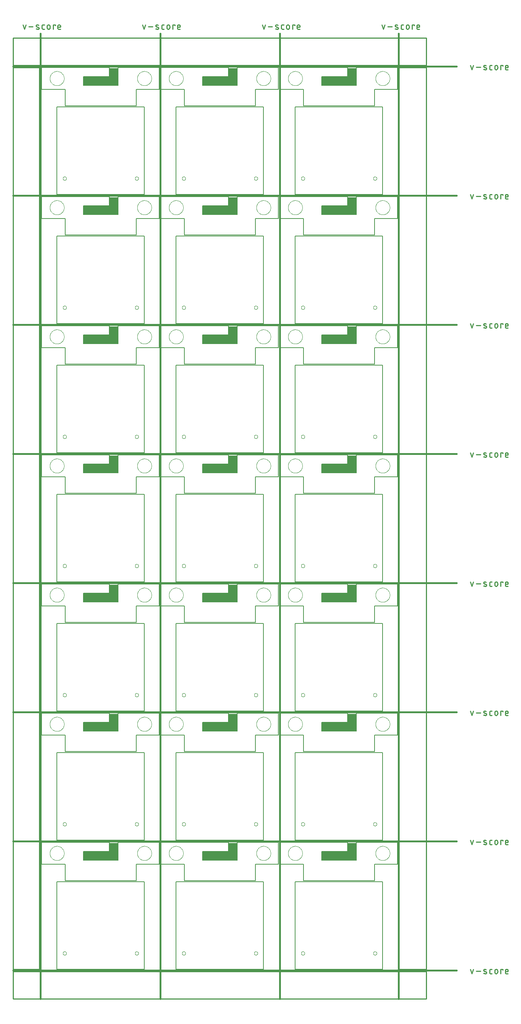
<source format=gko>
G04 EAGLE Gerber RS-274X export*
G75*
%MOMM*%
%FSLAX34Y34*%
%LPD*%
%IN*%
%IPPOS*%
%AMOC8*
5,1,8,0,0,1.08239X$1,22.5*%
G01*
%ADD10C,0.203200*%
%ADD11R,8.000000X2.000000*%
%ADD12R,2.000000X2.000000*%
%ADD13C,0.101600*%
%ADD14C,0.381000*%
%ADD15C,0.279400*%
%ADD16C,0.254000*%
%ADD17C,0.000000*%


D10*
X304800Y68580D02*
X304800Y271780D01*
X101600Y271780D02*
X101600Y68580D01*
X304800Y68580D01*
X66040Y312420D02*
X66040Y363220D01*
X66040Y312420D02*
X120650Y312420D01*
X285750Y312420D02*
X339090Y312420D01*
X339090Y363220D01*
D11*
X203200Y331620D03*
D12*
X233200Y351620D03*
D10*
X223200Y341620D02*
X223200Y363220D01*
X223200Y341620D02*
X163200Y341620D01*
X163200Y321620D01*
X243200Y321620D01*
X223200Y363220D02*
X66040Y363220D01*
X243230Y363220D02*
X243230Y321666D01*
X243230Y363220D02*
X339090Y363220D01*
X120650Y312420D02*
X120650Y274320D01*
X285750Y274320D01*
X285750Y312420D01*
X304800Y271780D02*
X101600Y271780D01*
D13*
X169418Y326898D02*
X169418Y334772D01*
X171605Y334772D01*
X171698Y334770D01*
X171790Y334764D01*
X171883Y334754D01*
X171975Y334741D01*
X172066Y334723D01*
X172156Y334701D01*
X172245Y334676D01*
X172334Y334647D01*
X172420Y334614D01*
X172506Y334578D01*
X172590Y334538D01*
X172672Y334494D01*
X172752Y334447D01*
X172830Y334397D01*
X172905Y334343D01*
X172979Y334287D01*
X173050Y334227D01*
X173118Y334164D01*
X173184Y334098D01*
X173247Y334030D01*
X173307Y333959D01*
X173363Y333885D01*
X173417Y333810D01*
X173467Y333732D01*
X173514Y333652D01*
X173558Y333570D01*
X173598Y333486D01*
X173634Y333400D01*
X173667Y333314D01*
X173696Y333225D01*
X173721Y333136D01*
X173743Y333046D01*
X173761Y332955D01*
X173774Y332863D01*
X173784Y332770D01*
X173790Y332678D01*
X173792Y332585D01*
X173790Y332492D01*
X173784Y332400D01*
X173774Y332307D01*
X173761Y332215D01*
X173743Y332124D01*
X173721Y332034D01*
X173696Y331945D01*
X173667Y331856D01*
X173634Y331770D01*
X173598Y331684D01*
X173558Y331600D01*
X173514Y331518D01*
X173467Y331438D01*
X173417Y331360D01*
X173363Y331285D01*
X173307Y331211D01*
X173247Y331140D01*
X173184Y331072D01*
X173118Y331006D01*
X173050Y330943D01*
X172979Y330883D01*
X172905Y330827D01*
X172830Y330773D01*
X172752Y330723D01*
X172672Y330676D01*
X172590Y330632D01*
X172506Y330592D01*
X172420Y330556D01*
X172334Y330523D01*
X172245Y330494D01*
X172156Y330469D01*
X172066Y330447D01*
X171975Y330429D01*
X171883Y330416D01*
X171790Y330406D01*
X171698Y330400D01*
X171605Y330398D01*
X169418Y330398D01*
X172043Y330398D02*
X173792Y326898D01*
X177356Y329085D02*
X177356Y332585D01*
X177357Y332585D02*
X177359Y332678D01*
X177365Y332770D01*
X177375Y332863D01*
X177388Y332955D01*
X177406Y333046D01*
X177428Y333136D01*
X177453Y333225D01*
X177482Y333314D01*
X177515Y333400D01*
X177551Y333486D01*
X177591Y333570D01*
X177635Y333652D01*
X177682Y333732D01*
X177732Y333810D01*
X177786Y333885D01*
X177842Y333959D01*
X177902Y334030D01*
X177965Y334098D01*
X178031Y334164D01*
X178099Y334227D01*
X178170Y334287D01*
X178244Y334343D01*
X178319Y334397D01*
X178397Y334447D01*
X178477Y334494D01*
X178559Y334538D01*
X178643Y334578D01*
X178729Y334614D01*
X178815Y334647D01*
X178904Y334676D01*
X178993Y334701D01*
X179083Y334723D01*
X179174Y334741D01*
X179266Y334754D01*
X179359Y334764D01*
X179451Y334770D01*
X179544Y334772D01*
X179637Y334770D01*
X179729Y334764D01*
X179822Y334754D01*
X179914Y334741D01*
X180005Y334723D01*
X180095Y334701D01*
X180184Y334676D01*
X180273Y334647D01*
X180359Y334614D01*
X180445Y334578D01*
X180529Y334538D01*
X180611Y334494D01*
X180691Y334447D01*
X180769Y334397D01*
X180844Y334343D01*
X180918Y334287D01*
X180989Y334227D01*
X181057Y334164D01*
X181123Y334098D01*
X181186Y334030D01*
X181246Y333959D01*
X181302Y333885D01*
X181356Y333810D01*
X181406Y333732D01*
X181453Y333652D01*
X181497Y333570D01*
X181537Y333486D01*
X181573Y333400D01*
X181606Y333314D01*
X181635Y333225D01*
X181660Y333136D01*
X181682Y333046D01*
X181700Y332955D01*
X181713Y332863D01*
X181723Y332770D01*
X181729Y332678D01*
X181731Y332585D01*
X181731Y329085D01*
X181729Y328992D01*
X181723Y328900D01*
X181713Y328807D01*
X181700Y328715D01*
X181682Y328624D01*
X181660Y328534D01*
X181635Y328445D01*
X181606Y328356D01*
X181573Y328270D01*
X181537Y328184D01*
X181497Y328100D01*
X181453Y328018D01*
X181406Y327938D01*
X181356Y327860D01*
X181302Y327785D01*
X181246Y327711D01*
X181186Y327640D01*
X181123Y327572D01*
X181057Y327506D01*
X180989Y327443D01*
X180918Y327383D01*
X180844Y327327D01*
X180769Y327273D01*
X180691Y327223D01*
X180611Y327176D01*
X180529Y327132D01*
X180445Y327092D01*
X180359Y327056D01*
X180273Y327023D01*
X180184Y326994D01*
X180095Y326969D01*
X180005Y326947D01*
X179914Y326929D01*
X179822Y326916D01*
X179729Y326906D01*
X179637Y326900D01*
X179544Y326898D01*
X179451Y326900D01*
X179359Y326906D01*
X179266Y326916D01*
X179174Y326929D01*
X179083Y326947D01*
X178993Y326969D01*
X178904Y326994D01*
X178815Y327023D01*
X178729Y327056D01*
X178643Y327092D01*
X178559Y327132D01*
X178477Y327176D01*
X178397Y327223D01*
X178319Y327273D01*
X178244Y327327D01*
X178170Y327383D01*
X178099Y327443D01*
X178031Y327506D01*
X177965Y327572D01*
X177902Y327640D01*
X177842Y327711D01*
X177786Y327785D01*
X177732Y327860D01*
X177682Y327938D01*
X177635Y328018D01*
X177591Y328100D01*
X177551Y328184D01*
X177515Y328270D01*
X177482Y328356D01*
X177453Y328445D01*
X177428Y328534D01*
X177406Y328624D01*
X177388Y328715D01*
X177375Y328807D01*
X177365Y328900D01*
X177359Y328992D01*
X177357Y329085D01*
X185624Y329085D02*
X185624Y334772D01*
X185624Y329085D02*
X185626Y328992D01*
X185632Y328900D01*
X185642Y328807D01*
X185655Y328715D01*
X185673Y328624D01*
X185695Y328534D01*
X185720Y328445D01*
X185749Y328356D01*
X185782Y328270D01*
X185818Y328184D01*
X185858Y328100D01*
X185902Y328018D01*
X185949Y327938D01*
X185999Y327860D01*
X186053Y327785D01*
X186109Y327711D01*
X186169Y327640D01*
X186232Y327572D01*
X186298Y327506D01*
X186366Y327443D01*
X186437Y327383D01*
X186511Y327327D01*
X186586Y327273D01*
X186664Y327223D01*
X186744Y327176D01*
X186826Y327132D01*
X186910Y327092D01*
X186996Y327056D01*
X187082Y327023D01*
X187171Y326994D01*
X187260Y326969D01*
X187350Y326947D01*
X187441Y326929D01*
X187533Y326916D01*
X187626Y326906D01*
X187718Y326900D01*
X187811Y326898D01*
X187904Y326900D01*
X187996Y326906D01*
X188089Y326916D01*
X188181Y326929D01*
X188272Y326947D01*
X188362Y326969D01*
X188451Y326994D01*
X188540Y327023D01*
X188626Y327056D01*
X188712Y327092D01*
X188796Y327132D01*
X188878Y327176D01*
X188958Y327223D01*
X189036Y327273D01*
X189111Y327327D01*
X189185Y327383D01*
X189256Y327443D01*
X189324Y327506D01*
X189390Y327572D01*
X189453Y327640D01*
X189513Y327711D01*
X189569Y327785D01*
X189623Y327860D01*
X189673Y327938D01*
X189720Y328018D01*
X189764Y328100D01*
X189804Y328184D01*
X189840Y328270D01*
X189873Y328356D01*
X189902Y328445D01*
X189927Y328534D01*
X189949Y328624D01*
X189967Y328715D01*
X189980Y328807D01*
X189990Y328900D01*
X189996Y328992D01*
X189998Y329085D01*
X189999Y329085D02*
X189999Y334772D01*
X195546Y334772D02*
X195546Y326898D01*
X193358Y334772D02*
X197733Y334772D01*
X201112Y326898D02*
X204611Y326898D01*
X201112Y326898D02*
X201112Y334772D01*
X204611Y334772D01*
X203737Y331272D02*
X201112Y331272D01*
X212027Y332585D02*
X212027Y329085D01*
X212028Y332585D02*
X212030Y332678D01*
X212036Y332770D01*
X212046Y332863D01*
X212059Y332955D01*
X212077Y333046D01*
X212099Y333136D01*
X212124Y333225D01*
X212153Y333314D01*
X212186Y333400D01*
X212222Y333486D01*
X212262Y333570D01*
X212306Y333652D01*
X212353Y333732D01*
X212403Y333810D01*
X212457Y333885D01*
X212513Y333959D01*
X212573Y334030D01*
X212636Y334098D01*
X212702Y334164D01*
X212770Y334227D01*
X212841Y334287D01*
X212915Y334343D01*
X212990Y334397D01*
X213068Y334447D01*
X213148Y334494D01*
X213230Y334538D01*
X213314Y334578D01*
X213400Y334614D01*
X213486Y334647D01*
X213575Y334676D01*
X213664Y334701D01*
X213754Y334723D01*
X213845Y334741D01*
X213937Y334754D01*
X214030Y334764D01*
X214122Y334770D01*
X214215Y334772D01*
X214308Y334770D01*
X214400Y334764D01*
X214493Y334754D01*
X214585Y334741D01*
X214676Y334723D01*
X214766Y334701D01*
X214855Y334676D01*
X214944Y334647D01*
X215030Y334614D01*
X215116Y334578D01*
X215200Y334538D01*
X215282Y334494D01*
X215362Y334447D01*
X215440Y334397D01*
X215515Y334343D01*
X215589Y334287D01*
X215660Y334227D01*
X215728Y334164D01*
X215794Y334098D01*
X215857Y334030D01*
X215917Y333959D01*
X215973Y333885D01*
X216027Y333810D01*
X216077Y333732D01*
X216124Y333652D01*
X216168Y333570D01*
X216208Y333486D01*
X216244Y333400D01*
X216277Y333314D01*
X216306Y333225D01*
X216331Y333136D01*
X216353Y333046D01*
X216371Y332955D01*
X216384Y332863D01*
X216394Y332770D01*
X216400Y332678D01*
X216402Y332585D01*
X216402Y329085D01*
X216400Y328992D01*
X216394Y328900D01*
X216384Y328807D01*
X216371Y328715D01*
X216353Y328624D01*
X216331Y328534D01*
X216306Y328445D01*
X216277Y328356D01*
X216244Y328270D01*
X216208Y328184D01*
X216168Y328100D01*
X216124Y328018D01*
X216077Y327938D01*
X216027Y327860D01*
X215973Y327785D01*
X215917Y327711D01*
X215857Y327640D01*
X215794Y327572D01*
X215728Y327506D01*
X215660Y327443D01*
X215589Y327383D01*
X215515Y327327D01*
X215440Y327273D01*
X215362Y327223D01*
X215282Y327176D01*
X215200Y327132D01*
X215116Y327092D01*
X215030Y327056D01*
X214944Y327023D01*
X214855Y326994D01*
X214766Y326969D01*
X214676Y326947D01*
X214585Y326929D01*
X214493Y326916D01*
X214400Y326906D01*
X214308Y326900D01*
X214215Y326898D01*
X214122Y326900D01*
X214030Y326906D01*
X213937Y326916D01*
X213845Y326929D01*
X213754Y326947D01*
X213664Y326969D01*
X213575Y326994D01*
X213486Y327023D01*
X213400Y327056D01*
X213314Y327092D01*
X213230Y327132D01*
X213148Y327176D01*
X213068Y327223D01*
X212990Y327273D01*
X212915Y327327D01*
X212841Y327383D01*
X212770Y327443D01*
X212702Y327506D01*
X212636Y327572D01*
X212573Y327640D01*
X212513Y327711D01*
X212457Y327785D01*
X212403Y327860D01*
X212353Y327938D01*
X212306Y328018D01*
X212262Y328100D01*
X212222Y328184D01*
X212186Y328270D01*
X212153Y328356D01*
X212124Y328445D01*
X212099Y328534D01*
X212077Y328624D01*
X212059Y328715D01*
X212046Y328807D01*
X212036Y328900D01*
X212030Y328992D01*
X212028Y329085D01*
X220295Y329085D02*
X220295Y334772D01*
X220295Y329085D02*
X220297Y328992D01*
X220303Y328900D01*
X220313Y328807D01*
X220326Y328715D01*
X220344Y328624D01*
X220366Y328534D01*
X220391Y328445D01*
X220420Y328356D01*
X220453Y328270D01*
X220489Y328184D01*
X220529Y328100D01*
X220573Y328018D01*
X220620Y327938D01*
X220670Y327860D01*
X220724Y327785D01*
X220780Y327711D01*
X220840Y327640D01*
X220903Y327572D01*
X220969Y327506D01*
X221037Y327443D01*
X221108Y327383D01*
X221182Y327327D01*
X221257Y327273D01*
X221335Y327223D01*
X221415Y327176D01*
X221497Y327132D01*
X221581Y327092D01*
X221667Y327056D01*
X221753Y327023D01*
X221842Y326994D01*
X221931Y326969D01*
X222021Y326947D01*
X222112Y326929D01*
X222204Y326916D01*
X222297Y326906D01*
X222389Y326900D01*
X222482Y326898D01*
X222575Y326900D01*
X222667Y326906D01*
X222760Y326916D01*
X222852Y326929D01*
X222943Y326947D01*
X223033Y326969D01*
X223122Y326994D01*
X223211Y327023D01*
X223297Y327056D01*
X223383Y327092D01*
X223467Y327132D01*
X223549Y327176D01*
X223629Y327223D01*
X223707Y327273D01*
X223782Y327327D01*
X223856Y327383D01*
X223927Y327443D01*
X223995Y327506D01*
X224061Y327572D01*
X224124Y327640D01*
X224184Y327711D01*
X224240Y327785D01*
X224294Y327860D01*
X224344Y327938D01*
X224391Y328018D01*
X224435Y328100D01*
X224475Y328184D01*
X224511Y328270D01*
X224544Y328356D01*
X224573Y328445D01*
X224598Y328534D01*
X224620Y328624D01*
X224638Y328715D01*
X224651Y328807D01*
X224661Y328900D01*
X224667Y328992D01*
X224669Y329085D01*
X224669Y334772D01*
X230216Y334772D02*
X230216Y326898D01*
X228029Y334772D02*
X232404Y334772D01*
X168148Y334772D02*
X168148Y326898D01*
X168148Y334772D02*
X170335Y334772D01*
X170428Y334770D01*
X170520Y334764D01*
X170613Y334754D01*
X170705Y334741D01*
X170796Y334723D01*
X170886Y334701D01*
X170975Y334676D01*
X171064Y334647D01*
X171150Y334614D01*
X171236Y334578D01*
X171320Y334538D01*
X171402Y334494D01*
X171482Y334447D01*
X171560Y334397D01*
X171635Y334343D01*
X171709Y334287D01*
X171780Y334227D01*
X171848Y334164D01*
X171914Y334098D01*
X171977Y334030D01*
X172037Y333959D01*
X172093Y333885D01*
X172147Y333810D01*
X172197Y333732D01*
X172244Y333652D01*
X172288Y333570D01*
X172328Y333486D01*
X172364Y333400D01*
X172397Y333314D01*
X172426Y333225D01*
X172451Y333136D01*
X172473Y333046D01*
X172491Y332955D01*
X172504Y332863D01*
X172514Y332770D01*
X172520Y332678D01*
X172522Y332585D01*
X172520Y332492D01*
X172514Y332400D01*
X172504Y332307D01*
X172491Y332215D01*
X172473Y332124D01*
X172451Y332034D01*
X172426Y331945D01*
X172397Y331856D01*
X172364Y331770D01*
X172328Y331684D01*
X172288Y331600D01*
X172244Y331518D01*
X172197Y331438D01*
X172147Y331360D01*
X172093Y331285D01*
X172037Y331211D01*
X171977Y331140D01*
X171914Y331072D01*
X171848Y331006D01*
X171780Y330943D01*
X171709Y330883D01*
X171635Y330827D01*
X171560Y330773D01*
X171482Y330723D01*
X171402Y330676D01*
X171320Y330632D01*
X171236Y330592D01*
X171150Y330556D01*
X171064Y330523D01*
X170975Y330494D01*
X170886Y330469D01*
X170796Y330447D01*
X170705Y330429D01*
X170613Y330416D01*
X170520Y330406D01*
X170428Y330400D01*
X170335Y330398D01*
X168148Y330398D01*
X170773Y330398D02*
X172522Y326898D01*
X176086Y329085D02*
X176086Y332585D01*
X176087Y332585D02*
X176089Y332678D01*
X176095Y332770D01*
X176105Y332863D01*
X176118Y332955D01*
X176136Y333046D01*
X176158Y333136D01*
X176183Y333225D01*
X176212Y333314D01*
X176245Y333400D01*
X176281Y333486D01*
X176321Y333570D01*
X176365Y333652D01*
X176412Y333732D01*
X176462Y333810D01*
X176516Y333885D01*
X176572Y333959D01*
X176632Y334030D01*
X176695Y334098D01*
X176761Y334164D01*
X176829Y334227D01*
X176900Y334287D01*
X176974Y334343D01*
X177049Y334397D01*
X177127Y334447D01*
X177207Y334494D01*
X177289Y334538D01*
X177373Y334578D01*
X177459Y334614D01*
X177545Y334647D01*
X177634Y334676D01*
X177723Y334701D01*
X177813Y334723D01*
X177904Y334741D01*
X177996Y334754D01*
X178089Y334764D01*
X178181Y334770D01*
X178274Y334772D01*
X178367Y334770D01*
X178459Y334764D01*
X178552Y334754D01*
X178644Y334741D01*
X178735Y334723D01*
X178825Y334701D01*
X178914Y334676D01*
X179003Y334647D01*
X179089Y334614D01*
X179175Y334578D01*
X179259Y334538D01*
X179341Y334494D01*
X179421Y334447D01*
X179499Y334397D01*
X179574Y334343D01*
X179648Y334287D01*
X179719Y334227D01*
X179787Y334164D01*
X179853Y334098D01*
X179916Y334030D01*
X179976Y333959D01*
X180032Y333885D01*
X180086Y333810D01*
X180136Y333732D01*
X180183Y333652D01*
X180227Y333570D01*
X180267Y333486D01*
X180303Y333400D01*
X180336Y333314D01*
X180365Y333225D01*
X180390Y333136D01*
X180412Y333046D01*
X180430Y332955D01*
X180443Y332863D01*
X180453Y332770D01*
X180459Y332678D01*
X180461Y332585D01*
X180461Y329085D01*
X180459Y328992D01*
X180453Y328900D01*
X180443Y328807D01*
X180430Y328715D01*
X180412Y328624D01*
X180390Y328534D01*
X180365Y328445D01*
X180336Y328356D01*
X180303Y328270D01*
X180267Y328184D01*
X180227Y328100D01*
X180183Y328018D01*
X180136Y327938D01*
X180086Y327860D01*
X180032Y327785D01*
X179976Y327711D01*
X179916Y327640D01*
X179853Y327572D01*
X179787Y327506D01*
X179719Y327443D01*
X179648Y327383D01*
X179574Y327327D01*
X179499Y327273D01*
X179421Y327223D01*
X179341Y327176D01*
X179259Y327132D01*
X179175Y327092D01*
X179089Y327056D01*
X179003Y327023D01*
X178914Y326994D01*
X178825Y326969D01*
X178735Y326947D01*
X178644Y326929D01*
X178552Y326916D01*
X178459Y326906D01*
X178367Y326900D01*
X178274Y326898D01*
X178181Y326900D01*
X178089Y326906D01*
X177996Y326916D01*
X177904Y326929D01*
X177813Y326947D01*
X177723Y326969D01*
X177634Y326994D01*
X177545Y327023D01*
X177459Y327056D01*
X177373Y327092D01*
X177289Y327132D01*
X177207Y327176D01*
X177127Y327223D01*
X177049Y327273D01*
X176974Y327327D01*
X176900Y327383D01*
X176829Y327443D01*
X176761Y327506D01*
X176695Y327572D01*
X176632Y327640D01*
X176572Y327711D01*
X176516Y327785D01*
X176462Y327860D01*
X176412Y327938D01*
X176365Y328018D01*
X176321Y328100D01*
X176281Y328184D01*
X176245Y328270D01*
X176212Y328356D01*
X176183Y328445D01*
X176158Y328534D01*
X176136Y328624D01*
X176118Y328715D01*
X176105Y328807D01*
X176095Y328900D01*
X176089Y328992D01*
X176087Y329085D01*
X184354Y329085D02*
X184354Y334772D01*
X184354Y329085D02*
X184356Y328992D01*
X184362Y328900D01*
X184372Y328807D01*
X184385Y328715D01*
X184403Y328624D01*
X184425Y328534D01*
X184450Y328445D01*
X184479Y328356D01*
X184512Y328270D01*
X184548Y328184D01*
X184588Y328100D01*
X184632Y328018D01*
X184679Y327938D01*
X184729Y327860D01*
X184783Y327785D01*
X184839Y327711D01*
X184899Y327640D01*
X184962Y327572D01*
X185028Y327506D01*
X185096Y327443D01*
X185167Y327383D01*
X185241Y327327D01*
X185316Y327273D01*
X185394Y327223D01*
X185474Y327176D01*
X185556Y327132D01*
X185640Y327092D01*
X185726Y327056D01*
X185812Y327023D01*
X185901Y326994D01*
X185990Y326969D01*
X186080Y326947D01*
X186171Y326929D01*
X186263Y326916D01*
X186356Y326906D01*
X186448Y326900D01*
X186541Y326898D01*
X186634Y326900D01*
X186726Y326906D01*
X186819Y326916D01*
X186911Y326929D01*
X187002Y326947D01*
X187092Y326969D01*
X187181Y326994D01*
X187270Y327023D01*
X187356Y327056D01*
X187442Y327092D01*
X187526Y327132D01*
X187608Y327176D01*
X187688Y327223D01*
X187766Y327273D01*
X187841Y327327D01*
X187915Y327383D01*
X187986Y327443D01*
X188054Y327506D01*
X188120Y327572D01*
X188183Y327640D01*
X188243Y327711D01*
X188299Y327785D01*
X188353Y327860D01*
X188403Y327938D01*
X188450Y328018D01*
X188494Y328100D01*
X188534Y328184D01*
X188570Y328270D01*
X188603Y328356D01*
X188632Y328445D01*
X188657Y328534D01*
X188679Y328624D01*
X188697Y328715D01*
X188710Y328807D01*
X188720Y328900D01*
X188726Y328992D01*
X188728Y329085D01*
X188729Y329085D02*
X188729Y334772D01*
X194276Y334772D02*
X194276Y326898D01*
X192088Y334772D02*
X196463Y334772D01*
X199842Y326898D02*
X203341Y326898D01*
X199842Y326898D02*
X199842Y334772D01*
X203341Y334772D01*
X202467Y331272D02*
X199842Y331272D01*
X210757Y332585D02*
X210757Y329085D01*
X210758Y332585D02*
X210760Y332678D01*
X210766Y332770D01*
X210776Y332863D01*
X210789Y332955D01*
X210807Y333046D01*
X210829Y333136D01*
X210854Y333225D01*
X210883Y333314D01*
X210916Y333400D01*
X210952Y333486D01*
X210992Y333570D01*
X211036Y333652D01*
X211083Y333732D01*
X211133Y333810D01*
X211187Y333885D01*
X211243Y333959D01*
X211303Y334030D01*
X211366Y334098D01*
X211432Y334164D01*
X211500Y334227D01*
X211571Y334287D01*
X211645Y334343D01*
X211720Y334397D01*
X211798Y334447D01*
X211878Y334494D01*
X211960Y334538D01*
X212044Y334578D01*
X212130Y334614D01*
X212216Y334647D01*
X212305Y334676D01*
X212394Y334701D01*
X212484Y334723D01*
X212575Y334741D01*
X212667Y334754D01*
X212760Y334764D01*
X212852Y334770D01*
X212945Y334772D01*
X213038Y334770D01*
X213130Y334764D01*
X213223Y334754D01*
X213315Y334741D01*
X213406Y334723D01*
X213496Y334701D01*
X213585Y334676D01*
X213674Y334647D01*
X213760Y334614D01*
X213846Y334578D01*
X213930Y334538D01*
X214012Y334494D01*
X214092Y334447D01*
X214170Y334397D01*
X214245Y334343D01*
X214319Y334287D01*
X214390Y334227D01*
X214458Y334164D01*
X214524Y334098D01*
X214587Y334030D01*
X214647Y333959D01*
X214703Y333885D01*
X214757Y333810D01*
X214807Y333732D01*
X214854Y333652D01*
X214898Y333570D01*
X214938Y333486D01*
X214974Y333400D01*
X215007Y333314D01*
X215036Y333225D01*
X215061Y333136D01*
X215083Y333046D01*
X215101Y332955D01*
X215114Y332863D01*
X215124Y332770D01*
X215130Y332678D01*
X215132Y332585D01*
X215132Y329085D01*
X215130Y328992D01*
X215124Y328900D01*
X215114Y328807D01*
X215101Y328715D01*
X215083Y328624D01*
X215061Y328534D01*
X215036Y328445D01*
X215007Y328356D01*
X214974Y328270D01*
X214938Y328184D01*
X214898Y328100D01*
X214854Y328018D01*
X214807Y327938D01*
X214757Y327860D01*
X214703Y327785D01*
X214647Y327711D01*
X214587Y327640D01*
X214524Y327572D01*
X214458Y327506D01*
X214390Y327443D01*
X214319Y327383D01*
X214245Y327327D01*
X214170Y327273D01*
X214092Y327223D01*
X214012Y327176D01*
X213930Y327132D01*
X213846Y327092D01*
X213760Y327056D01*
X213674Y327023D01*
X213585Y326994D01*
X213496Y326969D01*
X213406Y326947D01*
X213315Y326929D01*
X213223Y326916D01*
X213130Y326906D01*
X213038Y326900D01*
X212945Y326898D01*
X212852Y326900D01*
X212760Y326906D01*
X212667Y326916D01*
X212575Y326929D01*
X212484Y326947D01*
X212394Y326969D01*
X212305Y326994D01*
X212216Y327023D01*
X212130Y327056D01*
X212044Y327092D01*
X211960Y327132D01*
X211878Y327176D01*
X211798Y327223D01*
X211720Y327273D01*
X211645Y327327D01*
X211571Y327383D01*
X211500Y327443D01*
X211432Y327506D01*
X211366Y327572D01*
X211303Y327640D01*
X211243Y327711D01*
X211187Y327785D01*
X211133Y327860D01*
X211083Y327938D01*
X211036Y328018D01*
X210992Y328100D01*
X210952Y328184D01*
X210916Y328270D01*
X210883Y328356D01*
X210854Y328445D01*
X210829Y328534D01*
X210807Y328624D01*
X210789Y328715D01*
X210776Y328807D01*
X210766Y328900D01*
X210760Y328992D01*
X210758Y329085D01*
X219025Y329085D02*
X219025Y334772D01*
X219025Y329085D02*
X219027Y328992D01*
X219033Y328900D01*
X219043Y328807D01*
X219056Y328715D01*
X219074Y328624D01*
X219096Y328534D01*
X219121Y328445D01*
X219150Y328356D01*
X219183Y328270D01*
X219219Y328184D01*
X219259Y328100D01*
X219303Y328018D01*
X219350Y327938D01*
X219400Y327860D01*
X219454Y327785D01*
X219510Y327711D01*
X219570Y327640D01*
X219633Y327572D01*
X219699Y327506D01*
X219767Y327443D01*
X219838Y327383D01*
X219912Y327327D01*
X219987Y327273D01*
X220065Y327223D01*
X220145Y327176D01*
X220227Y327132D01*
X220311Y327092D01*
X220397Y327056D01*
X220483Y327023D01*
X220572Y326994D01*
X220661Y326969D01*
X220751Y326947D01*
X220842Y326929D01*
X220934Y326916D01*
X221027Y326906D01*
X221119Y326900D01*
X221212Y326898D01*
X221305Y326900D01*
X221397Y326906D01*
X221490Y326916D01*
X221582Y326929D01*
X221673Y326947D01*
X221763Y326969D01*
X221852Y326994D01*
X221941Y327023D01*
X222027Y327056D01*
X222113Y327092D01*
X222197Y327132D01*
X222279Y327176D01*
X222359Y327223D01*
X222437Y327273D01*
X222512Y327327D01*
X222586Y327383D01*
X222657Y327443D01*
X222725Y327506D01*
X222791Y327572D01*
X222854Y327640D01*
X222914Y327711D01*
X222970Y327785D01*
X223024Y327860D01*
X223074Y327938D01*
X223121Y328018D01*
X223165Y328100D01*
X223205Y328184D01*
X223241Y328270D01*
X223274Y328356D01*
X223303Y328445D01*
X223328Y328534D01*
X223350Y328624D01*
X223368Y328715D01*
X223381Y328807D01*
X223391Y328900D01*
X223397Y328992D01*
X223399Y329085D01*
X223399Y334772D01*
X228946Y334772D02*
X228946Y326898D01*
X226759Y334772D02*
X231134Y334772D01*
D10*
X581660Y271780D02*
X581660Y68580D01*
X378460Y68580D02*
X378460Y271780D01*
X378460Y68580D02*
X581660Y68580D01*
X342900Y312420D02*
X342900Y363220D01*
X342900Y312420D02*
X397510Y312420D01*
X562610Y312420D02*
X615950Y312420D01*
X615950Y363220D01*
D11*
X480060Y331620D03*
D12*
X510060Y351620D03*
D10*
X500060Y341620D02*
X500060Y363220D01*
X500060Y341620D02*
X440060Y341620D01*
X440060Y321620D01*
X520060Y321620D01*
X500060Y363220D02*
X342900Y363220D01*
X520090Y363220D02*
X520090Y321666D01*
X520090Y363220D02*
X615950Y363220D01*
X397510Y312420D02*
X397510Y274320D01*
X562610Y274320D01*
X562610Y312420D01*
X581660Y271780D02*
X378460Y271780D01*
D13*
X446278Y326898D02*
X446278Y334772D01*
X448465Y334772D01*
X448558Y334770D01*
X448650Y334764D01*
X448743Y334754D01*
X448835Y334741D01*
X448926Y334723D01*
X449016Y334701D01*
X449105Y334676D01*
X449194Y334647D01*
X449280Y334614D01*
X449366Y334578D01*
X449450Y334538D01*
X449532Y334494D01*
X449612Y334447D01*
X449690Y334397D01*
X449765Y334343D01*
X449839Y334287D01*
X449910Y334227D01*
X449978Y334164D01*
X450044Y334098D01*
X450107Y334030D01*
X450167Y333959D01*
X450223Y333885D01*
X450277Y333810D01*
X450327Y333732D01*
X450374Y333652D01*
X450418Y333570D01*
X450458Y333486D01*
X450494Y333400D01*
X450527Y333314D01*
X450556Y333225D01*
X450581Y333136D01*
X450603Y333046D01*
X450621Y332955D01*
X450634Y332863D01*
X450644Y332770D01*
X450650Y332678D01*
X450652Y332585D01*
X450650Y332492D01*
X450644Y332400D01*
X450634Y332307D01*
X450621Y332215D01*
X450603Y332124D01*
X450581Y332034D01*
X450556Y331945D01*
X450527Y331856D01*
X450494Y331770D01*
X450458Y331684D01*
X450418Y331600D01*
X450374Y331518D01*
X450327Y331438D01*
X450277Y331360D01*
X450223Y331285D01*
X450167Y331211D01*
X450107Y331140D01*
X450044Y331072D01*
X449978Y331006D01*
X449910Y330943D01*
X449839Y330883D01*
X449765Y330827D01*
X449690Y330773D01*
X449612Y330723D01*
X449532Y330676D01*
X449450Y330632D01*
X449366Y330592D01*
X449280Y330556D01*
X449194Y330523D01*
X449105Y330494D01*
X449016Y330469D01*
X448926Y330447D01*
X448835Y330429D01*
X448743Y330416D01*
X448650Y330406D01*
X448558Y330400D01*
X448465Y330398D01*
X446278Y330398D01*
X448903Y330398D02*
X450652Y326898D01*
X454216Y329085D02*
X454216Y332585D01*
X454217Y332585D02*
X454219Y332678D01*
X454225Y332770D01*
X454235Y332863D01*
X454248Y332955D01*
X454266Y333046D01*
X454288Y333136D01*
X454313Y333225D01*
X454342Y333314D01*
X454375Y333400D01*
X454411Y333486D01*
X454451Y333570D01*
X454495Y333652D01*
X454542Y333732D01*
X454592Y333810D01*
X454646Y333885D01*
X454702Y333959D01*
X454762Y334030D01*
X454825Y334098D01*
X454891Y334164D01*
X454959Y334227D01*
X455030Y334287D01*
X455104Y334343D01*
X455179Y334397D01*
X455257Y334447D01*
X455337Y334494D01*
X455419Y334538D01*
X455503Y334578D01*
X455589Y334614D01*
X455675Y334647D01*
X455764Y334676D01*
X455853Y334701D01*
X455943Y334723D01*
X456034Y334741D01*
X456126Y334754D01*
X456219Y334764D01*
X456311Y334770D01*
X456404Y334772D01*
X456497Y334770D01*
X456589Y334764D01*
X456682Y334754D01*
X456774Y334741D01*
X456865Y334723D01*
X456955Y334701D01*
X457044Y334676D01*
X457133Y334647D01*
X457219Y334614D01*
X457305Y334578D01*
X457389Y334538D01*
X457471Y334494D01*
X457551Y334447D01*
X457629Y334397D01*
X457704Y334343D01*
X457778Y334287D01*
X457849Y334227D01*
X457917Y334164D01*
X457983Y334098D01*
X458046Y334030D01*
X458106Y333959D01*
X458162Y333885D01*
X458216Y333810D01*
X458266Y333732D01*
X458313Y333652D01*
X458357Y333570D01*
X458397Y333486D01*
X458433Y333400D01*
X458466Y333314D01*
X458495Y333225D01*
X458520Y333136D01*
X458542Y333046D01*
X458560Y332955D01*
X458573Y332863D01*
X458583Y332770D01*
X458589Y332678D01*
X458591Y332585D01*
X458591Y329085D01*
X458589Y328992D01*
X458583Y328900D01*
X458573Y328807D01*
X458560Y328715D01*
X458542Y328624D01*
X458520Y328534D01*
X458495Y328445D01*
X458466Y328356D01*
X458433Y328270D01*
X458397Y328184D01*
X458357Y328100D01*
X458313Y328018D01*
X458266Y327938D01*
X458216Y327860D01*
X458162Y327785D01*
X458106Y327711D01*
X458046Y327640D01*
X457983Y327572D01*
X457917Y327506D01*
X457849Y327443D01*
X457778Y327383D01*
X457704Y327327D01*
X457629Y327273D01*
X457551Y327223D01*
X457471Y327176D01*
X457389Y327132D01*
X457305Y327092D01*
X457219Y327056D01*
X457133Y327023D01*
X457044Y326994D01*
X456955Y326969D01*
X456865Y326947D01*
X456774Y326929D01*
X456682Y326916D01*
X456589Y326906D01*
X456497Y326900D01*
X456404Y326898D01*
X456311Y326900D01*
X456219Y326906D01*
X456126Y326916D01*
X456034Y326929D01*
X455943Y326947D01*
X455853Y326969D01*
X455764Y326994D01*
X455675Y327023D01*
X455589Y327056D01*
X455503Y327092D01*
X455419Y327132D01*
X455337Y327176D01*
X455257Y327223D01*
X455179Y327273D01*
X455104Y327327D01*
X455030Y327383D01*
X454959Y327443D01*
X454891Y327506D01*
X454825Y327572D01*
X454762Y327640D01*
X454702Y327711D01*
X454646Y327785D01*
X454592Y327860D01*
X454542Y327938D01*
X454495Y328018D01*
X454451Y328100D01*
X454411Y328184D01*
X454375Y328270D01*
X454342Y328356D01*
X454313Y328445D01*
X454288Y328534D01*
X454266Y328624D01*
X454248Y328715D01*
X454235Y328807D01*
X454225Y328900D01*
X454219Y328992D01*
X454217Y329085D01*
X462484Y329085D02*
X462484Y334772D01*
X462484Y329085D02*
X462486Y328992D01*
X462492Y328900D01*
X462502Y328807D01*
X462515Y328715D01*
X462533Y328624D01*
X462555Y328534D01*
X462580Y328445D01*
X462609Y328356D01*
X462642Y328270D01*
X462678Y328184D01*
X462718Y328100D01*
X462762Y328018D01*
X462809Y327938D01*
X462859Y327860D01*
X462913Y327785D01*
X462969Y327711D01*
X463029Y327640D01*
X463092Y327572D01*
X463158Y327506D01*
X463226Y327443D01*
X463297Y327383D01*
X463371Y327327D01*
X463446Y327273D01*
X463524Y327223D01*
X463604Y327176D01*
X463686Y327132D01*
X463770Y327092D01*
X463856Y327056D01*
X463942Y327023D01*
X464031Y326994D01*
X464120Y326969D01*
X464210Y326947D01*
X464301Y326929D01*
X464393Y326916D01*
X464486Y326906D01*
X464578Y326900D01*
X464671Y326898D01*
X464764Y326900D01*
X464856Y326906D01*
X464949Y326916D01*
X465041Y326929D01*
X465132Y326947D01*
X465222Y326969D01*
X465311Y326994D01*
X465400Y327023D01*
X465486Y327056D01*
X465572Y327092D01*
X465656Y327132D01*
X465738Y327176D01*
X465818Y327223D01*
X465896Y327273D01*
X465971Y327327D01*
X466045Y327383D01*
X466116Y327443D01*
X466184Y327506D01*
X466250Y327572D01*
X466313Y327640D01*
X466373Y327711D01*
X466429Y327785D01*
X466483Y327860D01*
X466533Y327938D01*
X466580Y328018D01*
X466624Y328100D01*
X466664Y328184D01*
X466700Y328270D01*
X466733Y328356D01*
X466762Y328445D01*
X466787Y328534D01*
X466809Y328624D01*
X466827Y328715D01*
X466840Y328807D01*
X466850Y328900D01*
X466856Y328992D01*
X466858Y329085D01*
X466859Y329085D02*
X466859Y334772D01*
X472406Y334772D02*
X472406Y326898D01*
X470218Y334772D02*
X474593Y334772D01*
X477972Y326898D02*
X481471Y326898D01*
X477972Y326898D02*
X477972Y334772D01*
X481471Y334772D01*
X480597Y331272D02*
X477972Y331272D01*
X488887Y332585D02*
X488887Y329085D01*
X488888Y332585D02*
X488890Y332678D01*
X488896Y332770D01*
X488906Y332863D01*
X488919Y332955D01*
X488937Y333046D01*
X488959Y333136D01*
X488984Y333225D01*
X489013Y333314D01*
X489046Y333400D01*
X489082Y333486D01*
X489122Y333570D01*
X489166Y333652D01*
X489213Y333732D01*
X489263Y333810D01*
X489317Y333885D01*
X489373Y333959D01*
X489433Y334030D01*
X489496Y334098D01*
X489562Y334164D01*
X489630Y334227D01*
X489701Y334287D01*
X489775Y334343D01*
X489850Y334397D01*
X489928Y334447D01*
X490008Y334494D01*
X490090Y334538D01*
X490174Y334578D01*
X490260Y334614D01*
X490346Y334647D01*
X490435Y334676D01*
X490524Y334701D01*
X490614Y334723D01*
X490705Y334741D01*
X490797Y334754D01*
X490890Y334764D01*
X490982Y334770D01*
X491075Y334772D01*
X491168Y334770D01*
X491260Y334764D01*
X491353Y334754D01*
X491445Y334741D01*
X491536Y334723D01*
X491626Y334701D01*
X491715Y334676D01*
X491804Y334647D01*
X491890Y334614D01*
X491976Y334578D01*
X492060Y334538D01*
X492142Y334494D01*
X492222Y334447D01*
X492300Y334397D01*
X492375Y334343D01*
X492449Y334287D01*
X492520Y334227D01*
X492588Y334164D01*
X492654Y334098D01*
X492717Y334030D01*
X492777Y333959D01*
X492833Y333885D01*
X492887Y333810D01*
X492937Y333732D01*
X492984Y333652D01*
X493028Y333570D01*
X493068Y333486D01*
X493104Y333400D01*
X493137Y333314D01*
X493166Y333225D01*
X493191Y333136D01*
X493213Y333046D01*
X493231Y332955D01*
X493244Y332863D01*
X493254Y332770D01*
X493260Y332678D01*
X493262Y332585D01*
X493262Y329085D01*
X493260Y328992D01*
X493254Y328900D01*
X493244Y328807D01*
X493231Y328715D01*
X493213Y328624D01*
X493191Y328534D01*
X493166Y328445D01*
X493137Y328356D01*
X493104Y328270D01*
X493068Y328184D01*
X493028Y328100D01*
X492984Y328018D01*
X492937Y327938D01*
X492887Y327860D01*
X492833Y327785D01*
X492777Y327711D01*
X492717Y327640D01*
X492654Y327572D01*
X492588Y327506D01*
X492520Y327443D01*
X492449Y327383D01*
X492375Y327327D01*
X492300Y327273D01*
X492222Y327223D01*
X492142Y327176D01*
X492060Y327132D01*
X491976Y327092D01*
X491890Y327056D01*
X491804Y327023D01*
X491715Y326994D01*
X491626Y326969D01*
X491536Y326947D01*
X491445Y326929D01*
X491353Y326916D01*
X491260Y326906D01*
X491168Y326900D01*
X491075Y326898D01*
X490982Y326900D01*
X490890Y326906D01*
X490797Y326916D01*
X490705Y326929D01*
X490614Y326947D01*
X490524Y326969D01*
X490435Y326994D01*
X490346Y327023D01*
X490260Y327056D01*
X490174Y327092D01*
X490090Y327132D01*
X490008Y327176D01*
X489928Y327223D01*
X489850Y327273D01*
X489775Y327327D01*
X489701Y327383D01*
X489630Y327443D01*
X489562Y327506D01*
X489496Y327572D01*
X489433Y327640D01*
X489373Y327711D01*
X489317Y327785D01*
X489263Y327860D01*
X489213Y327938D01*
X489166Y328018D01*
X489122Y328100D01*
X489082Y328184D01*
X489046Y328270D01*
X489013Y328356D01*
X488984Y328445D01*
X488959Y328534D01*
X488937Y328624D01*
X488919Y328715D01*
X488906Y328807D01*
X488896Y328900D01*
X488890Y328992D01*
X488888Y329085D01*
X497155Y329085D02*
X497155Y334772D01*
X497155Y329085D02*
X497157Y328992D01*
X497163Y328900D01*
X497173Y328807D01*
X497186Y328715D01*
X497204Y328624D01*
X497226Y328534D01*
X497251Y328445D01*
X497280Y328356D01*
X497313Y328270D01*
X497349Y328184D01*
X497389Y328100D01*
X497433Y328018D01*
X497480Y327938D01*
X497530Y327860D01*
X497584Y327785D01*
X497640Y327711D01*
X497700Y327640D01*
X497763Y327572D01*
X497829Y327506D01*
X497897Y327443D01*
X497968Y327383D01*
X498042Y327327D01*
X498117Y327273D01*
X498195Y327223D01*
X498275Y327176D01*
X498357Y327132D01*
X498441Y327092D01*
X498527Y327056D01*
X498613Y327023D01*
X498702Y326994D01*
X498791Y326969D01*
X498881Y326947D01*
X498972Y326929D01*
X499064Y326916D01*
X499157Y326906D01*
X499249Y326900D01*
X499342Y326898D01*
X499435Y326900D01*
X499527Y326906D01*
X499620Y326916D01*
X499712Y326929D01*
X499803Y326947D01*
X499893Y326969D01*
X499982Y326994D01*
X500071Y327023D01*
X500157Y327056D01*
X500243Y327092D01*
X500327Y327132D01*
X500409Y327176D01*
X500489Y327223D01*
X500567Y327273D01*
X500642Y327327D01*
X500716Y327383D01*
X500787Y327443D01*
X500855Y327506D01*
X500921Y327572D01*
X500984Y327640D01*
X501044Y327711D01*
X501100Y327785D01*
X501154Y327860D01*
X501204Y327938D01*
X501251Y328018D01*
X501295Y328100D01*
X501335Y328184D01*
X501371Y328270D01*
X501404Y328356D01*
X501433Y328445D01*
X501458Y328534D01*
X501480Y328624D01*
X501498Y328715D01*
X501511Y328807D01*
X501521Y328900D01*
X501527Y328992D01*
X501529Y329085D01*
X501529Y334772D01*
X507076Y334772D02*
X507076Y326898D01*
X504889Y334772D02*
X509264Y334772D01*
X445008Y334772D02*
X445008Y326898D01*
X445008Y334772D02*
X447195Y334772D01*
X447288Y334770D01*
X447380Y334764D01*
X447473Y334754D01*
X447565Y334741D01*
X447656Y334723D01*
X447746Y334701D01*
X447835Y334676D01*
X447924Y334647D01*
X448010Y334614D01*
X448096Y334578D01*
X448180Y334538D01*
X448262Y334494D01*
X448342Y334447D01*
X448420Y334397D01*
X448495Y334343D01*
X448569Y334287D01*
X448640Y334227D01*
X448708Y334164D01*
X448774Y334098D01*
X448837Y334030D01*
X448897Y333959D01*
X448953Y333885D01*
X449007Y333810D01*
X449057Y333732D01*
X449104Y333652D01*
X449148Y333570D01*
X449188Y333486D01*
X449224Y333400D01*
X449257Y333314D01*
X449286Y333225D01*
X449311Y333136D01*
X449333Y333046D01*
X449351Y332955D01*
X449364Y332863D01*
X449374Y332770D01*
X449380Y332678D01*
X449382Y332585D01*
X449380Y332492D01*
X449374Y332400D01*
X449364Y332307D01*
X449351Y332215D01*
X449333Y332124D01*
X449311Y332034D01*
X449286Y331945D01*
X449257Y331856D01*
X449224Y331770D01*
X449188Y331684D01*
X449148Y331600D01*
X449104Y331518D01*
X449057Y331438D01*
X449007Y331360D01*
X448953Y331285D01*
X448897Y331211D01*
X448837Y331140D01*
X448774Y331072D01*
X448708Y331006D01*
X448640Y330943D01*
X448569Y330883D01*
X448495Y330827D01*
X448420Y330773D01*
X448342Y330723D01*
X448262Y330676D01*
X448180Y330632D01*
X448096Y330592D01*
X448010Y330556D01*
X447924Y330523D01*
X447835Y330494D01*
X447746Y330469D01*
X447656Y330447D01*
X447565Y330429D01*
X447473Y330416D01*
X447380Y330406D01*
X447288Y330400D01*
X447195Y330398D01*
X445008Y330398D01*
X447633Y330398D02*
X449382Y326898D01*
X452946Y329085D02*
X452946Y332585D01*
X452947Y332585D02*
X452949Y332678D01*
X452955Y332770D01*
X452965Y332863D01*
X452978Y332955D01*
X452996Y333046D01*
X453018Y333136D01*
X453043Y333225D01*
X453072Y333314D01*
X453105Y333400D01*
X453141Y333486D01*
X453181Y333570D01*
X453225Y333652D01*
X453272Y333732D01*
X453322Y333810D01*
X453376Y333885D01*
X453432Y333959D01*
X453492Y334030D01*
X453555Y334098D01*
X453621Y334164D01*
X453689Y334227D01*
X453760Y334287D01*
X453834Y334343D01*
X453909Y334397D01*
X453987Y334447D01*
X454067Y334494D01*
X454149Y334538D01*
X454233Y334578D01*
X454319Y334614D01*
X454405Y334647D01*
X454494Y334676D01*
X454583Y334701D01*
X454673Y334723D01*
X454764Y334741D01*
X454856Y334754D01*
X454949Y334764D01*
X455041Y334770D01*
X455134Y334772D01*
X455227Y334770D01*
X455319Y334764D01*
X455412Y334754D01*
X455504Y334741D01*
X455595Y334723D01*
X455685Y334701D01*
X455774Y334676D01*
X455863Y334647D01*
X455949Y334614D01*
X456035Y334578D01*
X456119Y334538D01*
X456201Y334494D01*
X456281Y334447D01*
X456359Y334397D01*
X456434Y334343D01*
X456508Y334287D01*
X456579Y334227D01*
X456647Y334164D01*
X456713Y334098D01*
X456776Y334030D01*
X456836Y333959D01*
X456892Y333885D01*
X456946Y333810D01*
X456996Y333732D01*
X457043Y333652D01*
X457087Y333570D01*
X457127Y333486D01*
X457163Y333400D01*
X457196Y333314D01*
X457225Y333225D01*
X457250Y333136D01*
X457272Y333046D01*
X457290Y332955D01*
X457303Y332863D01*
X457313Y332770D01*
X457319Y332678D01*
X457321Y332585D01*
X457321Y329085D01*
X457319Y328992D01*
X457313Y328900D01*
X457303Y328807D01*
X457290Y328715D01*
X457272Y328624D01*
X457250Y328534D01*
X457225Y328445D01*
X457196Y328356D01*
X457163Y328270D01*
X457127Y328184D01*
X457087Y328100D01*
X457043Y328018D01*
X456996Y327938D01*
X456946Y327860D01*
X456892Y327785D01*
X456836Y327711D01*
X456776Y327640D01*
X456713Y327572D01*
X456647Y327506D01*
X456579Y327443D01*
X456508Y327383D01*
X456434Y327327D01*
X456359Y327273D01*
X456281Y327223D01*
X456201Y327176D01*
X456119Y327132D01*
X456035Y327092D01*
X455949Y327056D01*
X455863Y327023D01*
X455774Y326994D01*
X455685Y326969D01*
X455595Y326947D01*
X455504Y326929D01*
X455412Y326916D01*
X455319Y326906D01*
X455227Y326900D01*
X455134Y326898D01*
X455041Y326900D01*
X454949Y326906D01*
X454856Y326916D01*
X454764Y326929D01*
X454673Y326947D01*
X454583Y326969D01*
X454494Y326994D01*
X454405Y327023D01*
X454319Y327056D01*
X454233Y327092D01*
X454149Y327132D01*
X454067Y327176D01*
X453987Y327223D01*
X453909Y327273D01*
X453834Y327327D01*
X453760Y327383D01*
X453689Y327443D01*
X453621Y327506D01*
X453555Y327572D01*
X453492Y327640D01*
X453432Y327711D01*
X453376Y327785D01*
X453322Y327860D01*
X453272Y327938D01*
X453225Y328018D01*
X453181Y328100D01*
X453141Y328184D01*
X453105Y328270D01*
X453072Y328356D01*
X453043Y328445D01*
X453018Y328534D01*
X452996Y328624D01*
X452978Y328715D01*
X452965Y328807D01*
X452955Y328900D01*
X452949Y328992D01*
X452947Y329085D01*
X461214Y329085D02*
X461214Y334772D01*
X461214Y329085D02*
X461216Y328992D01*
X461222Y328900D01*
X461232Y328807D01*
X461245Y328715D01*
X461263Y328624D01*
X461285Y328534D01*
X461310Y328445D01*
X461339Y328356D01*
X461372Y328270D01*
X461408Y328184D01*
X461448Y328100D01*
X461492Y328018D01*
X461539Y327938D01*
X461589Y327860D01*
X461643Y327785D01*
X461699Y327711D01*
X461759Y327640D01*
X461822Y327572D01*
X461888Y327506D01*
X461956Y327443D01*
X462027Y327383D01*
X462101Y327327D01*
X462176Y327273D01*
X462254Y327223D01*
X462334Y327176D01*
X462416Y327132D01*
X462500Y327092D01*
X462586Y327056D01*
X462672Y327023D01*
X462761Y326994D01*
X462850Y326969D01*
X462940Y326947D01*
X463031Y326929D01*
X463123Y326916D01*
X463216Y326906D01*
X463308Y326900D01*
X463401Y326898D01*
X463494Y326900D01*
X463586Y326906D01*
X463679Y326916D01*
X463771Y326929D01*
X463862Y326947D01*
X463952Y326969D01*
X464041Y326994D01*
X464130Y327023D01*
X464216Y327056D01*
X464302Y327092D01*
X464386Y327132D01*
X464468Y327176D01*
X464548Y327223D01*
X464626Y327273D01*
X464701Y327327D01*
X464775Y327383D01*
X464846Y327443D01*
X464914Y327506D01*
X464980Y327572D01*
X465043Y327640D01*
X465103Y327711D01*
X465159Y327785D01*
X465213Y327860D01*
X465263Y327938D01*
X465310Y328018D01*
X465354Y328100D01*
X465394Y328184D01*
X465430Y328270D01*
X465463Y328356D01*
X465492Y328445D01*
X465517Y328534D01*
X465539Y328624D01*
X465557Y328715D01*
X465570Y328807D01*
X465580Y328900D01*
X465586Y328992D01*
X465588Y329085D01*
X465589Y329085D02*
X465589Y334772D01*
X471136Y334772D02*
X471136Y326898D01*
X468948Y334772D02*
X473323Y334772D01*
X476702Y326898D02*
X480201Y326898D01*
X476702Y326898D02*
X476702Y334772D01*
X480201Y334772D01*
X479327Y331272D02*
X476702Y331272D01*
X487617Y332585D02*
X487617Y329085D01*
X487618Y332585D02*
X487620Y332678D01*
X487626Y332770D01*
X487636Y332863D01*
X487649Y332955D01*
X487667Y333046D01*
X487689Y333136D01*
X487714Y333225D01*
X487743Y333314D01*
X487776Y333400D01*
X487812Y333486D01*
X487852Y333570D01*
X487896Y333652D01*
X487943Y333732D01*
X487993Y333810D01*
X488047Y333885D01*
X488103Y333959D01*
X488163Y334030D01*
X488226Y334098D01*
X488292Y334164D01*
X488360Y334227D01*
X488431Y334287D01*
X488505Y334343D01*
X488580Y334397D01*
X488658Y334447D01*
X488738Y334494D01*
X488820Y334538D01*
X488904Y334578D01*
X488990Y334614D01*
X489076Y334647D01*
X489165Y334676D01*
X489254Y334701D01*
X489344Y334723D01*
X489435Y334741D01*
X489527Y334754D01*
X489620Y334764D01*
X489712Y334770D01*
X489805Y334772D01*
X489898Y334770D01*
X489990Y334764D01*
X490083Y334754D01*
X490175Y334741D01*
X490266Y334723D01*
X490356Y334701D01*
X490445Y334676D01*
X490534Y334647D01*
X490620Y334614D01*
X490706Y334578D01*
X490790Y334538D01*
X490872Y334494D01*
X490952Y334447D01*
X491030Y334397D01*
X491105Y334343D01*
X491179Y334287D01*
X491250Y334227D01*
X491318Y334164D01*
X491384Y334098D01*
X491447Y334030D01*
X491507Y333959D01*
X491563Y333885D01*
X491617Y333810D01*
X491667Y333732D01*
X491714Y333652D01*
X491758Y333570D01*
X491798Y333486D01*
X491834Y333400D01*
X491867Y333314D01*
X491896Y333225D01*
X491921Y333136D01*
X491943Y333046D01*
X491961Y332955D01*
X491974Y332863D01*
X491984Y332770D01*
X491990Y332678D01*
X491992Y332585D01*
X491992Y329085D01*
X491990Y328992D01*
X491984Y328900D01*
X491974Y328807D01*
X491961Y328715D01*
X491943Y328624D01*
X491921Y328534D01*
X491896Y328445D01*
X491867Y328356D01*
X491834Y328270D01*
X491798Y328184D01*
X491758Y328100D01*
X491714Y328018D01*
X491667Y327938D01*
X491617Y327860D01*
X491563Y327785D01*
X491507Y327711D01*
X491447Y327640D01*
X491384Y327572D01*
X491318Y327506D01*
X491250Y327443D01*
X491179Y327383D01*
X491105Y327327D01*
X491030Y327273D01*
X490952Y327223D01*
X490872Y327176D01*
X490790Y327132D01*
X490706Y327092D01*
X490620Y327056D01*
X490534Y327023D01*
X490445Y326994D01*
X490356Y326969D01*
X490266Y326947D01*
X490175Y326929D01*
X490083Y326916D01*
X489990Y326906D01*
X489898Y326900D01*
X489805Y326898D01*
X489712Y326900D01*
X489620Y326906D01*
X489527Y326916D01*
X489435Y326929D01*
X489344Y326947D01*
X489254Y326969D01*
X489165Y326994D01*
X489076Y327023D01*
X488990Y327056D01*
X488904Y327092D01*
X488820Y327132D01*
X488738Y327176D01*
X488658Y327223D01*
X488580Y327273D01*
X488505Y327327D01*
X488431Y327383D01*
X488360Y327443D01*
X488292Y327506D01*
X488226Y327572D01*
X488163Y327640D01*
X488103Y327711D01*
X488047Y327785D01*
X487993Y327860D01*
X487943Y327938D01*
X487896Y328018D01*
X487852Y328100D01*
X487812Y328184D01*
X487776Y328270D01*
X487743Y328356D01*
X487714Y328445D01*
X487689Y328534D01*
X487667Y328624D01*
X487649Y328715D01*
X487636Y328807D01*
X487626Y328900D01*
X487620Y328992D01*
X487618Y329085D01*
X495885Y329085D02*
X495885Y334772D01*
X495885Y329085D02*
X495887Y328992D01*
X495893Y328900D01*
X495903Y328807D01*
X495916Y328715D01*
X495934Y328624D01*
X495956Y328534D01*
X495981Y328445D01*
X496010Y328356D01*
X496043Y328270D01*
X496079Y328184D01*
X496119Y328100D01*
X496163Y328018D01*
X496210Y327938D01*
X496260Y327860D01*
X496314Y327785D01*
X496370Y327711D01*
X496430Y327640D01*
X496493Y327572D01*
X496559Y327506D01*
X496627Y327443D01*
X496698Y327383D01*
X496772Y327327D01*
X496847Y327273D01*
X496925Y327223D01*
X497005Y327176D01*
X497087Y327132D01*
X497171Y327092D01*
X497257Y327056D01*
X497343Y327023D01*
X497432Y326994D01*
X497521Y326969D01*
X497611Y326947D01*
X497702Y326929D01*
X497794Y326916D01*
X497887Y326906D01*
X497979Y326900D01*
X498072Y326898D01*
X498165Y326900D01*
X498257Y326906D01*
X498350Y326916D01*
X498442Y326929D01*
X498533Y326947D01*
X498623Y326969D01*
X498712Y326994D01*
X498801Y327023D01*
X498887Y327056D01*
X498973Y327092D01*
X499057Y327132D01*
X499139Y327176D01*
X499219Y327223D01*
X499297Y327273D01*
X499372Y327327D01*
X499446Y327383D01*
X499517Y327443D01*
X499585Y327506D01*
X499651Y327572D01*
X499714Y327640D01*
X499774Y327711D01*
X499830Y327785D01*
X499884Y327860D01*
X499934Y327938D01*
X499981Y328018D01*
X500025Y328100D01*
X500065Y328184D01*
X500101Y328270D01*
X500134Y328356D01*
X500163Y328445D01*
X500188Y328534D01*
X500210Y328624D01*
X500228Y328715D01*
X500241Y328807D01*
X500251Y328900D01*
X500257Y328992D01*
X500259Y329085D01*
X500259Y334772D01*
X505806Y334772D02*
X505806Y326898D01*
X503619Y334772D02*
X507994Y334772D01*
D10*
X858520Y271780D02*
X858520Y68580D01*
X655320Y68580D02*
X655320Y271780D01*
X655320Y68580D02*
X858520Y68580D01*
X619760Y312420D02*
X619760Y363220D01*
X619760Y312420D02*
X674370Y312420D01*
X839470Y312420D02*
X892810Y312420D01*
X892810Y363220D01*
D11*
X756920Y331620D03*
D12*
X786920Y351620D03*
D10*
X776920Y341620D02*
X776920Y363220D01*
X776920Y341620D02*
X716920Y341620D01*
X716920Y321620D01*
X796920Y321620D01*
X776920Y363220D02*
X619760Y363220D01*
X796950Y363220D02*
X796950Y321666D01*
X796950Y363220D02*
X892810Y363220D01*
X674370Y312420D02*
X674370Y274320D01*
X839470Y274320D01*
X839470Y312420D01*
X858520Y271780D02*
X655320Y271780D01*
D13*
X723138Y326898D02*
X723138Y334772D01*
X725325Y334772D01*
X725418Y334770D01*
X725510Y334764D01*
X725603Y334754D01*
X725695Y334741D01*
X725786Y334723D01*
X725876Y334701D01*
X725965Y334676D01*
X726054Y334647D01*
X726140Y334614D01*
X726226Y334578D01*
X726310Y334538D01*
X726392Y334494D01*
X726472Y334447D01*
X726550Y334397D01*
X726625Y334343D01*
X726699Y334287D01*
X726770Y334227D01*
X726838Y334164D01*
X726904Y334098D01*
X726967Y334030D01*
X727027Y333959D01*
X727083Y333885D01*
X727137Y333810D01*
X727187Y333732D01*
X727234Y333652D01*
X727278Y333570D01*
X727318Y333486D01*
X727354Y333400D01*
X727387Y333314D01*
X727416Y333225D01*
X727441Y333136D01*
X727463Y333046D01*
X727481Y332955D01*
X727494Y332863D01*
X727504Y332770D01*
X727510Y332678D01*
X727512Y332585D01*
X727510Y332492D01*
X727504Y332400D01*
X727494Y332307D01*
X727481Y332215D01*
X727463Y332124D01*
X727441Y332034D01*
X727416Y331945D01*
X727387Y331856D01*
X727354Y331770D01*
X727318Y331684D01*
X727278Y331600D01*
X727234Y331518D01*
X727187Y331438D01*
X727137Y331360D01*
X727083Y331285D01*
X727027Y331211D01*
X726967Y331140D01*
X726904Y331072D01*
X726838Y331006D01*
X726770Y330943D01*
X726699Y330883D01*
X726625Y330827D01*
X726550Y330773D01*
X726472Y330723D01*
X726392Y330676D01*
X726310Y330632D01*
X726226Y330592D01*
X726140Y330556D01*
X726054Y330523D01*
X725965Y330494D01*
X725876Y330469D01*
X725786Y330447D01*
X725695Y330429D01*
X725603Y330416D01*
X725510Y330406D01*
X725418Y330400D01*
X725325Y330398D01*
X723138Y330398D01*
X725763Y330398D02*
X727512Y326898D01*
X731076Y329085D02*
X731076Y332585D01*
X731077Y332585D02*
X731079Y332678D01*
X731085Y332770D01*
X731095Y332863D01*
X731108Y332955D01*
X731126Y333046D01*
X731148Y333136D01*
X731173Y333225D01*
X731202Y333314D01*
X731235Y333400D01*
X731271Y333486D01*
X731311Y333570D01*
X731355Y333652D01*
X731402Y333732D01*
X731452Y333810D01*
X731506Y333885D01*
X731562Y333959D01*
X731622Y334030D01*
X731685Y334098D01*
X731751Y334164D01*
X731819Y334227D01*
X731890Y334287D01*
X731964Y334343D01*
X732039Y334397D01*
X732117Y334447D01*
X732197Y334494D01*
X732279Y334538D01*
X732363Y334578D01*
X732449Y334614D01*
X732535Y334647D01*
X732624Y334676D01*
X732713Y334701D01*
X732803Y334723D01*
X732894Y334741D01*
X732986Y334754D01*
X733079Y334764D01*
X733171Y334770D01*
X733264Y334772D01*
X733357Y334770D01*
X733449Y334764D01*
X733542Y334754D01*
X733634Y334741D01*
X733725Y334723D01*
X733815Y334701D01*
X733904Y334676D01*
X733993Y334647D01*
X734079Y334614D01*
X734165Y334578D01*
X734249Y334538D01*
X734331Y334494D01*
X734411Y334447D01*
X734489Y334397D01*
X734564Y334343D01*
X734638Y334287D01*
X734709Y334227D01*
X734777Y334164D01*
X734843Y334098D01*
X734906Y334030D01*
X734966Y333959D01*
X735022Y333885D01*
X735076Y333810D01*
X735126Y333732D01*
X735173Y333652D01*
X735217Y333570D01*
X735257Y333486D01*
X735293Y333400D01*
X735326Y333314D01*
X735355Y333225D01*
X735380Y333136D01*
X735402Y333046D01*
X735420Y332955D01*
X735433Y332863D01*
X735443Y332770D01*
X735449Y332678D01*
X735451Y332585D01*
X735451Y329085D01*
X735449Y328992D01*
X735443Y328900D01*
X735433Y328807D01*
X735420Y328715D01*
X735402Y328624D01*
X735380Y328534D01*
X735355Y328445D01*
X735326Y328356D01*
X735293Y328270D01*
X735257Y328184D01*
X735217Y328100D01*
X735173Y328018D01*
X735126Y327938D01*
X735076Y327860D01*
X735022Y327785D01*
X734966Y327711D01*
X734906Y327640D01*
X734843Y327572D01*
X734777Y327506D01*
X734709Y327443D01*
X734638Y327383D01*
X734564Y327327D01*
X734489Y327273D01*
X734411Y327223D01*
X734331Y327176D01*
X734249Y327132D01*
X734165Y327092D01*
X734079Y327056D01*
X733993Y327023D01*
X733904Y326994D01*
X733815Y326969D01*
X733725Y326947D01*
X733634Y326929D01*
X733542Y326916D01*
X733449Y326906D01*
X733357Y326900D01*
X733264Y326898D01*
X733171Y326900D01*
X733079Y326906D01*
X732986Y326916D01*
X732894Y326929D01*
X732803Y326947D01*
X732713Y326969D01*
X732624Y326994D01*
X732535Y327023D01*
X732449Y327056D01*
X732363Y327092D01*
X732279Y327132D01*
X732197Y327176D01*
X732117Y327223D01*
X732039Y327273D01*
X731964Y327327D01*
X731890Y327383D01*
X731819Y327443D01*
X731751Y327506D01*
X731685Y327572D01*
X731622Y327640D01*
X731562Y327711D01*
X731506Y327785D01*
X731452Y327860D01*
X731402Y327938D01*
X731355Y328018D01*
X731311Y328100D01*
X731271Y328184D01*
X731235Y328270D01*
X731202Y328356D01*
X731173Y328445D01*
X731148Y328534D01*
X731126Y328624D01*
X731108Y328715D01*
X731095Y328807D01*
X731085Y328900D01*
X731079Y328992D01*
X731077Y329085D01*
X739344Y329085D02*
X739344Y334772D01*
X739344Y329085D02*
X739346Y328992D01*
X739352Y328900D01*
X739362Y328807D01*
X739375Y328715D01*
X739393Y328624D01*
X739415Y328534D01*
X739440Y328445D01*
X739469Y328356D01*
X739502Y328270D01*
X739538Y328184D01*
X739578Y328100D01*
X739622Y328018D01*
X739669Y327938D01*
X739719Y327860D01*
X739773Y327785D01*
X739829Y327711D01*
X739889Y327640D01*
X739952Y327572D01*
X740018Y327506D01*
X740086Y327443D01*
X740157Y327383D01*
X740231Y327327D01*
X740306Y327273D01*
X740384Y327223D01*
X740464Y327176D01*
X740546Y327132D01*
X740630Y327092D01*
X740716Y327056D01*
X740802Y327023D01*
X740891Y326994D01*
X740980Y326969D01*
X741070Y326947D01*
X741161Y326929D01*
X741253Y326916D01*
X741346Y326906D01*
X741438Y326900D01*
X741531Y326898D01*
X741624Y326900D01*
X741716Y326906D01*
X741809Y326916D01*
X741901Y326929D01*
X741992Y326947D01*
X742082Y326969D01*
X742171Y326994D01*
X742260Y327023D01*
X742346Y327056D01*
X742432Y327092D01*
X742516Y327132D01*
X742598Y327176D01*
X742678Y327223D01*
X742756Y327273D01*
X742831Y327327D01*
X742905Y327383D01*
X742976Y327443D01*
X743044Y327506D01*
X743110Y327572D01*
X743173Y327640D01*
X743233Y327711D01*
X743289Y327785D01*
X743343Y327860D01*
X743393Y327938D01*
X743440Y328018D01*
X743484Y328100D01*
X743524Y328184D01*
X743560Y328270D01*
X743593Y328356D01*
X743622Y328445D01*
X743647Y328534D01*
X743669Y328624D01*
X743687Y328715D01*
X743700Y328807D01*
X743710Y328900D01*
X743716Y328992D01*
X743718Y329085D01*
X743719Y329085D02*
X743719Y334772D01*
X749266Y334772D02*
X749266Y326898D01*
X747078Y334772D02*
X751453Y334772D01*
X754832Y326898D02*
X758331Y326898D01*
X754832Y326898D02*
X754832Y334772D01*
X758331Y334772D01*
X757457Y331272D02*
X754832Y331272D01*
X765747Y332585D02*
X765747Y329085D01*
X765748Y332585D02*
X765750Y332678D01*
X765756Y332770D01*
X765766Y332863D01*
X765779Y332955D01*
X765797Y333046D01*
X765819Y333136D01*
X765844Y333225D01*
X765873Y333314D01*
X765906Y333400D01*
X765942Y333486D01*
X765982Y333570D01*
X766026Y333652D01*
X766073Y333732D01*
X766123Y333810D01*
X766177Y333885D01*
X766233Y333959D01*
X766293Y334030D01*
X766356Y334098D01*
X766422Y334164D01*
X766490Y334227D01*
X766561Y334287D01*
X766635Y334343D01*
X766710Y334397D01*
X766788Y334447D01*
X766868Y334494D01*
X766950Y334538D01*
X767034Y334578D01*
X767120Y334614D01*
X767206Y334647D01*
X767295Y334676D01*
X767384Y334701D01*
X767474Y334723D01*
X767565Y334741D01*
X767657Y334754D01*
X767750Y334764D01*
X767842Y334770D01*
X767935Y334772D01*
X768028Y334770D01*
X768120Y334764D01*
X768213Y334754D01*
X768305Y334741D01*
X768396Y334723D01*
X768486Y334701D01*
X768575Y334676D01*
X768664Y334647D01*
X768750Y334614D01*
X768836Y334578D01*
X768920Y334538D01*
X769002Y334494D01*
X769082Y334447D01*
X769160Y334397D01*
X769235Y334343D01*
X769309Y334287D01*
X769380Y334227D01*
X769448Y334164D01*
X769514Y334098D01*
X769577Y334030D01*
X769637Y333959D01*
X769693Y333885D01*
X769747Y333810D01*
X769797Y333732D01*
X769844Y333652D01*
X769888Y333570D01*
X769928Y333486D01*
X769964Y333400D01*
X769997Y333314D01*
X770026Y333225D01*
X770051Y333136D01*
X770073Y333046D01*
X770091Y332955D01*
X770104Y332863D01*
X770114Y332770D01*
X770120Y332678D01*
X770122Y332585D01*
X770122Y329085D01*
X770120Y328992D01*
X770114Y328900D01*
X770104Y328807D01*
X770091Y328715D01*
X770073Y328624D01*
X770051Y328534D01*
X770026Y328445D01*
X769997Y328356D01*
X769964Y328270D01*
X769928Y328184D01*
X769888Y328100D01*
X769844Y328018D01*
X769797Y327938D01*
X769747Y327860D01*
X769693Y327785D01*
X769637Y327711D01*
X769577Y327640D01*
X769514Y327572D01*
X769448Y327506D01*
X769380Y327443D01*
X769309Y327383D01*
X769235Y327327D01*
X769160Y327273D01*
X769082Y327223D01*
X769002Y327176D01*
X768920Y327132D01*
X768836Y327092D01*
X768750Y327056D01*
X768664Y327023D01*
X768575Y326994D01*
X768486Y326969D01*
X768396Y326947D01*
X768305Y326929D01*
X768213Y326916D01*
X768120Y326906D01*
X768028Y326900D01*
X767935Y326898D01*
X767842Y326900D01*
X767750Y326906D01*
X767657Y326916D01*
X767565Y326929D01*
X767474Y326947D01*
X767384Y326969D01*
X767295Y326994D01*
X767206Y327023D01*
X767120Y327056D01*
X767034Y327092D01*
X766950Y327132D01*
X766868Y327176D01*
X766788Y327223D01*
X766710Y327273D01*
X766635Y327327D01*
X766561Y327383D01*
X766490Y327443D01*
X766422Y327506D01*
X766356Y327572D01*
X766293Y327640D01*
X766233Y327711D01*
X766177Y327785D01*
X766123Y327860D01*
X766073Y327938D01*
X766026Y328018D01*
X765982Y328100D01*
X765942Y328184D01*
X765906Y328270D01*
X765873Y328356D01*
X765844Y328445D01*
X765819Y328534D01*
X765797Y328624D01*
X765779Y328715D01*
X765766Y328807D01*
X765756Y328900D01*
X765750Y328992D01*
X765748Y329085D01*
X774015Y329085D02*
X774015Y334772D01*
X774015Y329085D02*
X774017Y328992D01*
X774023Y328900D01*
X774033Y328807D01*
X774046Y328715D01*
X774064Y328624D01*
X774086Y328534D01*
X774111Y328445D01*
X774140Y328356D01*
X774173Y328270D01*
X774209Y328184D01*
X774249Y328100D01*
X774293Y328018D01*
X774340Y327938D01*
X774390Y327860D01*
X774444Y327785D01*
X774500Y327711D01*
X774560Y327640D01*
X774623Y327572D01*
X774689Y327506D01*
X774757Y327443D01*
X774828Y327383D01*
X774902Y327327D01*
X774977Y327273D01*
X775055Y327223D01*
X775135Y327176D01*
X775217Y327132D01*
X775301Y327092D01*
X775387Y327056D01*
X775473Y327023D01*
X775562Y326994D01*
X775651Y326969D01*
X775741Y326947D01*
X775832Y326929D01*
X775924Y326916D01*
X776017Y326906D01*
X776109Y326900D01*
X776202Y326898D01*
X776295Y326900D01*
X776387Y326906D01*
X776480Y326916D01*
X776572Y326929D01*
X776663Y326947D01*
X776753Y326969D01*
X776842Y326994D01*
X776931Y327023D01*
X777017Y327056D01*
X777103Y327092D01*
X777187Y327132D01*
X777269Y327176D01*
X777349Y327223D01*
X777427Y327273D01*
X777502Y327327D01*
X777576Y327383D01*
X777647Y327443D01*
X777715Y327506D01*
X777781Y327572D01*
X777844Y327640D01*
X777904Y327711D01*
X777960Y327785D01*
X778014Y327860D01*
X778064Y327938D01*
X778111Y328018D01*
X778155Y328100D01*
X778195Y328184D01*
X778231Y328270D01*
X778264Y328356D01*
X778293Y328445D01*
X778318Y328534D01*
X778340Y328624D01*
X778358Y328715D01*
X778371Y328807D01*
X778381Y328900D01*
X778387Y328992D01*
X778389Y329085D01*
X778389Y334772D01*
X783936Y334772D02*
X783936Y326898D01*
X781749Y334772D02*
X786124Y334772D01*
X721868Y334772D02*
X721868Y326898D01*
X721868Y334772D02*
X724055Y334772D01*
X724148Y334770D01*
X724240Y334764D01*
X724333Y334754D01*
X724425Y334741D01*
X724516Y334723D01*
X724606Y334701D01*
X724695Y334676D01*
X724784Y334647D01*
X724870Y334614D01*
X724956Y334578D01*
X725040Y334538D01*
X725122Y334494D01*
X725202Y334447D01*
X725280Y334397D01*
X725355Y334343D01*
X725429Y334287D01*
X725500Y334227D01*
X725568Y334164D01*
X725634Y334098D01*
X725697Y334030D01*
X725757Y333959D01*
X725813Y333885D01*
X725867Y333810D01*
X725917Y333732D01*
X725964Y333652D01*
X726008Y333570D01*
X726048Y333486D01*
X726084Y333400D01*
X726117Y333314D01*
X726146Y333225D01*
X726171Y333136D01*
X726193Y333046D01*
X726211Y332955D01*
X726224Y332863D01*
X726234Y332770D01*
X726240Y332678D01*
X726242Y332585D01*
X726240Y332492D01*
X726234Y332400D01*
X726224Y332307D01*
X726211Y332215D01*
X726193Y332124D01*
X726171Y332034D01*
X726146Y331945D01*
X726117Y331856D01*
X726084Y331770D01*
X726048Y331684D01*
X726008Y331600D01*
X725964Y331518D01*
X725917Y331438D01*
X725867Y331360D01*
X725813Y331285D01*
X725757Y331211D01*
X725697Y331140D01*
X725634Y331072D01*
X725568Y331006D01*
X725500Y330943D01*
X725429Y330883D01*
X725355Y330827D01*
X725280Y330773D01*
X725202Y330723D01*
X725122Y330676D01*
X725040Y330632D01*
X724956Y330592D01*
X724870Y330556D01*
X724784Y330523D01*
X724695Y330494D01*
X724606Y330469D01*
X724516Y330447D01*
X724425Y330429D01*
X724333Y330416D01*
X724240Y330406D01*
X724148Y330400D01*
X724055Y330398D01*
X721868Y330398D01*
X724493Y330398D02*
X726242Y326898D01*
X729806Y329085D02*
X729806Y332585D01*
X729807Y332585D02*
X729809Y332678D01*
X729815Y332770D01*
X729825Y332863D01*
X729838Y332955D01*
X729856Y333046D01*
X729878Y333136D01*
X729903Y333225D01*
X729932Y333314D01*
X729965Y333400D01*
X730001Y333486D01*
X730041Y333570D01*
X730085Y333652D01*
X730132Y333732D01*
X730182Y333810D01*
X730236Y333885D01*
X730292Y333959D01*
X730352Y334030D01*
X730415Y334098D01*
X730481Y334164D01*
X730549Y334227D01*
X730620Y334287D01*
X730694Y334343D01*
X730769Y334397D01*
X730847Y334447D01*
X730927Y334494D01*
X731009Y334538D01*
X731093Y334578D01*
X731179Y334614D01*
X731265Y334647D01*
X731354Y334676D01*
X731443Y334701D01*
X731533Y334723D01*
X731624Y334741D01*
X731716Y334754D01*
X731809Y334764D01*
X731901Y334770D01*
X731994Y334772D01*
X732087Y334770D01*
X732179Y334764D01*
X732272Y334754D01*
X732364Y334741D01*
X732455Y334723D01*
X732545Y334701D01*
X732634Y334676D01*
X732723Y334647D01*
X732809Y334614D01*
X732895Y334578D01*
X732979Y334538D01*
X733061Y334494D01*
X733141Y334447D01*
X733219Y334397D01*
X733294Y334343D01*
X733368Y334287D01*
X733439Y334227D01*
X733507Y334164D01*
X733573Y334098D01*
X733636Y334030D01*
X733696Y333959D01*
X733752Y333885D01*
X733806Y333810D01*
X733856Y333732D01*
X733903Y333652D01*
X733947Y333570D01*
X733987Y333486D01*
X734023Y333400D01*
X734056Y333314D01*
X734085Y333225D01*
X734110Y333136D01*
X734132Y333046D01*
X734150Y332955D01*
X734163Y332863D01*
X734173Y332770D01*
X734179Y332678D01*
X734181Y332585D01*
X734181Y329085D01*
X734179Y328992D01*
X734173Y328900D01*
X734163Y328807D01*
X734150Y328715D01*
X734132Y328624D01*
X734110Y328534D01*
X734085Y328445D01*
X734056Y328356D01*
X734023Y328270D01*
X733987Y328184D01*
X733947Y328100D01*
X733903Y328018D01*
X733856Y327938D01*
X733806Y327860D01*
X733752Y327785D01*
X733696Y327711D01*
X733636Y327640D01*
X733573Y327572D01*
X733507Y327506D01*
X733439Y327443D01*
X733368Y327383D01*
X733294Y327327D01*
X733219Y327273D01*
X733141Y327223D01*
X733061Y327176D01*
X732979Y327132D01*
X732895Y327092D01*
X732809Y327056D01*
X732723Y327023D01*
X732634Y326994D01*
X732545Y326969D01*
X732455Y326947D01*
X732364Y326929D01*
X732272Y326916D01*
X732179Y326906D01*
X732087Y326900D01*
X731994Y326898D01*
X731901Y326900D01*
X731809Y326906D01*
X731716Y326916D01*
X731624Y326929D01*
X731533Y326947D01*
X731443Y326969D01*
X731354Y326994D01*
X731265Y327023D01*
X731179Y327056D01*
X731093Y327092D01*
X731009Y327132D01*
X730927Y327176D01*
X730847Y327223D01*
X730769Y327273D01*
X730694Y327327D01*
X730620Y327383D01*
X730549Y327443D01*
X730481Y327506D01*
X730415Y327572D01*
X730352Y327640D01*
X730292Y327711D01*
X730236Y327785D01*
X730182Y327860D01*
X730132Y327938D01*
X730085Y328018D01*
X730041Y328100D01*
X730001Y328184D01*
X729965Y328270D01*
X729932Y328356D01*
X729903Y328445D01*
X729878Y328534D01*
X729856Y328624D01*
X729838Y328715D01*
X729825Y328807D01*
X729815Y328900D01*
X729809Y328992D01*
X729807Y329085D01*
X738074Y329085D02*
X738074Y334772D01*
X738074Y329085D02*
X738076Y328992D01*
X738082Y328900D01*
X738092Y328807D01*
X738105Y328715D01*
X738123Y328624D01*
X738145Y328534D01*
X738170Y328445D01*
X738199Y328356D01*
X738232Y328270D01*
X738268Y328184D01*
X738308Y328100D01*
X738352Y328018D01*
X738399Y327938D01*
X738449Y327860D01*
X738503Y327785D01*
X738559Y327711D01*
X738619Y327640D01*
X738682Y327572D01*
X738748Y327506D01*
X738816Y327443D01*
X738887Y327383D01*
X738961Y327327D01*
X739036Y327273D01*
X739114Y327223D01*
X739194Y327176D01*
X739276Y327132D01*
X739360Y327092D01*
X739446Y327056D01*
X739532Y327023D01*
X739621Y326994D01*
X739710Y326969D01*
X739800Y326947D01*
X739891Y326929D01*
X739983Y326916D01*
X740076Y326906D01*
X740168Y326900D01*
X740261Y326898D01*
X740354Y326900D01*
X740446Y326906D01*
X740539Y326916D01*
X740631Y326929D01*
X740722Y326947D01*
X740812Y326969D01*
X740901Y326994D01*
X740990Y327023D01*
X741076Y327056D01*
X741162Y327092D01*
X741246Y327132D01*
X741328Y327176D01*
X741408Y327223D01*
X741486Y327273D01*
X741561Y327327D01*
X741635Y327383D01*
X741706Y327443D01*
X741774Y327506D01*
X741840Y327572D01*
X741903Y327640D01*
X741963Y327711D01*
X742019Y327785D01*
X742073Y327860D01*
X742123Y327938D01*
X742170Y328018D01*
X742214Y328100D01*
X742254Y328184D01*
X742290Y328270D01*
X742323Y328356D01*
X742352Y328445D01*
X742377Y328534D01*
X742399Y328624D01*
X742417Y328715D01*
X742430Y328807D01*
X742440Y328900D01*
X742446Y328992D01*
X742448Y329085D01*
X742449Y329085D02*
X742449Y334772D01*
X747996Y334772D02*
X747996Y326898D01*
X745808Y334772D02*
X750183Y334772D01*
X753562Y326898D02*
X757061Y326898D01*
X753562Y326898D02*
X753562Y334772D01*
X757061Y334772D01*
X756187Y331272D02*
X753562Y331272D01*
X764477Y332585D02*
X764477Y329085D01*
X764478Y332585D02*
X764480Y332678D01*
X764486Y332770D01*
X764496Y332863D01*
X764509Y332955D01*
X764527Y333046D01*
X764549Y333136D01*
X764574Y333225D01*
X764603Y333314D01*
X764636Y333400D01*
X764672Y333486D01*
X764712Y333570D01*
X764756Y333652D01*
X764803Y333732D01*
X764853Y333810D01*
X764907Y333885D01*
X764963Y333959D01*
X765023Y334030D01*
X765086Y334098D01*
X765152Y334164D01*
X765220Y334227D01*
X765291Y334287D01*
X765365Y334343D01*
X765440Y334397D01*
X765518Y334447D01*
X765598Y334494D01*
X765680Y334538D01*
X765764Y334578D01*
X765850Y334614D01*
X765936Y334647D01*
X766025Y334676D01*
X766114Y334701D01*
X766204Y334723D01*
X766295Y334741D01*
X766387Y334754D01*
X766480Y334764D01*
X766572Y334770D01*
X766665Y334772D01*
X766758Y334770D01*
X766850Y334764D01*
X766943Y334754D01*
X767035Y334741D01*
X767126Y334723D01*
X767216Y334701D01*
X767305Y334676D01*
X767394Y334647D01*
X767480Y334614D01*
X767566Y334578D01*
X767650Y334538D01*
X767732Y334494D01*
X767812Y334447D01*
X767890Y334397D01*
X767965Y334343D01*
X768039Y334287D01*
X768110Y334227D01*
X768178Y334164D01*
X768244Y334098D01*
X768307Y334030D01*
X768367Y333959D01*
X768423Y333885D01*
X768477Y333810D01*
X768527Y333732D01*
X768574Y333652D01*
X768618Y333570D01*
X768658Y333486D01*
X768694Y333400D01*
X768727Y333314D01*
X768756Y333225D01*
X768781Y333136D01*
X768803Y333046D01*
X768821Y332955D01*
X768834Y332863D01*
X768844Y332770D01*
X768850Y332678D01*
X768852Y332585D01*
X768852Y329085D01*
X768850Y328992D01*
X768844Y328900D01*
X768834Y328807D01*
X768821Y328715D01*
X768803Y328624D01*
X768781Y328534D01*
X768756Y328445D01*
X768727Y328356D01*
X768694Y328270D01*
X768658Y328184D01*
X768618Y328100D01*
X768574Y328018D01*
X768527Y327938D01*
X768477Y327860D01*
X768423Y327785D01*
X768367Y327711D01*
X768307Y327640D01*
X768244Y327572D01*
X768178Y327506D01*
X768110Y327443D01*
X768039Y327383D01*
X767965Y327327D01*
X767890Y327273D01*
X767812Y327223D01*
X767732Y327176D01*
X767650Y327132D01*
X767566Y327092D01*
X767480Y327056D01*
X767394Y327023D01*
X767305Y326994D01*
X767216Y326969D01*
X767126Y326947D01*
X767035Y326929D01*
X766943Y326916D01*
X766850Y326906D01*
X766758Y326900D01*
X766665Y326898D01*
X766572Y326900D01*
X766480Y326906D01*
X766387Y326916D01*
X766295Y326929D01*
X766204Y326947D01*
X766114Y326969D01*
X766025Y326994D01*
X765936Y327023D01*
X765850Y327056D01*
X765764Y327092D01*
X765680Y327132D01*
X765598Y327176D01*
X765518Y327223D01*
X765440Y327273D01*
X765365Y327327D01*
X765291Y327383D01*
X765220Y327443D01*
X765152Y327506D01*
X765086Y327572D01*
X765023Y327640D01*
X764963Y327711D01*
X764907Y327785D01*
X764853Y327860D01*
X764803Y327938D01*
X764756Y328018D01*
X764712Y328100D01*
X764672Y328184D01*
X764636Y328270D01*
X764603Y328356D01*
X764574Y328445D01*
X764549Y328534D01*
X764527Y328624D01*
X764509Y328715D01*
X764496Y328807D01*
X764486Y328900D01*
X764480Y328992D01*
X764478Y329085D01*
X772745Y329085D02*
X772745Y334772D01*
X772745Y329085D02*
X772747Y328992D01*
X772753Y328900D01*
X772763Y328807D01*
X772776Y328715D01*
X772794Y328624D01*
X772816Y328534D01*
X772841Y328445D01*
X772870Y328356D01*
X772903Y328270D01*
X772939Y328184D01*
X772979Y328100D01*
X773023Y328018D01*
X773070Y327938D01*
X773120Y327860D01*
X773174Y327785D01*
X773230Y327711D01*
X773290Y327640D01*
X773353Y327572D01*
X773419Y327506D01*
X773487Y327443D01*
X773558Y327383D01*
X773632Y327327D01*
X773707Y327273D01*
X773785Y327223D01*
X773865Y327176D01*
X773947Y327132D01*
X774031Y327092D01*
X774117Y327056D01*
X774203Y327023D01*
X774292Y326994D01*
X774381Y326969D01*
X774471Y326947D01*
X774562Y326929D01*
X774654Y326916D01*
X774747Y326906D01*
X774839Y326900D01*
X774932Y326898D01*
X775025Y326900D01*
X775117Y326906D01*
X775210Y326916D01*
X775302Y326929D01*
X775393Y326947D01*
X775483Y326969D01*
X775572Y326994D01*
X775661Y327023D01*
X775747Y327056D01*
X775833Y327092D01*
X775917Y327132D01*
X775999Y327176D01*
X776079Y327223D01*
X776157Y327273D01*
X776232Y327327D01*
X776306Y327383D01*
X776377Y327443D01*
X776445Y327506D01*
X776511Y327572D01*
X776574Y327640D01*
X776634Y327711D01*
X776690Y327785D01*
X776744Y327860D01*
X776794Y327938D01*
X776841Y328018D01*
X776885Y328100D01*
X776925Y328184D01*
X776961Y328270D01*
X776994Y328356D01*
X777023Y328445D01*
X777048Y328534D01*
X777070Y328624D01*
X777088Y328715D01*
X777101Y328807D01*
X777111Y328900D01*
X777117Y328992D01*
X777119Y329085D01*
X777119Y334772D01*
X782666Y334772D02*
X782666Y326898D01*
X780479Y334772D02*
X784854Y334772D01*
D10*
X304800Y368300D02*
X304800Y571500D01*
X101600Y571500D02*
X101600Y368300D01*
X304800Y368300D01*
X66040Y612140D02*
X66040Y662940D01*
X66040Y612140D02*
X120650Y612140D01*
X285750Y612140D02*
X339090Y612140D01*
X339090Y662940D01*
D11*
X203200Y631340D03*
D12*
X233200Y651340D03*
D10*
X223200Y641340D02*
X223200Y662940D01*
X223200Y641340D02*
X163200Y641340D01*
X163200Y621340D01*
X243200Y621340D01*
X223200Y662940D02*
X66040Y662940D01*
X243230Y662940D02*
X243230Y621386D01*
X243230Y662940D02*
X339090Y662940D01*
X120650Y612140D02*
X120650Y574040D01*
X285750Y574040D01*
X285750Y612140D01*
X304800Y571500D02*
X101600Y571500D01*
D13*
X169418Y626618D02*
X169418Y634492D01*
X171605Y634492D01*
X171698Y634490D01*
X171790Y634484D01*
X171883Y634474D01*
X171975Y634461D01*
X172066Y634443D01*
X172156Y634421D01*
X172245Y634396D01*
X172334Y634367D01*
X172420Y634334D01*
X172506Y634298D01*
X172590Y634258D01*
X172672Y634214D01*
X172752Y634167D01*
X172830Y634117D01*
X172905Y634063D01*
X172979Y634007D01*
X173050Y633947D01*
X173118Y633884D01*
X173184Y633818D01*
X173247Y633750D01*
X173307Y633679D01*
X173363Y633605D01*
X173417Y633530D01*
X173467Y633452D01*
X173514Y633372D01*
X173558Y633290D01*
X173598Y633206D01*
X173634Y633120D01*
X173667Y633034D01*
X173696Y632945D01*
X173721Y632856D01*
X173743Y632766D01*
X173761Y632675D01*
X173774Y632583D01*
X173784Y632490D01*
X173790Y632398D01*
X173792Y632305D01*
X173790Y632212D01*
X173784Y632120D01*
X173774Y632027D01*
X173761Y631935D01*
X173743Y631844D01*
X173721Y631754D01*
X173696Y631665D01*
X173667Y631576D01*
X173634Y631490D01*
X173598Y631404D01*
X173558Y631320D01*
X173514Y631238D01*
X173467Y631158D01*
X173417Y631080D01*
X173363Y631005D01*
X173307Y630931D01*
X173247Y630860D01*
X173184Y630792D01*
X173118Y630726D01*
X173050Y630663D01*
X172979Y630603D01*
X172905Y630547D01*
X172830Y630493D01*
X172752Y630443D01*
X172672Y630396D01*
X172590Y630352D01*
X172506Y630312D01*
X172420Y630276D01*
X172334Y630243D01*
X172245Y630214D01*
X172156Y630189D01*
X172066Y630167D01*
X171975Y630149D01*
X171883Y630136D01*
X171790Y630126D01*
X171698Y630120D01*
X171605Y630118D01*
X169418Y630118D01*
X172043Y630118D02*
X173792Y626618D01*
X177356Y628805D02*
X177356Y632305D01*
X177357Y632305D02*
X177359Y632398D01*
X177365Y632490D01*
X177375Y632583D01*
X177388Y632675D01*
X177406Y632766D01*
X177428Y632856D01*
X177453Y632945D01*
X177482Y633034D01*
X177515Y633120D01*
X177551Y633206D01*
X177591Y633290D01*
X177635Y633372D01*
X177682Y633452D01*
X177732Y633530D01*
X177786Y633605D01*
X177842Y633679D01*
X177902Y633750D01*
X177965Y633818D01*
X178031Y633884D01*
X178099Y633947D01*
X178170Y634007D01*
X178244Y634063D01*
X178319Y634117D01*
X178397Y634167D01*
X178477Y634214D01*
X178559Y634258D01*
X178643Y634298D01*
X178729Y634334D01*
X178815Y634367D01*
X178904Y634396D01*
X178993Y634421D01*
X179083Y634443D01*
X179174Y634461D01*
X179266Y634474D01*
X179359Y634484D01*
X179451Y634490D01*
X179544Y634492D01*
X179637Y634490D01*
X179729Y634484D01*
X179822Y634474D01*
X179914Y634461D01*
X180005Y634443D01*
X180095Y634421D01*
X180184Y634396D01*
X180273Y634367D01*
X180359Y634334D01*
X180445Y634298D01*
X180529Y634258D01*
X180611Y634214D01*
X180691Y634167D01*
X180769Y634117D01*
X180844Y634063D01*
X180918Y634007D01*
X180989Y633947D01*
X181057Y633884D01*
X181123Y633818D01*
X181186Y633750D01*
X181246Y633679D01*
X181302Y633605D01*
X181356Y633530D01*
X181406Y633452D01*
X181453Y633372D01*
X181497Y633290D01*
X181537Y633206D01*
X181573Y633120D01*
X181606Y633034D01*
X181635Y632945D01*
X181660Y632856D01*
X181682Y632766D01*
X181700Y632675D01*
X181713Y632583D01*
X181723Y632490D01*
X181729Y632398D01*
X181731Y632305D01*
X181731Y628805D01*
X181729Y628712D01*
X181723Y628620D01*
X181713Y628527D01*
X181700Y628435D01*
X181682Y628344D01*
X181660Y628254D01*
X181635Y628165D01*
X181606Y628076D01*
X181573Y627990D01*
X181537Y627904D01*
X181497Y627820D01*
X181453Y627738D01*
X181406Y627658D01*
X181356Y627580D01*
X181302Y627505D01*
X181246Y627431D01*
X181186Y627360D01*
X181123Y627292D01*
X181057Y627226D01*
X180989Y627163D01*
X180918Y627103D01*
X180844Y627047D01*
X180769Y626993D01*
X180691Y626943D01*
X180611Y626896D01*
X180529Y626852D01*
X180445Y626812D01*
X180359Y626776D01*
X180273Y626743D01*
X180184Y626714D01*
X180095Y626689D01*
X180005Y626667D01*
X179914Y626649D01*
X179822Y626636D01*
X179729Y626626D01*
X179637Y626620D01*
X179544Y626618D01*
X179451Y626620D01*
X179359Y626626D01*
X179266Y626636D01*
X179174Y626649D01*
X179083Y626667D01*
X178993Y626689D01*
X178904Y626714D01*
X178815Y626743D01*
X178729Y626776D01*
X178643Y626812D01*
X178559Y626852D01*
X178477Y626896D01*
X178397Y626943D01*
X178319Y626993D01*
X178244Y627047D01*
X178170Y627103D01*
X178099Y627163D01*
X178031Y627226D01*
X177965Y627292D01*
X177902Y627360D01*
X177842Y627431D01*
X177786Y627505D01*
X177732Y627580D01*
X177682Y627658D01*
X177635Y627738D01*
X177591Y627820D01*
X177551Y627904D01*
X177515Y627990D01*
X177482Y628076D01*
X177453Y628165D01*
X177428Y628254D01*
X177406Y628344D01*
X177388Y628435D01*
X177375Y628527D01*
X177365Y628620D01*
X177359Y628712D01*
X177357Y628805D01*
X185624Y628805D02*
X185624Y634492D01*
X185624Y628805D02*
X185626Y628712D01*
X185632Y628620D01*
X185642Y628527D01*
X185655Y628435D01*
X185673Y628344D01*
X185695Y628254D01*
X185720Y628165D01*
X185749Y628076D01*
X185782Y627990D01*
X185818Y627904D01*
X185858Y627820D01*
X185902Y627738D01*
X185949Y627658D01*
X185999Y627580D01*
X186053Y627505D01*
X186109Y627431D01*
X186169Y627360D01*
X186232Y627292D01*
X186298Y627226D01*
X186366Y627163D01*
X186437Y627103D01*
X186511Y627047D01*
X186586Y626993D01*
X186664Y626943D01*
X186744Y626896D01*
X186826Y626852D01*
X186910Y626812D01*
X186996Y626776D01*
X187082Y626743D01*
X187171Y626714D01*
X187260Y626689D01*
X187350Y626667D01*
X187441Y626649D01*
X187533Y626636D01*
X187626Y626626D01*
X187718Y626620D01*
X187811Y626618D01*
X187904Y626620D01*
X187996Y626626D01*
X188089Y626636D01*
X188181Y626649D01*
X188272Y626667D01*
X188362Y626689D01*
X188451Y626714D01*
X188540Y626743D01*
X188626Y626776D01*
X188712Y626812D01*
X188796Y626852D01*
X188878Y626896D01*
X188958Y626943D01*
X189036Y626993D01*
X189111Y627047D01*
X189185Y627103D01*
X189256Y627163D01*
X189324Y627226D01*
X189390Y627292D01*
X189453Y627360D01*
X189513Y627431D01*
X189569Y627505D01*
X189623Y627580D01*
X189673Y627658D01*
X189720Y627738D01*
X189764Y627820D01*
X189804Y627904D01*
X189840Y627990D01*
X189873Y628076D01*
X189902Y628165D01*
X189927Y628254D01*
X189949Y628344D01*
X189967Y628435D01*
X189980Y628527D01*
X189990Y628620D01*
X189996Y628712D01*
X189998Y628805D01*
X189999Y628805D02*
X189999Y634492D01*
X195546Y634492D02*
X195546Y626618D01*
X193358Y634492D02*
X197733Y634492D01*
X201112Y626618D02*
X204611Y626618D01*
X201112Y626618D02*
X201112Y634492D01*
X204611Y634492D01*
X203737Y630992D02*
X201112Y630992D01*
X212027Y632305D02*
X212027Y628805D01*
X212028Y632305D02*
X212030Y632398D01*
X212036Y632490D01*
X212046Y632583D01*
X212059Y632675D01*
X212077Y632766D01*
X212099Y632856D01*
X212124Y632945D01*
X212153Y633034D01*
X212186Y633120D01*
X212222Y633206D01*
X212262Y633290D01*
X212306Y633372D01*
X212353Y633452D01*
X212403Y633530D01*
X212457Y633605D01*
X212513Y633679D01*
X212573Y633750D01*
X212636Y633818D01*
X212702Y633884D01*
X212770Y633947D01*
X212841Y634007D01*
X212915Y634063D01*
X212990Y634117D01*
X213068Y634167D01*
X213148Y634214D01*
X213230Y634258D01*
X213314Y634298D01*
X213400Y634334D01*
X213486Y634367D01*
X213575Y634396D01*
X213664Y634421D01*
X213754Y634443D01*
X213845Y634461D01*
X213937Y634474D01*
X214030Y634484D01*
X214122Y634490D01*
X214215Y634492D01*
X214308Y634490D01*
X214400Y634484D01*
X214493Y634474D01*
X214585Y634461D01*
X214676Y634443D01*
X214766Y634421D01*
X214855Y634396D01*
X214944Y634367D01*
X215030Y634334D01*
X215116Y634298D01*
X215200Y634258D01*
X215282Y634214D01*
X215362Y634167D01*
X215440Y634117D01*
X215515Y634063D01*
X215589Y634007D01*
X215660Y633947D01*
X215728Y633884D01*
X215794Y633818D01*
X215857Y633750D01*
X215917Y633679D01*
X215973Y633605D01*
X216027Y633530D01*
X216077Y633452D01*
X216124Y633372D01*
X216168Y633290D01*
X216208Y633206D01*
X216244Y633120D01*
X216277Y633034D01*
X216306Y632945D01*
X216331Y632856D01*
X216353Y632766D01*
X216371Y632675D01*
X216384Y632583D01*
X216394Y632490D01*
X216400Y632398D01*
X216402Y632305D01*
X216402Y628805D01*
X216400Y628712D01*
X216394Y628620D01*
X216384Y628527D01*
X216371Y628435D01*
X216353Y628344D01*
X216331Y628254D01*
X216306Y628165D01*
X216277Y628076D01*
X216244Y627990D01*
X216208Y627904D01*
X216168Y627820D01*
X216124Y627738D01*
X216077Y627658D01*
X216027Y627580D01*
X215973Y627505D01*
X215917Y627431D01*
X215857Y627360D01*
X215794Y627292D01*
X215728Y627226D01*
X215660Y627163D01*
X215589Y627103D01*
X215515Y627047D01*
X215440Y626993D01*
X215362Y626943D01*
X215282Y626896D01*
X215200Y626852D01*
X215116Y626812D01*
X215030Y626776D01*
X214944Y626743D01*
X214855Y626714D01*
X214766Y626689D01*
X214676Y626667D01*
X214585Y626649D01*
X214493Y626636D01*
X214400Y626626D01*
X214308Y626620D01*
X214215Y626618D01*
X214122Y626620D01*
X214030Y626626D01*
X213937Y626636D01*
X213845Y626649D01*
X213754Y626667D01*
X213664Y626689D01*
X213575Y626714D01*
X213486Y626743D01*
X213400Y626776D01*
X213314Y626812D01*
X213230Y626852D01*
X213148Y626896D01*
X213068Y626943D01*
X212990Y626993D01*
X212915Y627047D01*
X212841Y627103D01*
X212770Y627163D01*
X212702Y627226D01*
X212636Y627292D01*
X212573Y627360D01*
X212513Y627431D01*
X212457Y627505D01*
X212403Y627580D01*
X212353Y627658D01*
X212306Y627738D01*
X212262Y627820D01*
X212222Y627904D01*
X212186Y627990D01*
X212153Y628076D01*
X212124Y628165D01*
X212099Y628254D01*
X212077Y628344D01*
X212059Y628435D01*
X212046Y628527D01*
X212036Y628620D01*
X212030Y628712D01*
X212028Y628805D01*
X220295Y628805D02*
X220295Y634492D01*
X220295Y628805D02*
X220297Y628712D01*
X220303Y628620D01*
X220313Y628527D01*
X220326Y628435D01*
X220344Y628344D01*
X220366Y628254D01*
X220391Y628165D01*
X220420Y628076D01*
X220453Y627990D01*
X220489Y627904D01*
X220529Y627820D01*
X220573Y627738D01*
X220620Y627658D01*
X220670Y627580D01*
X220724Y627505D01*
X220780Y627431D01*
X220840Y627360D01*
X220903Y627292D01*
X220969Y627226D01*
X221037Y627163D01*
X221108Y627103D01*
X221182Y627047D01*
X221257Y626993D01*
X221335Y626943D01*
X221415Y626896D01*
X221497Y626852D01*
X221581Y626812D01*
X221667Y626776D01*
X221753Y626743D01*
X221842Y626714D01*
X221931Y626689D01*
X222021Y626667D01*
X222112Y626649D01*
X222204Y626636D01*
X222297Y626626D01*
X222389Y626620D01*
X222482Y626618D01*
X222575Y626620D01*
X222667Y626626D01*
X222760Y626636D01*
X222852Y626649D01*
X222943Y626667D01*
X223033Y626689D01*
X223122Y626714D01*
X223211Y626743D01*
X223297Y626776D01*
X223383Y626812D01*
X223467Y626852D01*
X223549Y626896D01*
X223629Y626943D01*
X223707Y626993D01*
X223782Y627047D01*
X223856Y627103D01*
X223927Y627163D01*
X223995Y627226D01*
X224061Y627292D01*
X224124Y627360D01*
X224184Y627431D01*
X224240Y627505D01*
X224294Y627580D01*
X224344Y627658D01*
X224391Y627738D01*
X224435Y627820D01*
X224475Y627904D01*
X224511Y627990D01*
X224544Y628076D01*
X224573Y628165D01*
X224598Y628254D01*
X224620Y628344D01*
X224638Y628435D01*
X224651Y628527D01*
X224661Y628620D01*
X224667Y628712D01*
X224669Y628805D01*
X224669Y634492D01*
X230216Y634492D02*
X230216Y626618D01*
X228029Y634492D02*
X232404Y634492D01*
X168148Y634492D02*
X168148Y626618D01*
X168148Y634492D02*
X170335Y634492D01*
X170428Y634490D01*
X170520Y634484D01*
X170613Y634474D01*
X170705Y634461D01*
X170796Y634443D01*
X170886Y634421D01*
X170975Y634396D01*
X171064Y634367D01*
X171150Y634334D01*
X171236Y634298D01*
X171320Y634258D01*
X171402Y634214D01*
X171482Y634167D01*
X171560Y634117D01*
X171635Y634063D01*
X171709Y634007D01*
X171780Y633947D01*
X171848Y633884D01*
X171914Y633818D01*
X171977Y633750D01*
X172037Y633679D01*
X172093Y633605D01*
X172147Y633530D01*
X172197Y633452D01*
X172244Y633372D01*
X172288Y633290D01*
X172328Y633206D01*
X172364Y633120D01*
X172397Y633034D01*
X172426Y632945D01*
X172451Y632856D01*
X172473Y632766D01*
X172491Y632675D01*
X172504Y632583D01*
X172514Y632490D01*
X172520Y632398D01*
X172522Y632305D01*
X172520Y632212D01*
X172514Y632120D01*
X172504Y632027D01*
X172491Y631935D01*
X172473Y631844D01*
X172451Y631754D01*
X172426Y631665D01*
X172397Y631576D01*
X172364Y631490D01*
X172328Y631404D01*
X172288Y631320D01*
X172244Y631238D01*
X172197Y631158D01*
X172147Y631080D01*
X172093Y631005D01*
X172037Y630931D01*
X171977Y630860D01*
X171914Y630792D01*
X171848Y630726D01*
X171780Y630663D01*
X171709Y630603D01*
X171635Y630547D01*
X171560Y630493D01*
X171482Y630443D01*
X171402Y630396D01*
X171320Y630352D01*
X171236Y630312D01*
X171150Y630276D01*
X171064Y630243D01*
X170975Y630214D01*
X170886Y630189D01*
X170796Y630167D01*
X170705Y630149D01*
X170613Y630136D01*
X170520Y630126D01*
X170428Y630120D01*
X170335Y630118D01*
X168148Y630118D01*
X170773Y630118D02*
X172522Y626618D01*
X176086Y628805D02*
X176086Y632305D01*
X176087Y632305D02*
X176089Y632398D01*
X176095Y632490D01*
X176105Y632583D01*
X176118Y632675D01*
X176136Y632766D01*
X176158Y632856D01*
X176183Y632945D01*
X176212Y633034D01*
X176245Y633120D01*
X176281Y633206D01*
X176321Y633290D01*
X176365Y633372D01*
X176412Y633452D01*
X176462Y633530D01*
X176516Y633605D01*
X176572Y633679D01*
X176632Y633750D01*
X176695Y633818D01*
X176761Y633884D01*
X176829Y633947D01*
X176900Y634007D01*
X176974Y634063D01*
X177049Y634117D01*
X177127Y634167D01*
X177207Y634214D01*
X177289Y634258D01*
X177373Y634298D01*
X177459Y634334D01*
X177545Y634367D01*
X177634Y634396D01*
X177723Y634421D01*
X177813Y634443D01*
X177904Y634461D01*
X177996Y634474D01*
X178089Y634484D01*
X178181Y634490D01*
X178274Y634492D01*
X178367Y634490D01*
X178459Y634484D01*
X178552Y634474D01*
X178644Y634461D01*
X178735Y634443D01*
X178825Y634421D01*
X178914Y634396D01*
X179003Y634367D01*
X179089Y634334D01*
X179175Y634298D01*
X179259Y634258D01*
X179341Y634214D01*
X179421Y634167D01*
X179499Y634117D01*
X179574Y634063D01*
X179648Y634007D01*
X179719Y633947D01*
X179787Y633884D01*
X179853Y633818D01*
X179916Y633750D01*
X179976Y633679D01*
X180032Y633605D01*
X180086Y633530D01*
X180136Y633452D01*
X180183Y633372D01*
X180227Y633290D01*
X180267Y633206D01*
X180303Y633120D01*
X180336Y633034D01*
X180365Y632945D01*
X180390Y632856D01*
X180412Y632766D01*
X180430Y632675D01*
X180443Y632583D01*
X180453Y632490D01*
X180459Y632398D01*
X180461Y632305D01*
X180461Y628805D01*
X180459Y628712D01*
X180453Y628620D01*
X180443Y628527D01*
X180430Y628435D01*
X180412Y628344D01*
X180390Y628254D01*
X180365Y628165D01*
X180336Y628076D01*
X180303Y627990D01*
X180267Y627904D01*
X180227Y627820D01*
X180183Y627738D01*
X180136Y627658D01*
X180086Y627580D01*
X180032Y627505D01*
X179976Y627431D01*
X179916Y627360D01*
X179853Y627292D01*
X179787Y627226D01*
X179719Y627163D01*
X179648Y627103D01*
X179574Y627047D01*
X179499Y626993D01*
X179421Y626943D01*
X179341Y626896D01*
X179259Y626852D01*
X179175Y626812D01*
X179089Y626776D01*
X179003Y626743D01*
X178914Y626714D01*
X178825Y626689D01*
X178735Y626667D01*
X178644Y626649D01*
X178552Y626636D01*
X178459Y626626D01*
X178367Y626620D01*
X178274Y626618D01*
X178181Y626620D01*
X178089Y626626D01*
X177996Y626636D01*
X177904Y626649D01*
X177813Y626667D01*
X177723Y626689D01*
X177634Y626714D01*
X177545Y626743D01*
X177459Y626776D01*
X177373Y626812D01*
X177289Y626852D01*
X177207Y626896D01*
X177127Y626943D01*
X177049Y626993D01*
X176974Y627047D01*
X176900Y627103D01*
X176829Y627163D01*
X176761Y627226D01*
X176695Y627292D01*
X176632Y627360D01*
X176572Y627431D01*
X176516Y627505D01*
X176462Y627580D01*
X176412Y627658D01*
X176365Y627738D01*
X176321Y627820D01*
X176281Y627904D01*
X176245Y627990D01*
X176212Y628076D01*
X176183Y628165D01*
X176158Y628254D01*
X176136Y628344D01*
X176118Y628435D01*
X176105Y628527D01*
X176095Y628620D01*
X176089Y628712D01*
X176087Y628805D01*
X184354Y628805D02*
X184354Y634492D01*
X184354Y628805D02*
X184356Y628712D01*
X184362Y628620D01*
X184372Y628527D01*
X184385Y628435D01*
X184403Y628344D01*
X184425Y628254D01*
X184450Y628165D01*
X184479Y628076D01*
X184512Y627990D01*
X184548Y627904D01*
X184588Y627820D01*
X184632Y627738D01*
X184679Y627658D01*
X184729Y627580D01*
X184783Y627505D01*
X184839Y627431D01*
X184899Y627360D01*
X184962Y627292D01*
X185028Y627226D01*
X185096Y627163D01*
X185167Y627103D01*
X185241Y627047D01*
X185316Y626993D01*
X185394Y626943D01*
X185474Y626896D01*
X185556Y626852D01*
X185640Y626812D01*
X185726Y626776D01*
X185812Y626743D01*
X185901Y626714D01*
X185990Y626689D01*
X186080Y626667D01*
X186171Y626649D01*
X186263Y626636D01*
X186356Y626626D01*
X186448Y626620D01*
X186541Y626618D01*
X186634Y626620D01*
X186726Y626626D01*
X186819Y626636D01*
X186911Y626649D01*
X187002Y626667D01*
X187092Y626689D01*
X187181Y626714D01*
X187270Y626743D01*
X187356Y626776D01*
X187442Y626812D01*
X187526Y626852D01*
X187608Y626896D01*
X187688Y626943D01*
X187766Y626993D01*
X187841Y627047D01*
X187915Y627103D01*
X187986Y627163D01*
X188054Y627226D01*
X188120Y627292D01*
X188183Y627360D01*
X188243Y627431D01*
X188299Y627505D01*
X188353Y627580D01*
X188403Y627658D01*
X188450Y627738D01*
X188494Y627820D01*
X188534Y627904D01*
X188570Y627990D01*
X188603Y628076D01*
X188632Y628165D01*
X188657Y628254D01*
X188679Y628344D01*
X188697Y628435D01*
X188710Y628527D01*
X188720Y628620D01*
X188726Y628712D01*
X188728Y628805D01*
X188729Y628805D02*
X188729Y634492D01*
X194276Y634492D02*
X194276Y626618D01*
X192088Y634492D02*
X196463Y634492D01*
X199842Y626618D02*
X203341Y626618D01*
X199842Y626618D02*
X199842Y634492D01*
X203341Y634492D01*
X202467Y630992D02*
X199842Y630992D01*
X210757Y632305D02*
X210757Y628805D01*
X210758Y632305D02*
X210760Y632398D01*
X210766Y632490D01*
X210776Y632583D01*
X210789Y632675D01*
X210807Y632766D01*
X210829Y632856D01*
X210854Y632945D01*
X210883Y633034D01*
X210916Y633120D01*
X210952Y633206D01*
X210992Y633290D01*
X211036Y633372D01*
X211083Y633452D01*
X211133Y633530D01*
X211187Y633605D01*
X211243Y633679D01*
X211303Y633750D01*
X211366Y633818D01*
X211432Y633884D01*
X211500Y633947D01*
X211571Y634007D01*
X211645Y634063D01*
X211720Y634117D01*
X211798Y634167D01*
X211878Y634214D01*
X211960Y634258D01*
X212044Y634298D01*
X212130Y634334D01*
X212216Y634367D01*
X212305Y634396D01*
X212394Y634421D01*
X212484Y634443D01*
X212575Y634461D01*
X212667Y634474D01*
X212760Y634484D01*
X212852Y634490D01*
X212945Y634492D01*
X213038Y634490D01*
X213130Y634484D01*
X213223Y634474D01*
X213315Y634461D01*
X213406Y634443D01*
X213496Y634421D01*
X213585Y634396D01*
X213674Y634367D01*
X213760Y634334D01*
X213846Y634298D01*
X213930Y634258D01*
X214012Y634214D01*
X214092Y634167D01*
X214170Y634117D01*
X214245Y634063D01*
X214319Y634007D01*
X214390Y633947D01*
X214458Y633884D01*
X214524Y633818D01*
X214587Y633750D01*
X214647Y633679D01*
X214703Y633605D01*
X214757Y633530D01*
X214807Y633452D01*
X214854Y633372D01*
X214898Y633290D01*
X214938Y633206D01*
X214974Y633120D01*
X215007Y633034D01*
X215036Y632945D01*
X215061Y632856D01*
X215083Y632766D01*
X215101Y632675D01*
X215114Y632583D01*
X215124Y632490D01*
X215130Y632398D01*
X215132Y632305D01*
X215132Y628805D01*
X215130Y628712D01*
X215124Y628620D01*
X215114Y628527D01*
X215101Y628435D01*
X215083Y628344D01*
X215061Y628254D01*
X215036Y628165D01*
X215007Y628076D01*
X214974Y627990D01*
X214938Y627904D01*
X214898Y627820D01*
X214854Y627738D01*
X214807Y627658D01*
X214757Y627580D01*
X214703Y627505D01*
X214647Y627431D01*
X214587Y627360D01*
X214524Y627292D01*
X214458Y627226D01*
X214390Y627163D01*
X214319Y627103D01*
X214245Y627047D01*
X214170Y626993D01*
X214092Y626943D01*
X214012Y626896D01*
X213930Y626852D01*
X213846Y626812D01*
X213760Y626776D01*
X213674Y626743D01*
X213585Y626714D01*
X213496Y626689D01*
X213406Y626667D01*
X213315Y626649D01*
X213223Y626636D01*
X213130Y626626D01*
X213038Y626620D01*
X212945Y626618D01*
X212852Y626620D01*
X212760Y626626D01*
X212667Y626636D01*
X212575Y626649D01*
X212484Y626667D01*
X212394Y626689D01*
X212305Y626714D01*
X212216Y626743D01*
X212130Y626776D01*
X212044Y626812D01*
X211960Y626852D01*
X211878Y626896D01*
X211798Y626943D01*
X211720Y626993D01*
X211645Y627047D01*
X211571Y627103D01*
X211500Y627163D01*
X211432Y627226D01*
X211366Y627292D01*
X211303Y627360D01*
X211243Y627431D01*
X211187Y627505D01*
X211133Y627580D01*
X211083Y627658D01*
X211036Y627738D01*
X210992Y627820D01*
X210952Y627904D01*
X210916Y627990D01*
X210883Y628076D01*
X210854Y628165D01*
X210829Y628254D01*
X210807Y628344D01*
X210789Y628435D01*
X210776Y628527D01*
X210766Y628620D01*
X210760Y628712D01*
X210758Y628805D01*
X219025Y628805D02*
X219025Y634492D01*
X219025Y628805D02*
X219027Y628712D01*
X219033Y628620D01*
X219043Y628527D01*
X219056Y628435D01*
X219074Y628344D01*
X219096Y628254D01*
X219121Y628165D01*
X219150Y628076D01*
X219183Y627990D01*
X219219Y627904D01*
X219259Y627820D01*
X219303Y627738D01*
X219350Y627658D01*
X219400Y627580D01*
X219454Y627505D01*
X219510Y627431D01*
X219570Y627360D01*
X219633Y627292D01*
X219699Y627226D01*
X219767Y627163D01*
X219838Y627103D01*
X219912Y627047D01*
X219987Y626993D01*
X220065Y626943D01*
X220145Y626896D01*
X220227Y626852D01*
X220311Y626812D01*
X220397Y626776D01*
X220483Y626743D01*
X220572Y626714D01*
X220661Y626689D01*
X220751Y626667D01*
X220842Y626649D01*
X220934Y626636D01*
X221027Y626626D01*
X221119Y626620D01*
X221212Y626618D01*
X221305Y626620D01*
X221397Y626626D01*
X221490Y626636D01*
X221582Y626649D01*
X221673Y626667D01*
X221763Y626689D01*
X221852Y626714D01*
X221941Y626743D01*
X222027Y626776D01*
X222113Y626812D01*
X222197Y626852D01*
X222279Y626896D01*
X222359Y626943D01*
X222437Y626993D01*
X222512Y627047D01*
X222586Y627103D01*
X222657Y627163D01*
X222725Y627226D01*
X222791Y627292D01*
X222854Y627360D01*
X222914Y627431D01*
X222970Y627505D01*
X223024Y627580D01*
X223074Y627658D01*
X223121Y627738D01*
X223165Y627820D01*
X223205Y627904D01*
X223241Y627990D01*
X223274Y628076D01*
X223303Y628165D01*
X223328Y628254D01*
X223350Y628344D01*
X223368Y628435D01*
X223381Y628527D01*
X223391Y628620D01*
X223397Y628712D01*
X223399Y628805D01*
X223399Y634492D01*
X228946Y634492D02*
X228946Y626618D01*
X226759Y634492D02*
X231134Y634492D01*
D10*
X581660Y571500D02*
X581660Y368300D01*
X378460Y368300D02*
X378460Y571500D01*
X378460Y368300D02*
X581660Y368300D01*
X342900Y612140D02*
X342900Y662940D01*
X342900Y612140D02*
X397510Y612140D01*
X562610Y612140D02*
X615950Y612140D01*
X615950Y662940D01*
D11*
X480060Y631340D03*
D12*
X510060Y651340D03*
D10*
X500060Y641340D02*
X500060Y662940D01*
X500060Y641340D02*
X440060Y641340D01*
X440060Y621340D01*
X520060Y621340D01*
X500060Y662940D02*
X342900Y662940D01*
X520090Y662940D02*
X520090Y621386D01*
X520090Y662940D02*
X615950Y662940D01*
X397510Y612140D02*
X397510Y574040D01*
X562610Y574040D01*
X562610Y612140D01*
X581660Y571500D02*
X378460Y571500D01*
D13*
X446278Y626618D02*
X446278Y634492D01*
X448465Y634492D01*
X448558Y634490D01*
X448650Y634484D01*
X448743Y634474D01*
X448835Y634461D01*
X448926Y634443D01*
X449016Y634421D01*
X449105Y634396D01*
X449194Y634367D01*
X449280Y634334D01*
X449366Y634298D01*
X449450Y634258D01*
X449532Y634214D01*
X449612Y634167D01*
X449690Y634117D01*
X449765Y634063D01*
X449839Y634007D01*
X449910Y633947D01*
X449978Y633884D01*
X450044Y633818D01*
X450107Y633750D01*
X450167Y633679D01*
X450223Y633605D01*
X450277Y633530D01*
X450327Y633452D01*
X450374Y633372D01*
X450418Y633290D01*
X450458Y633206D01*
X450494Y633120D01*
X450527Y633034D01*
X450556Y632945D01*
X450581Y632856D01*
X450603Y632766D01*
X450621Y632675D01*
X450634Y632583D01*
X450644Y632490D01*
X450650Y632398D01*
X450652Y632305D01*
X450650Y632212D01*
X450644Y632120D01*
X450634Y632027D01*
X450621Y631935D01*
X450603Y631844D01*
X450581Y631754D01*
X450556Y631665D01*
X450527Y631576D01*
X450494Y631490D01*
X450458Y631404D01*
X450418Y631320D01*
X450374Y631238D01*
X450327Y631158D01*
X450277Y631080D01*
X450223Y631005D01*
X450167Y630931D01*
X450107Y630860D01*
X450044Y630792D01*
X449978Y630726D01*
X449910Y630663D01*
X449839Y630603D01*
X449765Y630547D01*
X449690Y630493D01*
X449612Y630443D01*
X449532Y630396D01*
X449450Y630352D01*
X449366Y630312D01*
X449280Y630276D01*
X449194Y630243D01*
X449105Y630214D01*
X449016Y630189D01*
X448926Y630167D01*
X448835Y630149D01*
X448743Y630136D01*
X448650Y630126D01*
X448558Y630120D01*
X448465Y630118D01*
X446278Y630118D01*
X448903Y630118D02*
X450652Y626618D01*
X454216Y628805D02*
X454216Y632305D01*
X454217Y632305D02*
X454219Y632398D01*
X454225Y632490D01*
X454235Y632583D01*
X454248Y632675D01*
X454266Y632766D01*
X454288Y632856D01*
X454313Y632945D01*
X454342Y633034D01*
X454375Y633120D01*
X454411Y633206D01*
X454451Y633290D01*
X454495Y633372D01*
X454542Y633452D01*
X454592Y633530D01*
X454646Y633605D01*
X454702Y633679D01*
X454762Y633750D01*
X454825Y633818D01*
X454891Y633884D01*
X454959Y633947D01*
X455030Y634007D01*
X455104Y634063D01*
X455179Y634117D01*
X455257Y634167D01*
X455337Y634214D01*
X455419Y634258D01*
X455503Y634298D01*
X455589Y634334D01*
X455675Y634367D01*
X455764Y634396D01*
X455853Y634421D01*
X455943Y634443D01*
X456034Y634461D01*
X456126Y634474D01*
X456219Y634484D01*
X456311Y634490D01*
X456404Y634492D01*
X456497Y634490D01*
X456589Y634484D01*
X456682Y634474D01*
X456774Y634461D01*
X456865Y634443D01*
X456955Y634421D01*
X457044Y634396D01*
X457133Y634367D01*
X457219Y634334D01*
X457305Y634298D01*
X457389Y634258D01*
X457471Y634214D01*
X457551Y634167D01*
X457629Y634117D01*
X457704Y634063D01*
X457778Y634007D01*
X457849Y633947D01*
X457917Y633884D01*
X457983Y633818D01*
X458046Y633750D01*
X458106Y633679D01*
X458162Y633605D01*
X458216Y633530D01*
X458266Y633452D01*
X458313Y633372D01*
X458357Y633290D01*
X458397Y633206D01*
X458433Y633120D01*
X458466Y633034D01*
X458495Y632945D01*
X458520Y632856D01*
X458542Y632766D01*
X458560Y632675D01*
X458573Y632583D01*
X458583Y632490D01*
X458589Y632398D01*
X458591Y632305D01*
X458591Y628805D01*
X458589Y628712D01*
X458583Y628620D01*
X458573Y628527D01*
X458560Y628435D01*
X458542Y628344D01*
X458520Y628254D01*
X458495Y628165D01*
X458466Y628076D01*
X458433Y627990D01*
X458397Y627904D01*
X458357Y627820D01*
X458313Y627738D01*
X458266Y627658D01*
X458216Y627580D01*
X458162Y627505D01*
X458106Y627431D01*
X458046Y627360D01*
X457983Y627292D01*
X457917Y627226D01*
X457849Y627163D01*
X457778Y627103D01*
X457704Y627047D01*
X457629Y626993D01*
X457551Y626943D01*
X457471Y626896D01*
X457389Y626852D01*
X457305Y626812D01*
X457219Y626776D01*
X457133Y626743D01*
X457044Y626714D01*
X456955Y626689D01*
X456865Y626667D01*
X456774Y626649D01*
X456682Y626636D01*
X456589Y626626D01*
X456497Y626620D01*
X456404Y626618D01*
X456311Y626620D01*
X456219Y626626D01*
X456126Y626636D01*
X456034Y626649D01*
X455943Y626667D01*
X455853Y626689D01*
X455764Y626714D01*
X455675Y626743D01*
X455589Y626776D01*
X455503Y626812D01*
X455419Y626852D01*
X455337Y626896D01*
X455257Y626943D01*
X455179Y626993D01*
X455104Y627047D01*
X455030Y627103D01*
X454959Y627163D01*
X454891Y627226D01*
X454825Y627292D01*
X454762Y627360D01*
X454702Y627431D01*
X454646Y627505D01*
X454592Y627580D01*
X454542Y627658D01*
X454495Y627738D01*
X454451Y627820D01*
X454411Y627904D01*
X454375Y627990D01*
X454342Y628076D01*
X454313Y628165D01*
X454288Y628254D01*
X454266Y628344D01*
X454248Y628435D01*
X454235Y628527D01*
X454225Y628620D01*
X454219Y628712D01*
X454217Y628805D01*
X462484Y628805D02*
X462484Y634492D01*
X462484Y628805D02*
X462486Y628712D01*
X462492Y628620D01*
X462502Y628527D01*
X462515Y628435D01*
X462533Y628344D01*
X462555Y628254D01*
X462580Y628165D01*
X462609Y628076D01*
X462642Y627990D01*
X462678Y627904D01*
X462718Y627820D01*
X462762Y627738D01*
X462809Y627658D01*
X462859Y627580D01*
X462913Y627505D01*
X462969Y627431D01*
X463029Y627360D01*
X463092Y627292D01*
X463158Y627226D01*
X463226Y627163D01*
X463297Y627103D01*
X463371Y627047D01*
X463446Y626993D01*
X463524Y626943D01*
X463604Y626896D01*
X463686Y626852D01*
X463770Y626812D01*
X463856Y626776D01*
X463942Y626743D01*
X464031Y626714D01*
X464120Y626689D01*
X464210Y626667D01*
X464301Y626649D01*
X464393Y626636D01*
X464486Y626626D01*
X464578Y626620D01*
X464671Y626618D01*
X464764Y626620D01*
X464856Y626626D01*
X464949Y626636D01*
X465041Y626649D01*
X465132Y626667D01*
X465222Y626689D01*
X465311Y626714D01*
X465400Y626743D01*
X465486Y626776D01*
X465572Y626812D01*
X465656Y626852D01*
X465738Y626896D01*
X465818Y626943D01*
X465896Y626993D01*
X465971Y627047D01*
X466045Y627103D01*
X466116Y627163D01*
X466184Y627226D01*
X466250Y627292D01*
X466313Y627360D01*
X466373Y627431D01*
X466429Y627505D01*
X466483Y627580D01*
X466533Y627658D01*
X466580Y627738D01*
X466624Y627820D01*
X466664Y627904D01*
X466700Y627990D01*
X466733Y628076D01*
X466762Y628165D01*
X466787Y628254D01*
X466809Y628344D01*
X466827Y628435D01*
X466840Y628527D01*
X466850Y628620D01*
X466856Y628712D01*
X466858Y628805D01*
X466859Y628805D02*
X466859Y634492D01*
X472406Y634492D02*
X472406Y626618D01*
X470218Y634492D02*
X474593Y634492D01*
X477972Y626618D02*
X481471Y626618D01*
X477972Y626618D02*
X477972Y634492D01*
X481471Y634492D01*
X480597Y630992D02*
X477972Y630992D01*
X488887Y632305D02*
X488887Y628805D01*
X488888Y632305D02*
X488890Y632398D01*
X488896Y632490D01*
X488906Y632583D01*
X488919Y632675D01*
X488937Y632766D01*
X488959Y632856D01*
X488984Y632945D01*
X489013Y633034D01*
X489046Y633120D01*
X489082Y633206D01*
X489122Y633290D01*
X489166Y633372D01*
X489213Y633452D01*
X489263Y633530D01*
X489317Y633605D01*
X489373Y633679D01*
X489433Y633750D01*
X489496Y633818D01*
X489562Y633884D01*
X489630Y633947D01*
X489701Y634007D01*
X489775Y634063D01*
X489850Y634117D01*
X489928Y634167D01*
X490008Y634214D01*
X490090Y634258D01*
X490174Y634298D01*
X490260Y634334D01*
X490346Y634367D01*
X490435Y634396D01*
X490524Y634421D01*
X490614Y634443D01*
X490705Y634461D01*
X490797Y634474D01*
X490890Y634484D01*
X490982Y634490D01*
X491075Y634492D01*
X491168Y634490D01*
X491260Y634484D01*
X491353Y634474D01*
X491445Y634461D01*
X491536Y634443D01*
X491626Y634421D01*
X491715Y634396D01*
X491804Y634367D01*
X491890Y634334D01*
X491976Y634298D01*
X492060Y634258D01*
X492142Y634214D01*
X492222Y634167D01*
X492300Y634117D01*
X492375Y634063D01*
X492449Y634007D01*
X492520Y633947D01*
X492588Y633884D01*
X492654Y633818D01*
X492717Y633750D01*
X492777Y633679D01*
X492833Y633605D01*
X492887Y633530D01*
X492937Y633452D01*
X492984Y633372D01*
X493028Y633290D01*
X493068Y633206D01*
X493104Y633120D01*
X493137Y633034D01*
X493166Y632945D01*
X493191Y632856D01*
X493213Y632766D01*
X493231Y632675D01*
X493244Y632583D01*
X493254Y632490D01*
X493260Y632398D01*
X493262Y632305D01*
X493262Y628805D01*
X493260Y628712D01*
X493254Y628620D01*
X493244Y628527D01*
X493231Y628435D01*
X493213Y628344D01*
X493191Y628254D01*
X493166Y628165D01*
X493137Y628076D01*
X493104Y627990D01*
X493068Y627904D01*
X493028Y627820D01*
X492984Y627738D01*
X492937Y627658D01*
X492887Y627580D01*
X492833Y627505D01*
X492777Y627431D01*
X492717Y627360D01*
X492654Y627292D01*
X492588Y627226D01*
X492520Y627163D01*
X492449Y627103D01*
X492375Y627047D01*
X492300Y626993D01*
X492222Y626943D01*
X492142Y626896D01*
X492060Y626852D01*
X491976Y626812D01*
X491890Y626776D01*
X491804Y626743D01*
X491715Y626714D01*
X491626Y626689D01*
X491536Y626667D01*
X491445Y626649D01*
X491353Y626636D01*
X491260Y626626D01*
X491168Y626620D01*
X491075Y626618D01*
X490982Y626620D01*
X490890Y626626D01*
X490797Y626636D01*
X490705Y626649D01*
X490614Y626667D01*
X490524Y626689D01*
X490435Y626714D01*
X490346Y626743D01*
X490260Y626776D01*
X490174Y626812D01*
X490090Y626852D01*
X490008Y626896D01*
X489928Y626943D01*
X489850Y626993D01*
X489775Y627047D01*
X489701Y627103D01*
X489630Y627163D01*
X489562Y627226D01*
X489496Y627292D01*
X489433Y627360D01*
X489373Y627431D01*
X489317Y627505D01*
X489263Y627580D01*
X489213Y627658D01*
X489166Y627738D01*
X489122Y627820D01*
X489082Y627904D01*
X489046Y627990D01*
X489013Y628076D01*
X488984Y628165D01*
X488959Y628254D01*
X488937Y628344D01*
X488919Y628435D01*
X488906Y628527D01*
X488896Y628620D01*
X488890Y628712D01*
X488888Y628805D01*
X497155Y628805D02*
X497155Y634492D01*
X497155Y628805D02*
X497157Y628712D01*
X497163Y628620D01*
X497173Y628527D01*
X497186Y628435D01*
X497204Y628344D01*
X497226Y628254D01*
X497251Y628165D01*
X497280Y628076D01*
X497313Y627990D01*
X497349Y627904D01*
X497389Y627820D01*
X497433Y627738D01*
X497480Y627658D01*
X497530Y627580D01*
X497584Y627505D01*
X497640Y627431D01*
X497700Y627360D01*
X497763Y627292D01*
X497829Y627226D01*
X497897Y627163D01*
X497968Y627103D01*
X498042Y627047D01*
X498117Y626993D01*
X498195Y626943D01*
X498275Y626896D01*
X498357Y626852D01*
X498441Y626812D01*
X498527Y626776D01*
X498613Y626743D01*
X498702Y626714D01*
X498791Y626689D01*
X498881Y626667D01*
X498972Y626649D01*
X499064Y626636D01*
X499157Y626626D01*
X499249Y626620D01*
X499342Y626618D01*
X499435Y626620D01*
X499527Y626626D01*
X499620Y626636D01*
X499712Y626649D01*
X499803Y626667D01*
X499893Y626689D01*
X499982Y626714D01*
X500071Y626743D01*
X500157Y626776D01*
X500243Y626812D01*
X500327Y626852D01*
X500409Y626896D01*
X500489Y626943D01*
X500567Y626993D01*
X500642Y627047D01*
X500716Y627103D01*
X500787Y627163D01*
X500855Y627226D01*
X500921Y627292D01*
X500984Y627360D01*
X501044Y627431D01*
X501100Y627505D01*
X501154Y627580D01*
X501204Y627658D01*
X501251Y627738D01*
X501295Y627820D01*
X501335Y627904D01*
X501371Y627990D01*
X501404Y628076D01*
X501433Y628165D01*
X501458Y628254D01*
X501480Y628344D01*
X501498Y628435D01*
X501511Y628527D01*
X501521Y628620D01*
X501527Y628712D01*
X501529Y628805D01*
X501529Y634492D01*
X507076Y634492D02*
X507076Y626618D01*
X504889Y634492D02*
X509264Y634492D01*
X445008Y634492D02*
X445008Y626618D01*
X445008Y634492D02*
X447195Y634492D01*
X447288Y634490D01*
X447380Y634484D01*
X447473Y634474D01*
X447565Y634461D01*
X447656Y634443D01*
X447746Y634421D01*
X447835Y634396D01*
X447924Y634367D01*
X448010Y634334D01*
X448096Y634298D01*
X448180Y634258D01*
X448262Y634214D01*
X448342Y634167D01*
X448420Y634117D01*
X448495Y634063D01*
X448569Y634007D01*
X448640Y633947D01*
X448708Y633884D01*
X448774Y633818D01*
X448837Y633750D01*
X448897Y633679D01*
X448953Y633605D01*
X449007Y633530D01*
X449057Y633452D01*
X449104Y633372D01*
X449148Y633290D01*
X449188Y633206D01*
X449224Y633120D01*
X449257Y633034D01*
X449286Y632945D01*
X449311Y632856D01*
X449333Y632766D01*
X449351Y632675D01*
X449364Y632583D01*
X449374Y632490D01*
X449380Y632398D01*
X449382Y632305D01*
X449380Y632212D01*
X449374Y632120D01*
X449364Y632027D01*
X449351Y631935D01*
X449333Y631844D01*
X449311Y631754D01*
X449286Y631665D01*
X449257Y631576D01*
X449224Y631490D01*
X449188Y631404D01*
X449148Y631320D01*
X449104Y631238D01*
X449057Y631158D01*
X449007Y631080D01*
X448953Y631005D01*
X448897Y630931D01*
X448837Y630860D01*
X448774Y630792D01*
X448708Y630726D01*
X448640Y630663D01*
X448569Y630603D01*
X448495Y630547D01*
X448420Y630493D01*
X448342Y630443D01*
X448262Y630396D01*
X448180Y630352D01*
X448096Y630312D01*
X448010Y630276D01*
X447924Y630243D01*
X447835Y630214D01*
X447746Y630189D01*
X447656Y630167D01*
X447565Y630149D01*
X447473Y630136D01*
X447380Y630126D01*
X447288Y630120D01*
X447195Y630118D01*
X445008Y630118D01*
X447633Y630118D02*
X449382Y626618D01*
X452946Y628805D02*
X452946Y632305D01*
X452947Y632305D02*
X452949Y632398D01*
X452955Y632490D01*
X452965Y632583D01*
X452978Y632675D01*
X452996Y632766D01*
X453018Y632856D01*
X453043Y632945D01*
X453072Y633034D01*
X453105Y633120D01*
X453141Y633206D01*
X453181Y633290D01*
X453225Y633372D01*
X453272Y633452D01*
X453322Y633530D01*
X453376Y633605D01*
X453432Y633679D01*
X453492Y633750D01*
X453555Y633818D01*
X453621Y633884D01*
X453689Y633947D01*
X453760Y634007D01*
X453834Y634063D01*
X453909Y634117D01*
X453987Y634167D01*
X454067Y634214D01*
X454149Y634258D01*
X454233Y634298D01*
X454319Y634334D01*
X454405Y634367D01*
X454494Y634396D01*
X454583Y634421D01*
X454673Y634443D01*
X454764Y634461D01*
X454856Y634474D01*
X454949Y634484D01*
X455041Y634490D01*
X455134Y634492D01*
X455227Y634490D01*
X455319Y634484D01*
X455412Y634474D01*
X455504Y634461D01*
X455595Y634443D01*
X455685Y634421D01*
X455774Y634396D01*
X455863Y634367D01*
X455949Y634334D01*
X456035Y634298D01*
X456119Y634258D01*
X456201Y634214D01*
X456281Y634167D01*
X456359Y634117D01*
X456434Y634063D01*
X456508Y634007D01*
X456579Y633947D01*
X456647Y633884D01*
X456713Y633818D01*
X456776Y633750D01*
X456836Y633679D01*
X456892Y633605D01*
X456946Y633530D01*
X456996Y633452D01*
X457043Y633372D01*
X457087Y633290D01*
X457127Y633206D01*
X457163Y633120D01*
X457196Y633034D01*
X457225Y632945D01*
X457250Y632856D01*
X457272Y632766D01*
X457290Y632675D01*
X457303Y632583D01*
X457313Y632490D01*
X457319Y632398D01*
X457321Y632305D01*
X457321Y628805D01*
X457319Y628712D01*
X457313Y628620D01*
X457303Y628527D01*
X457290Y628435D01*
X457272Y628344D01*
X457250Y628254D01*
X457225Y628165D01*
X457196Y628076D01*
X457163Y627990D01*
X457127Y627904D01*
X457087Y627820D01*
X457043Y627738D01*
X456996Y627658D01*
X456946Y627580D01*
X456892Y627505D01*
X456836Y627431D01*
X456776Y627360D01*
X456713Y627292D01*
X456647Y627226D01*
X456579Y627163D01*
X456508Y627103D01*
X456434Y627047D01*
X456359Y626993D01*
X456281Y626943D01*
X456201Y626896D01*
X456119Y626852D01*
X456035Y626812D01*
X455949Y626776D01*
X455863Y626743D01*
X455774Y626714D01*
X455685Y626689D01*
X455595Y626667D01*
X455504Y626649D01*
X455412Y626636D01*
X455319Y626626D01*
X455227Y626620D01*
X455134Y626618D01*
X455041Y626620D01*
X454949Y626626D01*
X454856Y626636D01*
X454764Y626649D01*
X454673Y626667D01*
X454583Y626689D01*
X454494Y626714D01*
X454405Y626743D01*
X454319Y626776D01*
X454233Y626812D01*
X454149Y626852D01*
X454067Y626896D01*
X453987Y626943D01*
X453909Y626993D01*
X453834Y627047D01*
X453760Y627103D01*
X453689Y627163D01*
X453621Y627226D01*
X453555Y627292D01*
X453492Y627360D01*
X453432Y627431D01*
X453376Y627505D01*
X453322Y627580D01*
X453272Y627658D01*
X453225Y627738D01*
X453181Y627820D01*
X453141Y627904D01*
X453105Y627990D01*
X453072Y628076D01*
X453043Y628165D01*
X453018Y628254D01*
X452996Y628344D01*
X452978Y628435D01*
X452965Y628527D01*
X452955Y628620D01*
X452949Y628712D01*
X452947Y628805D01*
X461214Y628805D02*
X461214Y634492D01*
X461214Y628805D02*
X461216Y628712D01*
X461222Y628620D01*
X461232Y628527D01*
X461245Y628435D01*
X461263Y628344D01*
X461285Y628254D01*
X461310Y628165D01*
X461339Y628076D01*
X461372Y627990D01*
X461408Y627904D01*
X461448Y627820D01*
X461492Y627738D01*
X461539Y627658D01*
X461589Y627580D01*
X461643Y627505D01*
X461699Y627431D01*
X461759Y627360D01*
X461822Y627292D01*
X461888Y627226D01*
X461956Y627163D01*
X462027Y627103D01*
X462101Y627047D01*
X462176Y626993D01*
X462254Y626943D01*
X462334Y626896D01*
X462416Y626852D01*
X462500Y626812D01*
X462586Y626776D01*
X462672Y626743D01*
X462761Y626714D01*
X462850Y626689D01*
X462940Y626667D01*
X463031Y626649D01*
X463123Y626636D01*
X463216Y626626D01*
X463308Y626620D01*
X463401Y626618D01*
X463494Y626620D01*
X463586Y626626D01*
X463679Y626636D01*
X463771Y626649D01*
X463862Y626667D01*
X463952Y626689D01*
X464041Y626714D01*
X464130Y626743D01*
X464216Y626776D01*
X464302Y626812D01*
X464386Y626852D01*
X464468Y626896D01*
X464548Y626943D01*
X464626Y626993D01*
X464701Y627047D01*
X464775Y627103D01*
X464846Y627163D01*
X464914Y627226D01*
X464980Y627292D01*
X465043Y627360D01*
X465103Y627431D01*
X465159Y627505D01*
X465213Y627580D01*
X465263Y627658D01*
X465310Y627738D01*
X465354Y627820D01*
X465394Y627904D01*
X465430Y627990D01*
X465463Y628076D01*
X465492Y628165D01*
X465517Y628254D01*
X465539Y628344D01*
X465557Y628435D01*
X465570Y628527D01*
X465580Y628620D01*
X465586Y628712D01*
X465588Y628805D01*
X465589Y628805D02*
X465589Y634492D01*
X471136Y634492D02*
X471136Y626618D01*
X468948Y634492D02*
X473323Y634492D01*
X476702Y626618D02*
X480201Y626618D01*
X476702Y626618D02*
X476702Y634492D01*
X480201Y634492D01*
X479327Y630992D02*
X476702Y630992D01*
X487617Y632305D02*
X487617Y628805D01*
X487618Y632305D02*
X487620Y632398D01*
X487626Y632490D01*
X487636Y632583D01*
X487649Y632675D01*
X487667Y632766D01*
X487689Y632856D01*
X487714Y632945D01*
X487743Y633034D01*
X487776Y633120D01*
X487812Y633206D01*
X487852Y633290D01*
X487896Y633372D01*
X487943Y633452D01*
X487993Y633530D01*
X488047Y633605D01*
X488103Y633679D01*
X488163Y633750D01*
X488226Y633818D01*
X488292Y633884D01*
X488360Y633947D01*
X488431Y634007D01*
X488505Y634063D01*
X488580Y634117D01*
X488658Y634167D01*
X488738Y634214D01*
X488820Y634258D01*
X488904Y634298D01*
X488990Y634334D01*
X489076Y634367D01*
X489165Y634396D01*
X489254Y634421D01*
X489344Y634443D01*
X489435Y634461D01*
X489527Y634474D01*
X489620Y634484D01*
X489712Y634490D01*
X489805Y634492D01*
X489898Y634490D01*
X489990Y634484D01*
X490083Y634474D01*
X490175Y634461D01*
X490266Y634443D01*
X490356Y634421D01*
X490445Y634396D01*
X490534Y634367D01*
X490620Y634334D01*
X490706Y634298D01*
X490790Y634258D01*
X490872Y634214D01*
X490952Y634167D01*
X491030Y634117D01*
X491105Y634063D01*
X491179Y634007D01*
X491250Y633947D01*
X491318Y633884D01*
X491384Y633818D01*
X491447Y633750D01*
X491507Y633679D01*
X491563Y633605D01*
X491617Y633530D01*
X491667Y633452D01*
X491714Y633372D01*
X491758Y633290D01*
X491798Y633206D01*
X491834Y633120D01*
X491867Y633034D01*
X491896Y632945D01*
X491921Y632856D01*
X491943Y632766D01*
X491961Y632675D01*
X491974Y632583D01*
X491984Y632490D01*
X491990Y632398D01*
X491992Y632305D01*
X491992Y628805D01*
X491990Y628712D01*
X491984Y628620D01*
X491974Y628527D01*
X491961Y628435D01*
X491943Y628344D01*
X491921Y628254D01*
X491896Y628165D01*
X491867Y628076D01*
X491834Y627990D01*
X491798Y627904D01*
X491758Y627820D01*
X491714Y627738D01*
X491667Y627658D01*
X491617Y627580D01*
X491563Y627505D01*
X491507Y627431D01*
X491447Y627360D01*
X491384Y627292D01*
X491318Y627226D01*
X491250Y627163D01*
X491179Y627103D01*
X491105Y627047D01*
X491030Y626993D01*
X490952Y626943D01*
X490872Y626896D01*
X490790Y626852D01*
X490706Y626812D01*
X490620Y626776D01*
X490534Y626743D01*
X490445Y626714D01*
X490356Y626689D01*
X490266Y626667D01*
X490175Y626649D01*
X490083Y626636D01*
X489990Y626626D01*
X489898Y626620D01*
X489805Y626618D01*
X489712Y626620D01*
X489620Y626626D01*
X489527Y626636D01*
X489435Y626649D01*
X489344Y626667D01*
X489254Y626689D01*
X489165Y626714D01*
X489076Y626743D01*
X488990Y626776D01*
X488904Y626812D01*
X488820Y626852D01*
X488738Y626896D01*
X488658Y626943D01*
X488580Y626993D01*
X488505Y627047D01*
X488431Y627103D01*
X488360Y627163D01*
X488292Y627226D01*
X488226Y627292D01*
X488163Y627360D01*
X488103Y627431D01*
X488047Y627505D01*
X487993Y627580D01*
X487943Y627658D01*
X487896Y627738D01*
X487852Y627820D01*
X487812Y627904D01*
X487776Y627990D01*
X487743Y628076D01*
X487714Y628165D01*
X487689Y628254D01*
X487667Y628344D01*
X487649Y628435D01*
X487636Y628527D01*
X487626Y628620D01*
X487620Y628712D01*
X487618Y628805D01*
X495885Y628805D02*
X495885Y634492D01*
X495885Y628805D02*
X495887Y628712D01*
X495893Y628620D01*
X495903Y628527D01*
X495916Y628435D01*
X495934Y628344D01*
X495956Y628254D01*
X495981Y628165D01*
X496010Y628076D01*
X496043Y627990D01*
X496079Y627904D01*
X496119Y627820D01*
X496163Y627738D01*
X496210Y627658D01*
X496260Y627580D01*
X496314Y627505D01*
X496370Y627431D01*
X496430Y627360D01*
X496493Y627292D01*
X496559Y627226D01*
X496627Y627163D01*
X496698Y627103D01*
X496772Y627047D01*
X496847Y626993D01*
X496925Y626943D01*
X497005Y626896D01*
X497087Y626852D01*
X497171Y626812D01*
X497257Y626776D01*
X497343Y626743D01*
X497432Y626714D01*
X497521Y626689D01*
X497611Y626667D01*
X497702Y626649D01*
X497794Y626636D01*
X497887Y626626D01*
X497979Y626620D01*
X498072Y626618D01*
X498165Y626620D01*
X498257Y626626D01*
X498350Y626636D01*
X498442Y626649D01*
X498533Y626667D01*
X498623Y626689D01*
X498712Y626714D01*
X498801Y626743D01*
X498887Y626776D01*
X498973Y626812D01*
X499057Y626852D01*
X499139Y626896D01*
X499219Y626943D01*
X499297Y626993D01*
X499372Y627047D01*
X499446Y627103D01*
X499517Y627163D01*
X499585Y627226D01*
X499651Y627292D01*
X499714Y627360D01*
X499774Y627431D01*
X499830Y627505D01*
X499884Y627580D01*
X499934Y627658D01*
X499981Y627738D01*
X500025Y627820D01*
X500065Y627904D01*
X500101Y627990D01*
X500134Y628076D01*
X500163Y628165D01*
X500188Y628254D01*
X500210Y628344D01*
X500228Y628435D01*
X500241Y628527D01*
X500251Y628620D01*
X500257Y628712D01*
X500259Y628805D01*
X500259Y634492D01*
X505806Y634492D02*
X505806Y626618D01*
X503619Y634492D02*
X507994Y634492D01*
D10*
X858520Y571500D02*
X858520Y368300D01*
X655320Y368300D02*
X655320Y571500D01*
X655320Y368300D02*
X858520Y368300D01*
X619760Y612140D02*
X619760Y662940D01*
X619760Y612140D02*
X674370Y612140D01*
X839470Y612140D02*
X892810Y612140D01*
X892810Y662940D01*
D11*
X756920Y631340D03*
D12*
X786920Y651340D03*
D10*
X776920Y641340D02*
X776920Y662940D01*
X776920Y641340D02*
X716920Y641340D01*
X716920Y621340D01*
X796920Y621340D01*
X776920Y662940D02*
X619760Y662940D01*
X796950Y662940D02*
X796950Y621386D01*
X796950Y662940D02*
X892810Y662940D01*
X674370Y612140D02*
X674370Y574040D01*
X839470Y574040D01*
X839470Y612140D01*
X858520Y571500D02*
X655320Y571500D01*
D13*
X723138Y626618D02*
X723138Y634492D01*
X725325Y634492D01*
X725418Y634490D01*
X725510Y634484D01*
X725603Y634474D01*
X725695Y634461D01*
X725786Y634443D01*
X725876Y634421D01*
X725965Y634396D01*
X726054Y634367D01*
X726140Y634334D01*
X726226Y634298D01*
X726310Y634258D01*
X726392Y634214D01*
X726472Y634167D01*
X726550Y634117D01*
X726625Y634063D01*
X726699Y634007D01*
X726770Y633947D01*
X726838Y633884D01*
X726904Y633818D01*
X726967Y633750D01*
X727027Y633679D01*
X727083Y633605D01*
X727137Y633530D01*
X727187Y633452D01*
X727234Y633372D01*
X727278Y633290D01*
X727318Y633206D01*
X727354Y633120D01*
X727387Y633034D01*
X727416Y632945D01*
X727441Y632856D01*
X727463Y632766D01*
X727481Y632675D01*
X727494Y632583D01*
X727504Y632490D01*
X727510Y632398D01*
X727512Y632305D01*
X727510Y632212D01*
X727504Y632120D01*
X727494Y632027D01*
X727481Y631935D01*
X727463Y631844D01*
X727441Y631754D01*
X727416Y631665D01*
X727387Y631576D01*
X727354Y631490D01*
X727318Y631404D01*
X727278Y631320D01*
X727234Y631238D01*
X727187Y631158D01*
X727137Y631080D01*
X727083Y631005D01*
X727027Y630931D01*
X726967Y630860D01*
X726904Y630792D01*
X726838Y630726D01*
X726770Y630663D01*
X726699Y630603D01*
X726625Y630547D01*
X726550Y630493D01*
X726472Y630443D01*
X726392Y630396D01*
X726310Y630352D01*
X726226Y630312D01*
X726140Y630276D01*
X726054Y630243D01*
X725965Y630214D01*
X725876Y630189D01*
X725786Y630167D01*
X725695Y630149D01*
X725603Y630136D01*
X725510Y630126D01*
X725418Y630120D01*
X725325Y630118D01*
X723138Y630118D01*
X725763Y630118D02*
X727512Y626618D01*
X731076Y628805D02*
X731076Y632305D01*
X731077Y632305D02*
X731079Y632398D01*
X731085Y632490D01*
X731095Y632583D01*
X731108Y632675D01*
X731126Y632766D01*
X731148Y632856D01*
X731173Y632945D01*
X731202Y633034D01*
X731235Y633120D01*
X731271Y633206D01*
X731311Y633290D01*
X731355Y633372D01*
X731402Y633452D01*
X731452Y633530D01*
X731506Y633605D01*
X731562Y633679D01*
X731622Y633750D01*
X731685Y633818D01*
X731751Y633884D01*
X731819Y633947D01*
X731890Y634007D01*
X731964Y634063D01*
X732039Y634117D01*
X732117Y634167D01*
X732197Y634214D01*
X732279Y634258D01*
X732363Y634298D01*
X732449Y634334D01*
X732535Y634367D01*
X732624Y634396D01*
X732713Y634421D01*
X732803Y634443D01*
X732894Y634461D01*
X732986Y634474D01*
X733079Y634484D01*
X733171Y634490D01*
X733264Y634492D01*
X733357Y634490D01*
X733449Y634484D01*
X733542Y634474D01*
X733634Y634461D01*
X733725Y634443D01*
X733815Y634421D01*
X733904Y634396D01*
X733993Y634367D01*
X734079Y634334D01*
X734165Y634298D01*
X734249Y634258D01*
X734331Y634214D01*
X734411Y634167D01*
X734489Y634117D01*
X734564Y634063D01*
X734638Y634007D01*
X734709Y633947D01*
X734777Y633884D01*
X734843Y633818D01*
X734906Y633750D01*
X734966Y633679D01*
X735022Y633605D01*
X735076Y633530D01*
X735126Y633452D01*
X735173Y633372D01*
X735217Y633290D01*
X735257Y633206D01*
X735293Y633120D01*
X735326Y633034D01*
X735355Y632945D01*
X735380Y632856D01*
X735402Y632766D01*
X735420Y632675D01*
X735433Y632583D01*
X735443Y632490D01*
X735449Y632398D01*
X735451Y632305D01*
X735451Y628805D01*
X735449Y628712D01*
X735443Y628620D01*
X735433Y628527D01*
X735420Y628435D01*
X735402Y628344D01*
X735380Y628254D01*
X735355Y628165D01*
X735326Y628076D01*
X735293Y627990D01*
X735257Y627904D01*
X735217Y627820D01*
X735173Y627738D01*
X735126Y627658D01*
X735076Y627580D01*
X735022Y627505D01*
X734966Y627431D01*
X734906Y627360D01*
X734843Y627292D01*
X734777Y627226D01*
X734709Y627163D01*
X734638Y627103D01*
X734564Y627047D01*
X734489Y626993D01*
X734411Y626943D01*
X734331Y626896D01*
X734249Y626852D01*
X734165Y626812D01*
X734079Y626776D01*
X733993Y626743D01*
X733904Y626714D01*
X733815Y626689D01*
X733725Y626667D01*
X733634Y626649D01*
X733542Y626636D01*
X733449Y626626D01*
X733357Y626620D01*
X733264Y626618D01*
X733171Y626620D01*
X733079Y626626D01*
X732986Y626636D01*
X732894Y626649D01*
X732803Y626667D01*
X732713Y626689D01*
X732624Y626714D01*
X732535Y626743D01*
X732449Y626776D01*
X732363Y626812D01*
X732279Y626852D01*
X732197Y626896D01*
X732117Y626943D01*
X732039Y626993D01*
X731964Y627047D01*
X731890Y627103D01*
X731819Y627163D01*
X731751Y627226D01*
X731685Y627292D01*
X731622Y627360D01*
X731562Y627431D01*
X731506Y627505D01*
X731452Y627580D01*
X731402Y627658D01*
X731355Y627738D01*
X731311Y627820D01*
X731271Y627904D01*
X731235Y627990D01*
X731202Y628076D01*
X731173Y628165D01*
X731148Y628254D01*
X731126Y628344D01*
X731108Y628435D01*
X731095Y628527D01*
X731085Y628620D01*
X731079Y628712D01*
X731077Y628805D01*
X739344Y628805D02*
X739344Y634492D01*
X739344Y628805D02*
X739346Y628712D01*
X739352Y628620D01*
X739362Y628527D01*
X739375Y628435D01*
X739393Y628344D01*
X739415Y628254D01*
X739440Y628165D01*
X739469Y628076D01*
X739502Y627990D01*
X739538Y627904D01*
X739578Y627820D01*
X739622Y627738D01*
X739669Y627658D01*
X739719Y627580D01*
X739773Y627505D01*
X739829Y627431D01*
X739889Y627360D01*
X739952Y627292D01*
X740018Y627226D01*
X740086Y627163D01*
X740157Y627103D01*
X740231Y627047D01*
X740306Y626993D01*
X740384Y626943D01*
X740464Y626896D01*
X740546Y626852D01*
X740630Y626812D01*
X740716Y626776D01*
X740802Y626743D01*
X740891Y626714D01*
X740980Y626689D01*
X741070Y626667D01*
X741161Y626649D01*
X741253Y626636D01*
X741346Y626626D01*
X741438Y626620D01*
X741531Y626618D01*
X741624Y626620D01*
X741716Y626626D01*
X741809Y626636D01*
X741901Y626649D01*
X741992Y626667D01*
X742082Y626689D01*
X742171Y626714D01*
X742260Y626743D01*
X742346Y626776D01*
X742432Y626812D01*
X742516Y626852D01*
X742598Y626896D01*
X742678Y626943D01*
X742756Y626993D01*
X742831Y627047D01*
X742905Y627103D01*
X742976Y627163D01*
X743044Y627226D01*
X743110Y627292D01*
X743173Y627360D01*
X743233Y627431D01*
X743289Y627505D01*
X743343Y627580D01*
X743393Y627658D01*
X743440Y627738D01*
X743484Y627820D01*
X743524Y627904D01*
X743560Y627990D01*
X743593Y628076D01*
X743622Y628165D01*
X743647Y628254D01*
X743669Y628344D01*
X743687Y628435D01*
X743700Y628527D01*
X743710Y628620D01*
X743716Y628712D01*
X743718Y628805D01*
X743719Y628805D02*
X743719Y634492D01*
X749266Y634492D02*
X749266Y626618D01*
X747078Y634492D02*
X751453Y634492D01*
X754832Y626618D02*
X758331Y626618D01*
X754832Y626618D02*
X754832Y634492D01*
X758331Y634492D01*
X757457Y630992D02*
X754832Y630992D01*
X765747Y632305D02*
X765747Y628805D01*
X765748Y632305D02*
X765750Y632398D01*
X765756Y632490D01*
X765766Y632583D01*
X765779Y632675D01*
X765797Y632766D01*
X765819Y632856D01*
X765844Y632945D01*
X765873Y633034D01*
X765906Y633120D01*
X765942Y633206D01*
X765982Y633290D01*
X766026Y633372D01*
X766073Y633452D01*
X766123Y633530D01*
X766177Y633605D01*
X766233Y633679D01*
X766293Y633750D01*
X766356Y633818D01*
X766422Y633884D01*
X766490Y633947D01*
X766561Y634007D01*
X766635Y634063D01*
X766710Y634117D01*
X766788Y634167D01*
X766868Y634214D01*
X766950Y634258D01*
X767034Y634298D01*
X767120Y634334D01*
X767206Y634367D01*
X767295Y634396D01*
X767384Y634421D01*
X767474Y634443D01*
X767565Y634461D01*
X767657Y634474D01*
X767750Y634484D01*
X767842Y634490D01*
X767935Y634492D01*
X768028Y634490D01*
X768120Y634484D01*
X768213Y634474D01*
X768305Y634461D01*
X768396Y634443D01*
X768486Y634421D01*
X768575Y634396D01*
X768664Y634367D01*
X768750Y634334D01*
X768836Y634298D01*
X768920Y634258D01*
X769002Y634214D01*
X769082Y634167D01*
X769160Y634117D01*
X769235Y634063D01*
X769309Y634007D01*
X769380Y633947D01*
X769448Y633884D01*
X769514Y633818D01*
X769577Y633750D01*
X769637Y633679D01*
X769693Y633605D01*
X769747Y633530D01*
X769797Y633452D01*
X769844Y633372D01*
X769888Y633290D01*
X769928Y633206D01*
X769964Y633120D01*
X769997Y633034D01*
X770026Y632945D01*
X770051Y632856D01*
X770073Y632766D01*
X770091Y632675D01*
X770104Y632583D01*
X770114Y632490D01*
X770120Y632398D01*
X770122Y632305D01*
X770122Y628805D01*
X770120Y628712D01*
X770114Y628620D01*
X770104Y628527D01*
X770091Y628435D01*
X770073Y628344D01*
X770051Y628254D01*
X770026Y628165D01*
X769997Y628076D01*
X769964Y627990D01*
X769928Y627904D01*
X769888Y627820D01*
X769844Y627738D01*
X769797Y627658D01*
X769747Y627580D01*
X769693Y627505D01*
X769637Y627431D01*
X769577Y627360D01*
X769514Y627292D01*
X769448Y627226D01*
X769380Y627163D01*
X769309Y627103D01*
X769235Y627047D01*
X769160Y626993D01*
X769082Y626943D01*
X769002Y626896D01*
X768920Y626852D01*
X768836Y626812D01*
X768750Y626776D01*
X768664Y626743D01*
X768575Y626714D01*
X768486Y626689D01*
X768396Y626667D01*
X768305Y626649D01*
X768213Y626636D01*
X768120Y626626D01*
X768028Y626620D01*
X767935Y626618D01*
X767842Y626620D01*
X767750Y626626D01*
X767657Y626636D01*
X767565Y626649D01*
X767474Y626667D01*
X767384Y626689D01*
X767295Y626714D01*
X767206Y626743D01*
X767120Y626776D01*
X767034Y626812D01*
X766950Y626852D01*
X766868Y626896D01*
X766788Y626943D01*
X766710Y626993D01*
X766635Y627047D01*
X766561Y627103D01*
X766490Y627163D01*
X766422Y627226D01*
X766356Y627292D01*
X766293Y627360D01*
X766233Y627431D01*
X766177Y627505D01*
X766123Y627580D01*
X766073Y627658D01*
X766026Y627738D01*
X765982Y627820D01*
X765942Y627904D01*
X765906Y627990D01*
X765873Y628076D01*
X765844Y628165D01*
X765819Y628254D01*
X765797Y628344D01*
X765779Y628435D01*
X765766Y628527D01*
X765756Y628620D01*
X765750Y628712D01*
X765748Y628805D01*
X774015Y628805D02*
X774015Y634492D01*
X774015Y628805D02*
X774017Y628712D01*
X774023Y628620D01*
X774033Y628527D01*
X774046Y628435D01*
X774064Y628344D01*
X774086Y628254D01*
X774111Y628165D01*
X774140Y628076D01*
X774173Y627990D01*
X774209Y627904D01*
X774249Y627820D01*
X774293Y627738D01*
X774340Y627658D01*
X774390Y627580D01*
X774444Y627505D01*
X774500Y627431D01*
X774560Y627360D01*
X774623Y627292D01*
X774689Y627226D01*
X774757Y627163D01*
X774828Y627103D01*
X774902Y627047D01*
X774977Y626993D01*
X775055Y626943D01*
X775135Y626896D01*
X775217Y626852D01*
X775301Y626812D01*
X775387Y626776D01*
X775473Y626743D01*
X775562Y626714D01*
X775651Y626689D01*
X775741Y626667D01*
X775832Y626649D01*
X775924Y626636D01*
X776017Y626626D01*
X776109Y626620D01*
X776202Y626618D01*
X776295Y626620D01*
X776387Y626626D01*
X776480Y626636D01*
X776572Y626649D01*
X776663Y626667D01*
X776753Y626689D01*
X776842Y626714D01*
X776931Y626743D01*
X777017Y626776D01*
X777103Y626812D01*
X777187Y626852D01*
X777269Y626896D01*
X777349Y626943D01*
X777427Y626993D01*
X777502Y627047D01*
X777576Y627103D01*
X777647Y627163D01*
X777715Y627226D01*
X777781Y627292D01*
X777844Y627360D01*
X777904Y627431D01*
X777960Y627505D01*
X778014Y627580D01*
X778064Y627658D01*
X778111Y627738D01*
X778155Y627820D01*
X778195Y627904D01*
X778231Y627990D01*
X778264Y628076D01*
X778293Y628165D01*
X778318Y628254D01*
X778340Y628344D01*
X778358Y628435D01*
X778371Y628527D01*
X778381Y628620D01*
X778387Y628712D01*
X778389Y628805D01*
X778389Y634492D01*
X783936Y634492D02*
X783936Y626618D01*
X781749Y634492D02*
X786124Y634492D01*
X721868Y634492D02*
X721868Y626618D01*
X721868Y634492D02*
X724055Y634492D01*
X724148Y634490D01*
X724240Y634484D01*
X724333Y634474D01*
X724425Y634461D01*
X724516Y634443D01*
X724606Y634421D01*
X724695Y634396D01*
X724784Y634367D01*
X724870Y634334D01*
X724956Y634298D01*
X725040Y634258D01*
X725122Y634214D01*
X725202Y634167D01*
X725280Y634117D01*
X725355Y634063D01*
X725429Y634007D01*
X725500Y633947D01*
X725568Y633884D01*
X725634Y633818D01*
X725697Y633750D01*
X725757Y633679D01*
X725813Y633605D01*
X725867Y633530D01*
X725917Y633452D01*
X725964Y633372D01*
X726008Y633290D01*
X726048Y633206D01*
X726084Y633120D01*
X726117Y633034D01*
X726146Y632945D01*
X726171Y632856D01*
X726193Y632766D01*
X726211Y632675D01*
X726224Y632583D01*
X726234Y632490D01*
X726240Y632398D01*
X726242Y632305D01*
X726240Y632212D01*
X726234Y632120D01*
X726224Y632027D01*
X726211Y631935D01*
X726193Y631844D01*
X726171Y631754D01*
X726146Y631665D01*
X726117Y631576D01*
X726084Y631490D01*
X726048Y631404D01*
X726008Y631320D01*
X725964Y631238D01*
X725917Y631158D01*
X725867Y631080D01*
X725813Y631005D01*
X725757Y630931D01*
X725697Y630860D01*
X725634Y630792D01*
X725568Y630726D01*
X725500Y630663D01*
X725429Y630603D01*
X725355Y630547D01*
X725280Y630493D01*
X725202Y630443D01*
X725122Y630396D01*
X725040Y630352D01*
X724956Y630312D01*
X724870Y630276D01*
X724784Y630243D01*
X724695Y630214D01*
X724606Y630189D01*
X724516Y630167D01*
X724425Y630149D01*
X724333Y630136D01*
X724240Y630126D01*
X724148Y630120D01*
X724055Y630118D01*
X721868Y630118D01*
X724493Y630118D02*
X726242Y626618D01*
X729806Y628805D02*
X729806Y632305D01*
X729807Y632305D02*
X729809Y632398D01*
X729815Y632490D01*
X729825Y632583D01*
X729838Y632675D01*
X729856Y632766D01*
X729878Y632856D01*
X729903Y632945D01*
X729932Y633034D01*
X729965Y633120D01*
X730001Y633206D01*
X730041Y633290D01*
X730085Y633372D01*
X730132Y633452D01*
X730182Y633530D01*
X730236Y633605D01*
X730292Y633679D01*
X730352Y633750D01*
X730415Y633818D01*
X730481Y633884D01*
X730549Y633947D01*
X730620Y634007D01*
X730694Y634063D01*
X730769Y634117D01*
X730847Y634167D01*
X730927Y634214D01*
X731009Y634258D01*
X731093Y634298D01*
X731179Y634334D01*
X731265Y634367D01*
X731354Y634396D01*
X731443Y634421D01*
X731533Y634443D01*
X731624Y634461D01*
X731716Y634474D01*
X731809Y634484D01*
X731901Y634490D01*
X731994Y634492D01*
X732087Y634490D01*
X732179Y634484D01*
X732272Y634474D01*
X732364Y634461D01*
X732455Y634443D01*
X732545Y634421D01*
X732634Y634396D01*
X732723Y634367D01*
X732809Y634334D01*
X732895Y634298D01*
X732979Y634258D01*
X733061Y634214D01*
X733141Y634167D01*
X733219Y634117D01*
X733294Y634063D01*
X733368Y634007D01*
X733439Y633947D01*
X733507Y633884D01*
X733573Y633818D01*
X733636Y633750D01*
X733696Y633679D01*
X733752Y633605D01*
X733806Y633530D01*
X733856Y633452D01*
X733903Y633372D01*
X733947Y633290D01*
X733987Y633206D01*
X734023Y633120D01*
X734056Y633034D01*
X734085Y632945D01*
X734110Y632856D01*
X734132Y632766D01*
X734150Y632675D01*
X734163Y632583D01*
X734173Y632490D01*
X734179Y632398D01*
X734181Y632305D01*
X734181Y628805D01*
X734179Y628712D01*
X734173Y628620D01*
X734163Y628527D01*
X734150Y628435D01*
X734132Y628344D01*
X734110Y628254D01*
X734085Y628165D01*
X734056Y628076D01*
X734023Y627990D01*
X733987Y627904D01*
X733947Y627820D01*
X733903Y627738D01*
X733856Y627658D01*
X733806Y627580D01*
X733752Y627505D01*
X733696Y627431D01*
X733636Y627360D01*
X733573Y627292D01*
X733507Y627226D01*
X733439Y627163D01*
X733368Y627103D01*
X733294Y627047D01*
X733219Y626993D01*
X733141Y626943D01*
X733061Y626896D01*
X732979Y626852D01*
X732895Y626812D01*
X732809Y626776D01*
X732723Y626743D01*
X732634Y626714D01*
X732545Y626689D01*
X732455Y626667D01*
X732364Y626649D01*
X732272Y626636D01*
X732179Y626626D01*
X732087Y626620D01*
X731994Y626618D01*
X731901Y626620D01*
X731809Y626626D01*
X731716Y626636D01*
X731624Y626649D01*
X731533Y626667D01*
X731443Y626689D01*
X731354Y626714D01*
X731265Y626743D01*
X731179Y626776D01*
X731093Y626812D01*
X731009Y626852D01*
X730927Y626896D01*
X730847Y626943D01*
X730769Y626993D01*
X730694Y627047D01*
X730620Y627103D01*
X730549Y627163D01*
X730481Y627226D01*
X730415Y627292D01*
X730352Y627360D01*
X730292Y627431D01*
X730236Y627505D01*
X730182Y627580D01*
X730132Y627658D01*
X730085Y627738D01*
X730041Y627820D01*
X730001Y627904D01*
X729965Y627990D01*
X729932Y628076D01*
X729903Y628165D01*
X729878Y628254D01*
X729856Y628344D01*
X729838Y628435D01*
X729825Y628527D01*
X729815Y628620D01*
X729809Y628712D01*
X729807Y628805D01*
X738074Y628805D02*
X738074Y634492D01*
X738074Y628805D02*
X738076Y628712D01*
X738082Y628620D01*
X738092Y628527D01*
X738105Y628435D01*
X738123Y628344D01*
X738145Y628254D01*
X738170Y628165D01*
X738199Y628076D01*
X738232Y627990D01*
X738268Y627904D01*
X738308Y627820D01*
X738352Y627738D01*
X738399Y627658D01*
X738449Y627580D01*
X738503Y627505D01*
X738559Y627431D01*
X738619Y627360D01*
X738682Y627292D01*
X738748Y627226D01*
X738816Y627163D01*
X738887Y627103D01*
X738961Y627047D01*
X739036Y626993D01*
X739114Y626943D01*
X739194Y626896D01*
X739276Y626852D01*
X739360Y626812D01*
X739446Y626776D01*
X739532Y626743D01*
X739621Y626714D01*
X739710Y626689D01*
X739800Y626667D01*
X739891Y626649D01*
X739983Y626636D01*
X740076Y626626D01*
X740168Y626620D01*
X740261Y626618D01*
X740354Y626620D01*
X740446Y626626D01*
X740539Y626636D01*
X740631Y626649D01*
X740722Y626667D01*
X740812Y626689D01*
X740901Y626714D01*
X740990Y626743D01*
X741076Y626776D01*
X741162Y626812D01*
X741246Y626852D01*
X741328Y626896D01*
X741408Y626943D01*
X741486Y626993D01*
X741561Y627047D01*
X741635Y627103D01*
X741706Y627163D01*
X741774Y627226D01*
X741840Y627292D01*
X741903Y627360D01*
X741963Y627431D01*
X742019Y627505D01*
X742073Y627580D01*
X742123Y627658D01*
X742170Y627738D01*
X742214Y627820D01*
X742254Y627904D01*
X742290Y627990D01*
X742323Y628076D01*
X742352Y628165D01*
X742377Y628254D01*
X742399Y628344D01*
X742417Y628435D01*
X742430Y628527D01*
X742440Y628620D01*
X742446Y628712D01*
X742448Y628805D01*
X742449Y628805D02*
X742449Y634492D01*
X747996Y634492D02*
X747996Y626618D01*
X745808Y634492D02*
X750183Y634492D01*
X753562Y626618D02*
X757061Y626618D01*
X753562Y626618D02*
X753562Y634492D01*
X757061Y634492D01*
X756187Y630992D02*
X753562Y630992D01*
X764477Y632305D02*
X764477Y628805D01*
X764478Y632305D02*
X764480Y632398D01*
X764486Y632490D01*
X764496Y632583D01*
X764509Y632675D01*
X764527Y632766D01*
X764549Y632856D01*
X764574Y632945D01*
X764603Y633034D01*
X764636Y633120D01*
X764672Y633206D01*
X764712Y633290D01*
X764756Y633372D01*
X764803Y633452D01*
X764853Y633530D01*
X764907Y633605D01*
X764963Y633679D01*
X765023Y633750D01*
X765086Y633818D01*
X765152Y633884D01*
X765220Y633947D01*
X765291Y634007D01*
X765365Y634063D01*
X765440Y634117D01*
X765518Y634167D01*
X765598Y634214D01*
X765680Y634258D01*
X765764Y634298D01*
X765850Y634334D01*
X765936Y634367D01*
X766025Y634396D01*
X766114Y634421D01*
X766204Y634443D01*
X766295Y634461D01*
X766387Y634474D01*
X766480Y634484D01*
X766572Y634490D01*
X766665Y634492D01*
X766758Y634490D01*
X766850Y634484D01*
X766943Y634474D01*
X767035Y634461D01*
X767126Y634443D01*
X767216Y634421D01*
X767305Y634396D01*
X767394Y634367D01*
X767480Y634334D01*
X767566Y634298D01*
X767650Y634258D01*
X767732Y634214D01*
X767812Y634167D01*
X767890Y634117D01*
X767965Y634063D01*
X768039Y634007D01*
X768110Y633947D01*
X768178Y633884D01*
X768244Y633818D01*
X768307Y633750D01*
X768367Y633679D01*
X768423Y633605D01*
X768477Y633530D01*
X768527Y633452D01*
X768574Y633372D01*
X768618Y633290D01*
X768658Y633206D01*
X768694Y633120D01*
X768727Y633034D01*
X768756Y632945D01*
X768781Y632856D01*
X768803Y632766D01*
X768821Y632675D01*
X768834Y632583D01*
X768844Y632490D01*
X768850Y632398D01*
X768852Y632305D01*
X768852Y628805D01*
X768850Y628712D01*
X768844Y628620D01*
X768834Y628527D01*
X768821Y628435D01*
X768803Y628344D01*
X768781Y628254D01*
X768756Y628165D01*
X768727Y628076D01*
X768694Y627990D01*
X768658Y627904D01*
X768618Y627820D01*
X768574Y627738D01*
X768527Y627658D01*
X768477Y627580D01*
X768423Y627505D01*
X768367Y627431D01*
X768307Y627360D01*
X768244Y627292D01*
X768178Y627226D01*
X768110Y627163D01*
X768039Y627103D01*
X767965Y627047D01*
X767890Y626993D01*
X767812Y626943D01*
X767732Y626896D01*
X767650Y626852D01*
X767566Y626812D01*
X767480Y626776D01*
X767394Y626743D01*
X767305Y626714D01*
X767216Y626689D01*
X767126Y626667D01*
X767035Y626649D01*
X766943Y626636D01*
X766850Y626626D01*
X766758Y626620D01*
X766665Y626618D01*
X766572Y626620D01*
X766480Y626626D01*
X766387Y626636D01*
X766295Y626649D01*
X766204Y626667D01*
X766114Y626689D01*
X766025Y626714D01*
X765936Y626743D01*
X765850Y626776D01*
X765764Y626812D01*
X765680Y626852D01*
X765598Y626896D01*
X765518Y626943D01*
X765440Y626993D01*
X765365Y627047D01*
X765291Y627103D01*
X765220Y627163D01*
X765152Y627226D01*
X765086Y627292D01*
X765023Y627360D01*
X764963Y627431D01*
X764907Y627505D01*
X764853Y627580D01*
X764803Y627658D01*
X764756Y627738D01*
X764712Y627820D01*
X764672Y627904D01*
X764636Y627990D01*
X764603Y628076D01*
X764574Y628165D01*
X764549Y628254D01*
X764527Y628344D01*
X764509Y628435D01*
X764496Y628527D01*
X764486Y628620D01*
X764480Y628712D01*
X764478Y628805D01*
X772745Y628805D02*
X772745Y634492D01*
X772745Y628805D02*
X772747Y628712D01*
X772753Y628620D01*
X772763Y628527D01*
X772776Y628435D01*
X772794Y628344D01*
X772816Y628254D01*
X772841Y628165D01*
X772870Y628076D01*
X772903Y627990D01*
X772939Y627904D01*
X772979Y627820D01*
X773023Y627738D01*
X773070Y627658D01*
X773120Y627580D01*
X773174Y627505D01*
X773230Y627431D01*
X773290Y627360D01*
X773353Y627292D01*
X773419Y627226D01*
X773487Y627163D01*
X773558Y627103D01*
X773632Y627047D01*
X773707Y626993D01*
X773785Y626943D01*
X773865Y626896D01*
X773947Y626852D01*
X774031Y626812D01*
X774117Y626776D01*
X774203Y626743D01*
X774292Y626714D01*
X774381Y626689D01*
X774471Y626667D01*
X774562Y626649D01*
X774654Y626636D01*
X774747Y626626D01*
X774839Y626620D01*
X774932Y626618D01*
X775025Y626620D01*
X775117Y626626D01*
X775210Y626636D01*
X775302Y626649D01*
X775393Y626667D01*
X775483Y626689D01*
X775572Y626714D01*
X775661Y626743D01*
X775747Y626776D01*
X775833Y626812D01*
X775917Y626852D01*
X775999Y626896D01*
X776079Y626943D01*
X776157Y626993D01*
X776232Y627047D01*
X776306Y627103D01*
X776377Y627163D01*
X776445Y627226D01*
X776511Y627292D01*
X776574Y627360D01*
X776634Y627431D01*
X776690Y627505D01*
X776744Y627580D01*
X776794Y627658D01*
X776841Y627738D01*
X776885Y627820D01*
X776925Y627904D01*
X776961Y627990D01*
X776994Y628076D01*
X777023Y628165D01*
X777048Y628254D01*
X777070Y628344D01*
X777088Y628435D01*
X777101Y628527D01*
X777111Y628620D01*
X777117Y628712D01*
X777119Y628805D01*
X777119Y634492D01*
X782666Y634492D02*
X782666Y626618D01*
X780479Y634492D02*
X784854Y634492D01*
D10*
X304800Y668020D02*
X304800Y871220D01*
X101600Y871220D02*
X101600Y668020D01*
X304800Y668020D01*
X66040Y911860D02*
X66040Y962660D01*
X66040Y911860D02*
X120650Y911860D01*
X285750Y911860D02*
X339090Y911860D01*
X339090Y962660D01*
D11*
X203200Y931060D03*
D12*
X233200Y951060D03*
D10*
X223200Y941060D02*
X223200Y962660D01*
X223200Y941060D02*
X163200Y941060D01*
X163200Y921060D01*
X243200Y921060D01*
X223200Y962660D02*
X66040Y962660D01*
X243230Y962660D02*
X243230Y921106D01*
X243230Y962660D02*
X339090Y962660D01*
X120650Y911860D02*
X120650Y873760D01*
X285750Y873760D01*
X285750Y911860D01*
X304800Y871220D02*
X101600Y871220D01*
D13*
X169418Y926338D02*
X169418Y934212D01*
X171605Y934212D01*
X171698Y934210D01*
X171790Y934204D01*
X171883Y934194D01*
X171975Y934181D01*
X172066Y934163D01*
X172156Y934141D01*
X172245Y934116D01*
X172334Y934087D01*
X172420Y934054D01*
X172506Y934018D01*
X172590Y933978D01*
X172672Y933934D01*
X172752Y933887D01*
X172830Y933837D01*
X172905Y933783D01*
X172979Y933727D01*
X173050Y933667D01*
X173118Y933604D01*
X173184Y933538D01*
X173247Y933470D01*
X173307Y933399D01*
X173363Y933325D01*
X173417Y933250D01*
X173467Y933172D01*
X173514Y933092D01*
X173558Y933010D01*
X173598Y932926D01*
X173634Y932840D01*
X173667Y932754D01*
X173696Y932665D01*
X173721Y932576D01*
X173743Y932486D01*
X173761Y932395D01*
X173774Y932303D01*
X173784Y932210D01*
X173790Y932118D01*
X173792Y932025D01*
X173790Y931932D01*
X173784Y931840D01*
X173774Y931747D01*
X173761Y931655D01*
X173743Y931564D01*
X173721Y931474D01*
X173696Y931385D01*
X173667Y931296D01*
X173634Y931210D01*
X173598Y931124D01*
X173558Y931040D01*
X173514Y930958D01*
X173467Y930878D01*
X173417Y930800D01*
X173363Y930725D01*
X173307Y930651D01*
X173247Y930580D01*
X173184Y930512D01*
X173118Y930446D01*
X173050Y930383D01*
X172979Y930323D01*
X172905Y930267D01*
X172830Y930213D01*
X172752Y930163D01*
X172672Y930116D01*
X172590Y930072D01*
X172506Y930032D01*
X172420Y929996D01*
X172334Y929963D01*
X172245Y929934D01*
X172156Y929909D01*
X172066Y929887D01*
X171975Y929869D01*
X171883Y929856D01*
X171790Y929846D01*
X171698Y929840D01*
X171605Y929838D01*
X169418Y929838D01*
X172043Y929838D02*
X173792Y926338D01*
X177356Y928525D02*
X177356Y932025D01*
X177357Y932025D02*
X177359Y932118D01*
X177365Y932210D01*
X177375Y932303D01*
X177388Y932395D01*
X177406Y932486D01*
X177428Y932576D01*
X177453Y932665D01*
X177482Y932754D01*
X177515Y932840D01*
X177551Y932926D01*
X177591Y933010D01*
X177635Y933092D01*
X177682Y933172D01*
X177732Y933250D01*
X177786Y933325D01*
X177842Y933399D01*
X177902Y933470D01*
X177965Y933538D01*
X178031Y933604D01*
X178099Y933667D01*
X178170Y933727D01*
X178244Y933783D01*
X178319Y933837D01*
X178397Y933887D01*
X178477Y933934D01*
X178559Y933978D01*
X178643Y934018D01*
X178729Y934054D01*
X178815Y934087D01*
X178904Y934116D01*
X178993Y934141D01*
X179083Y934163D01*
X179174Y934181D01*
X179266Y934194D01*
X179359Y934204D01*
X179451Y934210D01*
X179544Y934212D01*
X179637Y934210D01*
X179729Y934204D01*
X179822Y934194D01*
X179914Y934181D01*
X180005Y934163D01*
X180095Y934141D01*
X180184Y934116D01*
X180273Y934087D01*
X180359Y934054D01*
X180445Y934018D01*
X180529Y933978D01*
X180611Y933934D01*
X180691Y933887D01*
X180769Y933837D01*
X180844Y933783D01*
X180918Y933727D01*
X180989Y933667D01*
X181057Y933604D01*
X181123Y933538D01*
X181186Y933470D01*
X181246Y933399D01*
X181302Y933325D01*
X181356Y933250D01*
X181406Y933172D01*
X181453Y933092D01*
X181497Y933010D01*
X181537Y932926D01*
X181573Y932840D01*
X181606Y932754D01*
X181635Y932665D01*
X181660Y932576D01*
X181682Y932486D01*
X181700Y932395D01*
X181713Y932303D01*
X181723Y932210D01*
X181729Y932118D01*
X181731Y932025D01*
X181731Y928525D01*
X181729Y928432D01*
X181723Y928340D01*
X181713Y928247D01*
X181700Y928155D01*
X181682Y928064D01*
X181660Y927974D01*
X181635Y927885D01*
X181606Y927796D01*
X181573Y927710D01*
X181537Y927624D01*
X181497Y927540D01*
X181453Y927458D01*
X181406Y927378D01*
X181356Y927300D01*
X181302Y927225D01*
X181246Y927151D01*
X181186Y927080D01*
X181123Y927012D01*
X181057Y926946D01*
X180989Y926883D01*
X180918Y926823D01*
X180844Y926767D01*
X180769Y926713D01*
X180691Y926663D01*
X180611Y926616D01*
X180529Y926572D01*
X180445Y926532D01*
X180359Y926496D01*
X180273Y926463D01*
X180184Y926434D01*
X180095Y926409D01*
X180005Y926387D01*
X179914Y926369D01*
X179822Y926356D01*
X179729Y926346D01*
X179637Y926340D01*
X179544Y926338D01*
X179451Y926340D01*
X179359Y926346D01*
X179266Y926356D01*
X179174Y926369D01*
X179083Y926387D01*
X178993Y926409D01*
X178904Y926434D01*
X178815Y926463D01*
X178729Y926496D01*
X178643Y926532D01*
X178559Y926572D01*
X178477Y926616D01*
X178397Y926663D01*
X178319Y926713D01*
X178244Y926767D01*
X178170Y926823D01*
X178099Y926883D01*
X178031Y926946D01*
X177965Y927012D01*
X177902Y927080D01*
X177842Y927151D01*
X177786Y927225D01*
X177732Y927300D01*
X177682Y927378D01*
X177635Y927458D01*
X177591Y927540D01*
X177551Y927624D01*
X177515Y927710D01*
X177482Y927796D01*
X177453Y927885D01*
X177428Y927974D01*
X177406Y928064D01*
X177388Y928155D01*
X177375Y928247D01*
X177365Y928340D01*
X177359Y928432D01*
X177357Y928525D01*
X185624Y928525D02*
X185624Y934212D01*
X185624Y928525D02*
X185626Y928432D01*
X185632Y928340D01*
X185642Y928247D01*
X185655Y928155D01*
X185673Y928064D01*
X185695Y927974D01*
X185720Y927885D01*
X185749Y927796D01*
X185782Y927710D01*
X185818Y927624D01*
X185858Y927540D01*
X185902Y927458D01*
X185949Y927378D01*
X185999Y927300D01*
X186053Y927225D01*
X186109Y927151D01*
X186169Y927080D01*
X186232Y927012D01*
X186298Y926946D01*
X186366Y926883D01*
X186437Y926823D01*
X186511Y926767D01*
X186586Y926713D01*
X186664Y926663D01*
X186744Y926616D01*
X186826Y926572D01*
X186910Y926532D01*
X186996Y926496D01*
X187082Y926463D01*
X187171Y926434D01*
X187260Y926409D01*
X187350Y926387D01*
X187441Y926369D01*
X187533Y926356D01*
X187626Y926346D01*
X187718Y926340D01*
X187811Y926338D01*
X187904Y926340D01*
X187996Y926346D01*
X188089Y926356D01*
X188181Y926369D01*
X188272Y926387D01*
X188362Y926409D01*
X188451Y926434D01*
X188540Y926463D01*
X188626Y926496D01*
X188712Y926532D01*
X188796Y926572D01*
X188878Y926616D01*
X188958Y926663D01*
X189036Y926713D01*
X189111Y926767D01*
X189185Y926823D01*
X189256Y926883D01*
X189324Y926946D01*
X189390Y927012D01*
X189453Y927080D01*
X189513Y927151D01*
X189569Y927225D01*
X189623Y927300D01*
X189673Y927378D01*
X189720Y927458D01*
X189764Y927540D01*
X189804Y927624D01*
X189840Y927710D01*
X189873Y927796D01*
X189902Y927885D01*
X189927Y927974D01*
X189949Y928064D01*
X189967Y928155D01*
X189980Y928247D01*
X189990Y928340D01*
X189996Y928432D01*
X189998Y928525D01*
X189999Y928525D02*
X189999Y934212D01*
X195546Y934212D02*
X195546Y926338D01*
X193358Y934212D02*
X197733Y934212D01*
X201112Y926338D02*
X204611Y926338D01*
X201112Y926338D02*
X201112Y934212D01*
X204611Y934212D01*
X203737Y930712D02*
X201112Y930712D01*
X212027Y932025D02*
X212027Y928525D01*
X212028Y932025D02*
X212030Y932118D01*
X212036Y932210D01*
X212046Y932303D01*
X212059Y932395D01*
X212077Y932486D01*
X212099Y932576D01*
X212124Y932665D01*
X212153Y932754D01*
X212186Y932840D01*
X212222Y932926D01*
X212262Y933010D01*
X212306Y933092D01*
X212353Y933172D01*
X212403Y933250D01*
X212457Y933325D01*
X212513Y933399D01*
X212573Y933470D01*
X212636Y933538D01*
X212702Y933604D01*
X212770Y933667D01*
X212841Y933727D01*
X212915Y933783D01*
X212990Y933837D01*
X213068Y933887D01*
X213148Y933934D01*
X213230Y933978D01*
X213314Y934018D01*
X213400Y934054D01*
X213486Y934087D01*
X213575Y934116D01*
X213664Y934141D01*
X213754Y934163D01*
X213845Y934181D01*
X213937Y934194D01*
X214030Y934204D01*
X214122Y934210D01*
X214215Y934212D01*
X214308Y934210D01*
X214400Y934204D01*
X214493Y934194D01*
X214585Y934181D01*
X214676Y934163D01*
X214766Y934141D01*
X214855Y934116D01*
X214944Y934087D01*
X215030Y934054D01*
X215116Y934018D01*
X215200Y933978D01*
X215282Y933934D01*
X215362Y933887D01*
X215440Y933837D01*
X215515Y933783D01*
X215589Y933727D01*
X215660Y933667D01*
X215728Y933604D01*
X215794Y933538D01*
X215857Y933470D01*
X215917Y933399D01*
X215973Y933325D01*
X216027Y933250D01*
X216077Y933172D01*
X216124Y933092D01*
X216168Y933010D01*
X216208Y932926D01*
X216244Y932840D01*
X216277Y932754D01*
X216306Y932665D01*
X216331Y932576D01*
X216353Y932486D01*
X216371Y932395D01*
X216384Y932303D01*
X216394Y932210D01*
X216400Y932118D01*
X216402Y932025D01*
X216402Y928525D01*
X216400Y928432D01*
X216394Y928340D01*
X216384Y928247D01*
X216371Y928155D01*
X216353Y928064D01*
X216331Y927974D01*
X216306Y927885D01*
X216277Y927796D01*
X216244Y927710D01*
X216208Y927624D01*
X216168Y927540D01*
X216124Y927458D01*
X216077Y927378D01*
X216027Y927300D01*
X215973Y927225D01*
X215917Y927151D01*
X215857Y927080D01*
X215794Y927012D01*
X215728Y926946D01*
X215660Y926883D01*
X215589Y926823D01*
X215515Y926767D01*
X215440Y926713D01*
X215362Y926663D01*
X215282Y926616D01*
X215200Y926572D01*
X215116Y926532D01*
X215030Y926496D01*
X214944Y926463D01*
X214855Y926434D01*
X214766Y926409D01*
X214676Y926387D01*
X214585Y926369D01*
X214493Y926356D01*
X214400Y926346D01*
X214308Y926340D01*
X214215Y926338D01*
X214122Y926340D01*
X214030Y926346D01*
X213937Y926356D01*
X213845Y926369D01*
X213754Y926387D01*
X213664Y926409D01*
X213575Y926434D01*
X213486Y926463D01*
X213400Y926496D01*
X213314Y926532D01*
X213230Y926572D01*
X213148Y926616D01*
X213068Y926663D01*
X212990Y926713D01*
X212915Y926767D01*
X212841Y926823D01*
X212770Y926883D01*
X212702Y926946D01*
X212636Y927012D01*
X212573Y927080D01*
X212513Y927151D01*
X212457Y927225D01*
X212403Y927300D01*
X212353Y927378D01*
X212306Y927458D01*
X212262Y927540D01*
X212222Y927624D01*
X212186Y927710D01*
X212153Y927796D01*
X212124Y927885D01*
X212099Y927974D01*
X212077Y928064D01*
X212059Y928155D01*
X212046Y928247D01*
X212036Y928340D01*
X212030Y928432D01*
X212028Y928525D01*
X220295Y928525D02*
X220295Y934212D01*
X220295Y928525D02*
X220297Y928432D01*
X220303Y928340D01*
X220313Y928247D01*
X220326Y928155D01*
X220344Y928064D01*
X220366Y927974D01*
X220391Y927885D01*
X220420Y927796D01*
X220453Y927710D01*
X220489Y927624D01*
X220529Y927540D01*
X220573Y927458D01*
X220620Y927378D01*
X220670Y927300D01*
X220724Y927225D01*
X220780Y927151D01*
X220840Y927080D01*
X220903Y927012D01*
X220969Y926946D01*
X221037Y926883D01*
X221108Y926823D01*
X221182Y926767D01*
X221257Y926713D01*
X221335Y926663D01*
X221415Y926616D01*
X221497Y926572D01*
X221581Y926532D01*
X221667Y926496D01*
X221753Y926463D01*
X221842Y926434D01*
X221931Y926409D01*
X222021Y926387D01*
X222112Y926369D01*
X222204Y926356D01*
X222297Y926346D01*
X222389Y926340D01*
X222482Y926338D01*
X222575Y926340D01*
X222667Y926346D01*
X222760Y926356D01*
X222852Y926369D01*
X222943Y926387D01*
X223033Y926409D01*
X223122Y926434D01*
X223211Y926463D01*
X223297Y926496D01*
X223383Y926532D01*
X223467Y926572D01*
X223549Y926616D01*
X223629Y926663D01*
X223707Y926713D01*
X223782Y926767D01*
X223856Y926823D01*
X223927Y926883D01*
X223995Y926946D01*
X224061Y927012D01*
X224124Y927080D01*
X224184Y927151D01*
X224240Y927225D01*
X224294Y927300D01*
X224344Y927378D01*
X224391Y927458D01*
X224435Y927540D01*
X224475Y927624D01*
X224511Y927710D01*
X224544Y927796D01*
X224573Y927885D01*
X224598Y927974D01*
X224620Y928064D01*
X224638Y928155D01*
X224651Y928247D01*
X224661Y928340D01*
X224667Y928432D01*
X224669Y928525D01*
X224669Y934212D01*
X230216Y934212D02*
X230216Y926338D01*
X228029Y934212D02*
X232404Y934212D01*
X168148Y934212D02*
X168148Y926338D01*
X168148Y934212D02*
X170335Y934212D01*
X170428Y934210D01*
X170520Y934204D01*
X170613Y934194D01*
X170705Y934181D01*
X170796Y934163D01*
X170886Y934141D01*
X170975Y934116D01*
X171064Y934087D01*
X171150Y934054D01*
X171236Y934018D01*
X171320Y933978D01*
X171402Y933934D01*
X171482Y933887D01*
X171560Y933837D01*
X171635Y933783D01*
X171709Y933727D01*
X171780Y933667D01*
X171848Y933604D01*
X171914Y933538D01*
X171977Y933470D01*
X172037Y933399D01*
X172093Y933325D01*
X172147Y933250D01*
X172197Y933172D01*
X172244Y933092D01*
X172288Y933010D01*
X172328Y932926D01*
X172364Y932840D01*
X172397Y932754D01*
X172426Y932665D01*
X172451Y932576D01*
X172473Y932486D01*
X172491Y932395D01*
X172504Y932303D01*
X172514Y932210D01*
X172520Y932118D01*
X172522Y932025D01*
X172520Y931932D01*
X172514Y931840D01*
X172504Y931747D01*
X172491Y931655D01*
X172473Y931564D01*
X172451Y931474D01*
X172426Y931385D01*
X172397Y931296D01*
X172364Y931210D01*
X172328Y931124D01*
X172288Y931040D01*
X172244Y930958D01*
X172197Y930878D01*
X172147Y930800D01*
X172093Y930725D01*
X172037Y930651D01*
X171977Y930580D01*
X171914Y930512D01*
X171848Y930446D01*
X171780Y930383D01*
X171709Y930323D01*
X171635Y930267D01*
X171560Y930213D01*
X171482Y930163D01*
X171402Y930116D01*
X171320Y930072D01*
X171236Y930032D01*
X171150Y929996D01*
X171064Y929963D01*
X170975Y929934D01*
X170886Y929909D01*
X170796Y929887D01*
X170705Y929869D01*
X170613Y929856D01*
X170520Y929846D01*
X170428Y929840D01*
X170335Y929838D01*
X168148Y929838D01*
X170773Y929838D02*
X172522Y926338D01*
X176086Y928525D02*
X176086Y932025D01*
X176087Y932025D02*
X176089Y932118D01*
X176095Y932210D01*
X176105Y932303D01*
X176118Y932395D01*
X176136Y932486D01*
X176158Y932576D01*
X176183Y932665D01*
X176212Y932754D01*
X176245Y932840D01*
X176281Y932926D01*
X176321Y933010D01*
X176365Y933092D01*
X176412Y933172D01*
X176462Y933250D01*
X176516Y933325D01*
X176572Y933399D01*
X176632Y933470D01*
X176695Y933538D01*
X176761Y933604D01*
X176829Y933667D01*
X176900Y933727D01*
X176974Y933783D01*
X177049Y933837D01*
X177127Y933887D01*
X177207Y933934D01*
X177289Y933978D01*
X177373Y934018D01*
X177459Y934054D01*
X177545Y934087D01*
X177634Y934116D01*
X177723Y934141D01*
X177813Y934163D01*
X177904Y934181D01*
X177996Y934194D01*
X178089Y934204D01*
X178181Y934210D01*
X178274Y934212D01*
X178367Y934210D01*
X178459Y934204D01*
X178552Y934194D01*
X178644Y934181D01*
X178735Y934163D01*
X178825Y934141D01*
X178914Y934116D01*
X179003Y934087D01*
X179089Y934054D01*
X179175Y934018D01*
X179259Y933978D01*
X179341Y933934D01*
X179421Y933887D01*
X179499Y933837D01*
X179574Y933783D01*
X179648Y933727D01*
X179719Y933667D01*
X179787Y933604D01*
X179853Y933538D01*
X179916Y933470D01*
X179976Y933399D01*
X180032Y933325D01*
X180086Y933250D01*
X180136Y933172D01*
X180183Y933092D01*
X180227Y933010D01*
X180267Y932926D01*
X180303Y932840D01*
X180336Y932754D01*
X180365Y932665D01*
X180390Y932576D01*
X180412Y932486D01*
X180430Y932395D01*
X180443Y932303D01*
X180453Y932210D01*
X180459Y932118D01*
X180461Y932025D01*
X180461Y928525D01*
X180459Y928432D01*
X180453Y928340D01*
X180443Y928247D01*
X180430Y928155D01*
X180412Y928064D01*
X180390Y927974D01*
X180365Y927885D01*
X180336Y927796D01*
X180303Y927710D01*
X180267Y927624D01*
X180227Y927540D01*
X180183Y927458D01*
X180136Y927378D01*
X180086Y927300D01*
X180032Y927225D01*
X179976Y927151D01*
X179916Y927080D01*
X179853Y927012D01*
X179787Y926946D01*
X179719Y926883D01*
X179648Y926823D01*
X179574Y926767D01*
X179499Y926713D01*
X179421Y926663D01*
X179341Y926616D01*
X179259Y926572D01*
X179175Y926532D01*
X179089Y926496D01*
X179003Y926463D01*
X178914Y926434D01*
X178825Y926409D01*
X178735Y926387D01*
X178644Y926369D01*
X178552Y926356D01*
X178459Y926346D01*
X178367Y926340D01*
X178274Y926338D01*
X178181Y926340D01*
X178089Y926346D01*
X177996Y926356D01*
X177904Y926369D01*
X177813Y926387D01*
X177723Y926409D01*
X177634Y926434D01*
X177545Y926463D01*
X177459Y926496D01*
X177373Y926532D01*
X177289Y926572D01*
X177207Y926616D01*
X177127Y926663D01*
X177049Y926713D01*
X176974Y926767D01*
X176900Y926823D01*
X176829Y926883D01*
X176761Y926946D01*
X176695Y927012D01*
X176632Y927080D01*
X176572Y927151D01*
X176516Y927225D01*
X176462Y927300D01*
X176412Y927378D01*
X176365Y927458D01*
X176321Y927540D01*
X176281Y927624D01*
X176245Y927710D01*
X176212Y927796D01*
X176183Y927885D01*
X176158Y927974D01*
X176136Y928064D01*
X176118Y928155D01*
X176105Y928247D01*
X176095Y928340D01*
X176089Y928432D01*
X176087Y928525D01*
X184354Y928525D02*
X184354Y934212D01*
X184354Y928525D02*
X184356Y928432D01*
X184362Y928340D01*
X184372Y928247D01*
X184385Y928155D01*
X184403Y928064D01*
X184425Y927974D01*
X184450Y927885D01*
X184479Y927796D01*
X184512Y927710D01*
X184548Y927624D01*
X184588Y927540D01*
X184632Y927458D01*
X184679Y927378D01*
X184729Y927300D01*
X184783Y927225D01*
X184839Y927151D01*
X184899Y927080D01*
X184962Y927012D01*
X185028Y926946D01*
X185096Y926883D01*
X185167Y926823D01*
X185241Y926767D01*
X185316Y926713D01*
X185394Y926663D01*
X185474Y926616D01*
X185556Y926572D01*
X185640Y926532D01*
X185726Y926496D01*
X185812Y926463D01*
X185901Y926434D01*
X185990Y926409D01*
X186080Y926387D01*
X186171Y926369D01*
X186263Y926356D01*
X186356Y926346D01*
X186448Y926340D01*
X186541Y926338D01*
X186634Y926340D01*
X186726Y926346D01*
X186819Y926356D01*
X186911Y926369D01*
X187002Y926387D01*
X187092Y926409D01*
X187181Y926434D01*
X187270Y926463D01*
X187356Y926496D01*
X187442Y926532D01*
X187526Y926572D01*
X187608Y926616D01*
X187688Y926663D01*
X187766Y926713D01*
X187841Y926767D01*
X187915Y926823D01*
X187986Y926883D01*
X188054Y926946D01*
X188120Y927012D01*
X188183Y927080D01*
X188243Y927151D01*
X188299Y927225D01*
X188353Y927300D01*
X188403Y927378D01*
X188450Y927458D01*
X188494Y927540D01*
X188534Y927624D01*
X188570Y927710D01*
X188603Y927796D01*
X188632Y927885D01*
X188657Y927974D01*
X188679Y928064D01*
X188697Y928155D01*
X188710Y928247D01*
X188720Y928340D01*
X188726Y928432D01*
X188728Y928525D01*
X188729Y928525D02*
X188729Y934212D01*
X194276Y934212D02*
X194276Y926338D01*
X192088Y934212D02*
X196463Y934212D01*
X199842Y926338D02*
X203341Y926338D01*
X199842Y926338D02*
X199842Y934212D01*
X203341Y934212D01*
X202467Y930712D02*
X199842Y930712D01*
X210757Y932025D02*
X210757Y928525D01*
X210758Y932025D02*
X210760Y932118D01*
X210766Y932210D01*
X210776Y932303D01*
X210789Y932395D01*
X210807Y932486D01*
X210829Y932576D01*
X210854Y932665D01*
X210883Y932754D01*
X210916Y932840D01*
X210952Y932926D01*
X210992Y933010D01*
X211036Y933092D01*
X211083Y933172D01*
X211133Y933250D01*
X211187Y933325D01*
X211243Y933399D01*
X211303Y933470D01*
X211366Y933538D01*
X211432Y933604D01*
X211500Y933667D01*
X211571Y933727D01*
X211645Y933783D01*
X211720Y933837D01*
X211798Y933887D01*
X211878Y933934D01*
X211960Y933978D01*
X212044Y934018D01*
X212130Y934054D01*
X212216Y934087D01*
X212305Y934116D01*
X212394Y934141D01*
X212484Y934163D01*
X212575Y934181D01*
X212667Y934194D01*
X212760Y934204D01*
X212852Y934210D01*
X212945Y934212D01*
X213038Y934210D01*
X213130Y934204D01*
X213223Y934194D01*
X213315Y934181D01*
X213406Y934163D01*
X213496Y934141D01*
X213585Y934116D01*
X213674Y934087D01*
X213760Y934054D01*
X213846Y934018D01*
X213930Y933978D01*
X214012Y933934D01*
X214092Y933887D01*
X214170Y933837D01*
X214245Y933783D01*
X214319Y933727D01*
X214390Y933667D01*
X214458Y933604D01*
X214524Y933538D01*
X214587Y933470D01*
X214647Y933399D01*
X214703Y933325D01*
X214757Y933250D01*
X214807Y933172D01*
X214854Y933092D01*
X214898Y933010D01*
X214938Y932926D01*
X214974Y932840D01*
X215007Y932754D01*
X215036Y932665D01*
X215061Y932576D01*
X215083Y932486D01*
X215101Y932395D01*
X215114Y932303D01*
X215124Y932210D01*
X215130Y932118D01*
X215132Y932025D01*
X215132Y928525D01*
X215130Y928432D01*
X215124Y928340D01*
X215114Y928247D01*
X215101Y928155D01*
X215083Y928064D01*
X215061Y927974D01*
X215036Y927885D01*
X215007Y927796D01*
X214974Y927710D01*
X214938Y927624D01*
X214898Y927540D01*
X214854Y927458D01*
X214807Y927378D01*
X214757Y927300D01*
X214703Y927225D01*
X214647Y927151D01*
X214587Y927080D01*
X214524Y927012D01*
X214458Y926946D01*
X214390Y926883D01*
X214319Y926823D01*
X214245Y926767D01*
X214170Y926713D01*
X214092Y926663D01*
X214012Y926616D01*
X213930Y926572D01*
X213846Y926532D01*
X213760Y926496D01*
X213674Y926463D01*
X213585Y926434D01*
X213496Y926409D01*
X213406Y926387D01*
X213315Y926369D01*
X213223Y926356D01*
X213130Y926346D01*
X213038Y926340D01*
X212945Y926338D01*
X212852Y926340D01*
X212760Y926346D01*
X212667Y926356D01*
X212575Y926369D01*
X212484Y926387D01*
X212394Y926409D01*
X212305Y926434D01*
X212216Y926463D01*
X212130Y926496D01*
X212044Y926532D01*
X211960Y926572D01*
X211878Y926616D01*
X211798Y926663D01*
X211720Y926713D01*
X211645Y926767D01*
X211571Y926823D01*
X211500Y926883D01*
X211432Y926946D01*
X211366Y927012D01*
X211303Y927080D01*
X211243Y927151D01*
X211187Y927225D01*
X211133Y927300D01*
X211083Y927378D01*
X211036Y927458D01*
X210992Y927540D01*
X210952Y927624D01*
X210916Y927710D01*
X210883Y927796D01*
X210854Y927885D01*
X210829Y927974D01*
X210807Y928064D01*
X210789Y928155D01*
X210776Y928247D01*
X210766Y928340D01*
X210760Y928432D01*
X210758Y928525D01*
X219025Y928525D02*
X219025Y934212D01*
X219025Y928525D02*
X219027Y928432D01*
X219033Y928340D01*
X219043Y928247D01*
X219056Y928155D01*
X219074Y928064D01*
X219096Y927974D01*
X219121Y927885D01*
X219150Y927796D01*
X219183Y927710D01*
X219219Y927624D01*
X219259Y927540D01*
X219303Y927458D01*
X219350Y927378D01*
X219400Y927300D01*
X219454Y927225D01*
X219510Y927151D01*
X219570Y927080D01*
X219633Y927012D01*
X219699Y926946D01*
X219767Y926883D01*
X219838Y926823D01*
X219912Y926767D01*
X219987Y926713D01*
X220065Y926663D01*
X220145Y926616D01*
X220227Y926572D01*
X220311Y926532D01*
X220397Y926496D01*
X220483Y926463D01*
X220572Y926434D01*
X220661Y926409D01*
X220751Y926387D01*
X220842Y926369D01*
X220934Y926356D01*
X221027Y926346D01*
X221119Y926340D01*
X221212Y926338D01*
X221305Y926340D01*
X221397Y926346D01*
X221490Y926356D01*
X221582Y926369D01*
X221673Y926387D01*
X221763Y926409D01*
X221852Y926434D01*
X221941Y926463D01*
X222027Y926496D01*
X222113Y926532D01*
X222197Y926572D01*
X222279Y926616D01*
X222359Y926663D01*
X222437Y926713D01*
X222512Y926767D01*
X222586Y926823D01*
X222657Y926883D01*
X222725Y926946D01*
X222791Y927012D01*
X222854Y927080D01*
X222914Y927151D01*
X222970Y927225D01*
X223024Y927300D01*
X223074Y927378D01*
X223121Y927458D01*
X223165Y927540D01*
X223205Y927624D01*
X223241Y927710D01*
X223274Y927796D01*
X223303Y927885D01*
X223328Y927974D01*
X223350Y928064D01*
X223368Y928155D01*
X223381Y928247D01*
X223391Y928340D01*
X223397Y928432D01*
X223399Y928525D01*
X223399Y934212D01*
X228946Y934212D02*
X228946Y926338D01*
X226759Y934212D02*
X231134Y934212D01*
D10*
X581660Y871220D02*
X581660Y668020D01*
X378460Y668020D02*
X378460Y871220D01*
X378460Y668020D02*
X581660Y668020D01*
X342900Y911860D02*
X342900Y962660D01*
X342900Y911860D02*
X397510Y911860D01*
X562610Y911860D02*
X615950Y911860D01*
X615950Y962660D01*
D11*
X480060Y931060D03*
D12*
X510060Y951060D03*
D10*
X500060Y941060D02*
X500060Y962660D01*
X500060Y941060D02*
X440060Y941060D01*
X440060Y921060D01*
X520060Y921060D01*
X500060Y962660D02*
X342900Y962660D01*
X520090Y962660D02*
X520090Y921106D01*
X520090Y962660D02*
X615950Y962660D01*
X397510Y911860D02*
X397510Y873760D01*
X562610Y873760D01*
X562610Y911860D01*
X581660Y871220D02*
X378460Y871220D01*
D13*
X446278Y926338D02*
X446278Y934212D01*
X448465Y934212D01*
X448558Y934210D01*
X448650Y934204D01*
X448743Y934194D01*
X448835Y934181D01*
X448926Y934163D01*
X449016Y934141D01*
X449105Y934116D01*
X449194Y934087D01*
X449280Y934054D01*
X449366Y934018D01*
X449450Y933978D01*
X449532Y933934D01*
X449612Y933887D01*
X449690Y933837D01*
X449765Y933783D01*
X449839Y933727D01*
X449910Y933667D01*
X449978Y933604D01*
X450044Y933538D01*
X450107Y933470D01*
X450167Y933399D01*
X450223Y933325D01*
X450277Y933250D01*
X450327Y933172D01*
X450374Y933092D01*
X450418Y933010D01*
X450458Y932926D01*
X450494Y932840D01*
X450527Y932754D01*
X450556Y932665D01*
X450581Y932576D01*
X450603Y932486D01*
X450621Y932395D01*
X450634Y932303D01*
X450644Y932210D01*
X450650Y932118D01*
X450652Y932025D01*
X450650Y931932D01*
X450644Y931840D01*
X450634Y931747D01*
X450621Y931655D01*
X450603Y931564D01*
X450581Y931474D01*
X450556Y931385D01*
X450527Y931296D01*
X450494Y931210D01*
X450458Y931124D01*
X450418Y931040D01*
X450374Y930958D01*
X450327Y930878D01*
X450277Y930800D01*
X450223Y930725D01*
X450167Y930651D01*
X450107Y930580D01*
X450044Y930512D01*
X449978Y930446D01*
X449910Y930383D01*
X449839Y930323D01*
X449765Y930267D01*
X449690Y930213D01*
X449612Y930163D01*
X449532Y930116D01*
X449450Y930072D01*
X449366Y930032D01*
X449280Y929996D01*
X449194Y929963D01*
X449105Y929934D01*
X449016Y929909D01*
X448926Y929887D01*
X448835Y929869D01*
X448743Y929856D01*
X448650Y929846D01*
X448558Y929840D01*
X448465Y929838D01*
X446278Y929838D01*
X448903Y929838D02*
X450652Y926338D01*
X454216Y928525D02*
X454216Y932025D01*
X454217Y932025D02*
X454219Y932118D01*
X454225Y932210D01*
X454235Y932303D01*
X454248Y932395D01*
X454266Y932486D01*
X454288Y932576D01*
X454313Y932665D01*
X454342Y932754D01*
X454375Y932840D01*
X454411Y932926D01*
X454451Y933010D01*
X454495Y933092D01*
X454542Y933172D01*
X454592Y933250D01*
X454646Y933325D01*
X454702Y933399D01*
X454762Y933470D01*
X454825Y933538D01*
X454891Y933604D01*
X454959Y933667D01*
X455030Y933727D01*
X455104Y933783D01*
X455179Y933837D01*
X455257Y933887D01*
X455337Y933934D01*
X455419Y933978D01*
X455503Y934018D01*
X455589Y934054D01*
X455675Y934087D01*
X455764Y934116D01*
X455853Y934141D01*
X455943Y934163D01*
X456034Y934181D01*
X456126Y934194D01*
X456219Y934204D01*
X456311Y934210D01*
X456404Y934212D01*
X456497Y934210D01*
X456589Y934204D01*
X456682Y934194D01*
X456774Y934181D01*
X456865Y934163D01*
X456955Y934141D01*
X457044Y934116D01*
X457133Y934087D01*
X457219Y934054D01*
X457305Y934018D01*
X457389Y933978D01*
X457471Y933934D01*
X457551Y933887D01*
X457629Y933837D01*
X457704Y933783D01*
X457778Y933727D01*
X457849Y933667D01*
X457917Y933604D01*
X457983Y933538D01*
X458046Y933470D01*
X458106Y933399D01*
X458162Y933325D01*
X458216Y933250D01*
X458266Y933172D01*
X458313Y933092D01*
X458357Y933010D01*
X458397Y932926D01*
X458433Y932840D01*
X458466Y932754D01*
X458495Y932665D01*
X458520Y932576D01*
X458542Y932486D01*
X458560Y932395D01*
X458573Y932303D01*
X458583Y932210D01*
X458589Y932118D01*
X458591Y932025D01*
X458591Y928525D01*
X458589Y928432D01*
X458583Y928340D01*
X458573Y928247D01*
X458560Y928155D01*
X458542Y928064D01*
X458520Y927974D01*
X458495Y927885D01*
X458466Y927796D01*
X458433Y927710D01*
X458397Y927624D01*
X458357Y927540D01*
X458313Y927458D01*
X458266Y927378D01*
X458216Y927300D01*
X458162Y927225D01*
X458106Y927151D01*
X458046Y927080D01*
X457983Y927012D01*
X457917Y926946D01*
X457849Y926883D01*
X457778Y926823D01*
X457704Y926767D01*
X457629Y926713D01*
X457551Y926663D01*
X457471Y926616D01*
X457389Y926572D01*
X457305Y926532D01*
X457219Y926496D01*
X457133Y926463D01*
X457044Y926434D01*
X456955Y926409D01*
X456865Y926387D01*
X456774Y926369D01*
X456682Y926356D01*
X456589Y926346D01*
X456497Y926340D01*
X456404Y926338D01*
X456311Y926340D01*
X456219Y926346D01*
X456126Y926356D01*
X456034Y926369D01*
X455943Y926387D01*
X455853Y926409D01*
X455764Y926434D01*
X455675Y926463D01*
X455589Y926496D01*
X455503Y926532D01*
X455419Y926572D01*
X455337Y926616D01*
X455257Y926663D01*
X455179Y926713D01*
X455104Y926767D01*
X455030Y926823D01*
X454959Y926883D01*
X454891Y926946D01*
X454825Y927012D01*
X454762Y927080D01*
X454702Y927151D01*
X454646Y927225D01*
X454592Y927300D01*
X454542Y927378D01*
X454495Y927458D01*
X454451Y927540D01*
X454411Y927624D01*
X454375Y927710D01*
X454342Y927796D01*
X454313Y927885D01*
X454288Y927974D01*
X454266Y928064D01*
X454248Y928155D01*
X454235Y928247D01*
X454225Y928340D01*
X454219Y928432D01*
X454217Y928525D01*
X462484Y928525D02*
X462484Y934212D01*
X462484Y928525D02*
X462486Y928432D01*
X462492Y928340D01*
X462502Y928247D01*
X462515Y928155D01*
X462533Y928064D01*
X462555Y927974D01*
X462580Y927885D01*
X462609Y927796D01*
X462642Y927710D01*
X462678Y927624D01*
X462718Y927540D01*
X462762Y927458D01*
X462809Y927378D01*
X462859Y927300D01*
X462913Y927225D01*
X462969Y927151D01*
X463029Y927080D01*
X463092Y927012D01*
X463158Y926946D01*
X463226Y926883D01*
X463297Y926823D01*
X463371Y926767D01*
X463446Y926713D01*
X463524Y926663D01*
X463604Y926616D01*
X463686Y926572D01*
X463770Y926532D01*
X463856Y926496D01*
X463942Y926463D01*
X464031Y926434D01*
X464120Y926409D01*
X464210Y926387D01*
X464301Y926369D01*
X464393Y926356D01*
X464486Y926346D01*
X464578Y926340D01*
X464671Y926338D01*
X464764Y926340D01*
X464856Y926346D01*
X464949Y926356D01*
X465041Y926369D01*
X465132Y926387D01*
X465222Y926409D01*
X465311Y926434D01*
X465400Y926463D01*
X465486Y926496D01*
X465572Y926532D01*
X465656Y926572D01*
X465738Y926616D01*
X465818Y926663D01*
X465896Y926713D01*
X465971Y926767D01*
X466045Y926823D01*
X466116Y926883D01*
X466184Y926946D01*
X466250Y927012D01*
X466313Y927080D01*
X466373Y927151D01*
X466429Y927225D01*
X466483Y927300D01*
X466533Y927378D01*
X466580Y927458D01*
X466624Y927540D01*
X466664Y927624D01*
X466700Y927710D01*
X466733Y927796D01*
X466762Y927885D01*
X466787Y927974D01*
X466809Y928064D01*
X466827Y928155D01*
X466840Y928247D01*
X466850Y928340D01*
X466856Y928432D01*
X466858Y928525D01*
X466859Y928525D02*
X466859Y934212D01*
X472406Y934212D02*
X472406Y926338D01*
X470218Y934212D02*
X474593Y934212D01*
X477972Y926338D02*
X481471Y926338D01*
X477972Y926338D02*
X477972Y934212D01*
X481471Y934212D01*
X480597Y930712D02*
X477972Y930712D01*
X488887Y932025D02*
X488887Y928525D01*
X488888Y932025D02*
X488890Y932118D01*
X488896Y932210D01*
X488906Y932303D01*
X488919Y932395D01*
X488937Y932486D01*
X488959Y932576D01*
X488984Y932665D01*
X489013Y932754D01*
X489046Y932840D01*
X489082Y932926D01*
X489122Y933010D01*
X489166Y933092D01*
X489213Y933172D01*
X489263Y933250D01*
X489317Y933325D01*
X489373Y933399D01*
X489433Y933470D01*
X489496Y933538D01*
X489562Y933604D01*
X489630Y933667D01*
X489701Y933727D01*
X489775Y933783D01*
X489850Y933837D01*
X489928Y933887D01*
X490008Y933934D01*
X490090Y933978D01*
X490174Y934018D01*
X490260Y934054D01*
X490346Y934087D01*
X490435Y934116D01*
X490524Y934141D01*
X490614Y934163D01*
X490705Y934181D01*
X490797Y934194D01*
X490890Y934204D01*
X490982Y934210D01*
X491075Y934212D01*
X491168Y934210D01*
X491260Y934204D01*
X491353Y934194D01*
X491445Y934181D01*
X491536Y934163D01*
X491626Y934141D01*
X491715Y934116D01*
X491804Y934087D01*
X491890Y934054D01*
X491976Y934018D01*
X492060Y933978D01*
X492142Y933934D01*
X492222Y933887D01*
X492300Y933837D01*
X492375Y933783D01*
X492449Y933727D01*
X492520Y933667D01*
X492588Y933604D01*
X492654Y933538D01*
X492717Y933470D01*
X492777Y933399D01*
X492833Y933325D01*
X492887Y933250D01*
X492937Y933172D01*
X492984Y933092D01*
X493028Y933010D01*
X493068Y932926D01*
X493104Y932840D01*
X493137Y932754D01*
X493166Y932665D01*
X493191Y932576D01*
X493213Y932486D01*
X493231Y932395D01*
X493244Y932303D01*
X493254Y932210D01*
X493260Y932118D01*
X493262Y932025D01*
X493262Y928525D01*
X493260Y928432D01*
X493254Y928340D01*
X493244Y928247D01*
X493231Y928155D01*
X493213Y928064D01*
X493191Y927974D01*
X493166Y927885D01*
X493137Y927796D01*
X493104Y927710D01*
X493068Y927624D01*
X493028Y927540D01*
X492984Y927458D01*
X492937Y927378D01*
X492887Y927300D01*
X492833Y927225D01*
X492777Y927151D01*
X492717Y927080D01*
X492654Y927012D01*
X492588Y926946D01*
X492520Y926883D01*
X492449Y926823D01*
X492375Y926767D01*
X492300Y926713D01*
X492222Y926663D01*
X492142Y926616D01*
X492060Y926572D01*
X491976Y926532D01*
X491890Y926496D01*
X491804Y926463D01*
X491715Y926434D01*
X491626Y926409D01*
X491536Y926387D01*
X491445Y926369D01*
X491353Y926356D01*
X491260Y926346D01*
X491168Y926340D01*
X491075Y926338D01*
X490982Y926340D01*
X490890Y926346D01*
X490797Y926356D01*
X490705Y926369D01*
X490614Y926387D01*
X490524Y926409D01*
X490435Y926434D01*
X490346Y926463D01*
X490260Y926496D01*
X490174Y926532D01*
X490090Y926572D01*
X490008Y926616D01*
X489928Y926663D01*
X489850Y926713D01*
X489775Y926767D01*
X489701Y926823D01*
X489630Y926883D01*
X489562Y926946D01*
X489496Y927012D01*
X489433Y927080D01*
X489373Y927151D01*
X489317Y927225D01*
X489263Y927300D01*
X489213Y927378D01*
X489166Y927458D01*
X489122Y927540D01*
X489082Y927624D01*
X489046Y927710D01*
X489013Y927796D01*
X488984Y927885D01*
X488959Y927974D01*
X488937Y928064D01*
X488919Y928155D01*
X488906Y928247D01*
X488896Y928340D01*
X488890Y928432D01*
X488888Y928525D01*
X497155Y928525D02*
X497155Y934212D01*
X497155Y928525D02*
X497157Y928432D01*
X497163Y928340D01*
X497173Y928247D01*
X497186Y928155D01*
X497204Y928064D01*
X497226Y927974D01*
X497251Y927885D01*
X497280Y927796D01*
X497313Y927710D01*
X497349Y927624D01*
X497389Y927540D01*
X497433Y927458D01*
X497480Y927378D01*
X497530Y927300D01*
X497584Y927225D01*
X497640Y927151D01*
X497700Y927080D01*
X497763Y927012D01*
X497829Y926946D01*
X497897Y926883D01*
X497968Y926823D01*
X498042Y926767D01*
X498117Y926713D01*
X498195Y926663D01*
X498275Y926616D01*
X498357Y926572D01*
X498441Y926532D01*
X498527Y926496D01*
X498613Y926463D01*
X498702Y926434D01*
X498791Y926409D01*
X498881Y926387D01*
X498972Y926369D01*
X499064Y926356D01*
X499157Y926346D01*
X499249Y926340D01*
X499342Y926338D01*
X499435Y926340D01*
X499527Y926346D01*
X499620Y926356D01*
X499712Y926369D01*
X499803Y926387D01*
X499893Y926409D01*
X499982Y926434D01*
X500071Y926463D01*
X500157Y926496D01*
X500243Y926532D01*
X500327Y926572D01*
X500409Y926616D01*
X500489Y926663D01*
X500567Y926713D01*
X500642Y926767D01*
X500716Y926823D01*
X500787Y926883D01*
X500855Y926946D01*
X500921Y927012D01*
X500984Y927080D01*
X501044Y927151D01*
X501100Y927225D01*
X501154Y927300D01*
X501204Y927378D01*
X501251Y927458D01*
X501295Y927540D01*
X501335Y927624D01*
X501371Y927710D01*
X501404Y927796D01*
X501433Y927885D01*
X501458Y927974D01*
X501480Y928064D01*
X501498Y928155D01*
X501511Y928247D01*
X501521Y928340D01*
X501527Y928432D01*
X501529Y928525D01*
X501529Y934212D01*
X507076Y934212D02*
X507076Y926338D01*
X504889Y934212D02*
X509264Y934212D01*
X445008Y934212D02*
X445008Y926338D01*
X445008Y934212D02*
X447195Y934212D01*
X447288Y934210D01*
X447380Y934204D01*
X447473Y934194D01*
X447565Y934181D01*
X447656Y934163D01*
X447746Y934141D01*
X447835Y934116D01*
X447924Y934087D01*
X448010Y934054D01*
X448096Y934018D01*
X448180Y933978D01*
X448262Y933934D01*
X448342Y933887D01*
X448420Y933837D01*
X448495Y933783D01*
X448569Y933727D01*
X448640Y933667D01*
X448708Y933604D01*
X448774Y933538D01*
X448837Y933470D01*
X448897Y933399D01*
X448953Y933325D01*
X449007Y933250D01*
X449057Y933172D01*
X449104Y933092D01*
X449148Y933010D01*
X449188Y932926D01*
X449224Y932840D01*
X449257Y932754D01*
X449286Y932665D01*
X449311Y932576D01*
X449333Y932486D01*
X449351Y932395D01*
X449364Y932303D01*
X449374Y932210D01*
X449380Y932118D01*
X449382Y932025D01*
X449380Y931932D01*
X449374Y931840D01*
X449364Y931747D01*
X449351Y931655D01*
X449333Y931564D01*
X449311Y931474D01*
X449286Y931385D01*
X449257Y931296D01*
X449224Y931210D01*
X449188Y931124D01*
X449148Y931040D01*
X449104Y930958D01*
X449057Y930878D01*
X449007Y930800D01*
X448953Y930725D01*
X448897Y930651D01*
X448837Y930580D01*
X448774Y930512D01*
X448708Y930446D01*
X448640Y930383D01*
X448569Y930323D01*
X448495Y930267D01*
X448420Y930213D01*
X448342Y930163D01*
X448262Y930116D01*
X448180Y930072D01*
X448096Y930032D01*
X448010Y929996D01*
X447924Y929963D01*
X447835Y929934D01*
X447746Y929909D01*
X447656Y929887D01*
X447565Y929869D01*
X447473Y929856D01*
X447380Y929846D01*
X447288Y929840D01*
X447195Y929838D01*
X445008Y929838D01*
X447633Y929838D02*
X449382Y926338D01*
X452946Y928525D02*
X452946Y932025D01*
X452947Y932025D02*
X452949Y932118D01*
X452955Y932210D01*
X452965Y932303D01*
X452978Y932395D01*
X452996Y932486D01*
X453018Y932576D01*
X453043Y932665D01*
X453072Y932754D01*
X453105Y932840D01*
X453141Y932926D01*
X453181Y933010D01*
X453225Y933092D01*
X453272Y933172D01*
X453322Y933250D01*
X453376Y933325D01*
X453432Y933399D01*
X453492Y933470D01*
X453555Y933538D01*
X453621Y933604D01*
X453689Y933667D01*
X453760Y933727D01*
X453834Y933783D01*
X453909Y933837D01*
X453987Y933887D01*
X454067Y933934D01*
X454149Y933978D01*
X454233Y934018D01*
X454319Y934054D01*
X454405Y934087D01*
X454494Y934116D01*
X454583Y934141D01*
X454673Y934163D01*
X454764Y934181D01*
X454856Y934194D01*
X454949Y934204D01*
X455041Y934210D01*
X455134Y934212D01*
X455227Y934210D01*
X455319Y934204D01*
X455412Y934194D01*
X455504Y934181D01*
X455595Y934163D01*
X455685Y934141D01*
X455774Y934116D01*
X455863Y934087D01*
X455949Y934054D01*
X456035Y934018D01*
X456119Y933978D01*
X456201Y933934D01*
X456281Y933887D01*
X456359Y933837D01*
X456434Y933783D01*
X456508Y933727D01*
X456579Y933667D01*
X456647Y933604D01*
X456713Y933538D01*
X456776Y933470D01*
X456836Y933399D01*
X456892Y933325D01*
X456946Y933250D01*
X456996Y933172D01*
X457043Y933092D01*
X457087Y933010D01*
X457127Y932926D01*
X457163Y932840D01*
X457196Y932754D01*
X457225Y932665D01*
X457250Y932576D01*
X457272Y932486D01*
X457290Y932395D01*
X457303Y932303D01*
X457313Y932210D01*
X457319Y932118D01*
X457321Y932025D01*
X457321Y928525D01*
X457319Y928432D01*
X457313Y928340D01*
X457303Y928247D01*
X457290Y928155D01*
X457272Y928064D01*
X457250Y927974D01*
X457225Y927885D01*
X457196Y927796D01*
X457163Y927710D01*
X457127Y927624D01*
X457087Y927540D01*
X457043Y927458D01*
X456996Y927378D01*
X456946Y927300D01*
X456892Y927225D01*
X456836Y927151D01*
X456776Y927080D01*
X456713Y927012D01*
X456647Y926946D01*
X456579Y926883D01*
X456508Y926823D01*
X456434Y926767D01*
X456359Y926713D01*
X456281Y926663D01*
X456201Y926616D01*
X456119Y926572D01*
X456035Y926532D01*
X455949Y926496D01*
X455863Y926463D01*
X455774Y926434D01*
X455685Y926409D01*
X455595Y926387D01*
X455504Y926369D01*
X455412Y926356D01*
X455319Y926346D01*
X455227Y926340D01*
X455134Y926338D01*
X455041Y926340D01*
X454949Y926346D01*
X454856Y926356D01*
X454764Y926369D01*
X454673Y926387D01*
X454583Y926409D01*
X454494Y926434D01*
X454405Y926463D01*
X454319Y926496D01*
X454233Y926532D01*
X454149Y926572D01*
X454067Y926616D01*
X453987Y926663D01*
X453909Y926713D01*
X453834Y926767D01*
X453760Y926823D01*
X453689Y926883D01*
X453621Y926946D01*
X453555Y927012D01*
X453492Y927080D01*
X453432Y927151D01*
X453376Y927225D01*
X453322Y927300D01*
X453272Y927378D01*
X453225Y927458D01*
X453181Y927540D01*
X453141Y927624D01*
X453105Y927710D01*
X453072Y927796D01*
X453043Y927885D01*
X453018Y927974D01*
X452996Y928064D01*
X452978Y928155D01*
X452965Y928247D01*
X452955Y928340D01*
X452949Y928432D01*
X452947Y928525D01*
X461214Y928525D02*
X461214Y934212D01*
X461214Y928525D02*
X461216Y928432D01*
X461222Y928340D01*
X461232Y928247D01*
X461245Y928155D01*
X461263Y928064D01*
X461285Y927974D01*
X461310Y927885D01*
X461339Y927796D01*
X461372Y927710D01*
X461408Y927624D01*
X461448Y927540D01*
X461492Y927458D01*
X461539Y927378D01*
X461589Y927300D01*
X461643Y927225D01*
X461699Y927151D01*
X461759Y927080D01*
X461822Y927012D01*
X461888Y926946D01*
X461956Y926883D01*
X462027Y926823D01*
X462101Y926767D01*
X462176Y926713D01*
X462254Y926663D01*
X462334Y926616D01*
X462416Y926572D01*
X462500Y926532D01*
X462586Y926496D01*
X462672Y926463D01*
X462761Y926434D01*
X462850Y926409D01*
X462940Y926387D01*
X463031Y926369D01*
X463123Y926356D01*
X463216Y926346D01*
X463308Y926340D01*
X463401Y926338D01*
X463494Y926340D01*
X463586Y926346D01*
X463679Y926356D01*
X463771Y926369D01*
X463862Y926387D01*
X463952Y926409D01*
X464041Y926434D01*
X464130Y926463D01*
X464216Y926496D01*
X464302Y926532D01*
X464386Y926572D01*
X464468Y926616D01*
X464548Y926663D01*
X464626Y926713D01*
X464701Y926767D01*
X464775Y926823D01*
X464846Y926883D01*
X464914Y926946D01*
X464980Y927012D01*
X465043Y927080D01*
X465103Y927151D01*
X465159Y927225D01*
X465213Y927300D01*
X465263Y927378D01*
X465310Y927458D01*
X465354Y927540D01*
X465394Y927624D01*
X465430Y927710D01*
X465463Y927796D01*
X465492Y927885D01*
X465517Y927974D01*
X465539Y928064D01*
X465557Y928155D01*
X465570Y928247D01*
X465580Y928340D01*
X465586Y928432D01*
X465588Y928525D01*
X465589Y928525D02*
X465589Y934212D01*
X471136Y934212D02*
X471136Y926338D01*
X468948Y934212D02*
X473323Y934212D01*
X476702Y926338D02*
X480201Y926338D01*
X476702Y926338D02*
X476702Y934212D01*
X480201Y934212D01*
X479327Y930712D02*
X476702Y930712D01*
X487617Y932025D02*
X487617Y928525D01*
X487618Y932025D02*
X487620Y932118D01*
X487626Y932210D01*
X487636Y932303D01*
X487649Y932395D01*
X487667Y932486D01*
X487689Y932576D01*
X487714Y932665D01*
X487743Y932754D01*
X487776Y932840D01*
X487812Y932926D01*
X487852Y933010D01*
X487896Y933092D01*
X487943Y933172D01*
X487993Y933250D01*
X488047Y933325D01*
X488103Y933399D01*
X488163Y933470D01*
X488226Y933538D01*
X488292Y933604D01*
X488360Y933667D01*
X488431Y933727D01*
X488505Y933783D01*
X488580Y933837D01*
X488658Y933887D01*
X488738Y933934D01*
X488820Y933978D01*
X488904Y934018D01*
X488990Y934054D01*
X489076Y934087D01*
X489165Y934116D01*
X489254Y934141D01*
X489344Y934163D01*
X489435Y934181D01*
X489527Y934194D01*
X489620Y934204D01*
X489712Y934210D01*
X489805Y934212D01*
X489898Y934210D01*
X489990Y934204D01*
X490083Y934194D01*
X490175Y934181D01*
X490266Y934163D01*
X490356Y934141D01*
X490445Y934116D01*
X490534Y934087D01*
X490620Y934054D01*
X490706Y934018D01*
X490790Y933978D01*
X490872Y933934D01*
X490952Y933887D01*
X491030Y933837D01*
X491105Y933783D01*
X491179Y933727D01*
X491250Y933667D01*
X491318Y933604D01*
X491384Y933538D01*
X491447Y933470D01*
X491507Y933399D01*
X491563Y933325D01*
X491617Y933250D01*
X491667Y933172D01*
X491714Y933092D01*
X491758Y933010D01*
X491798Y932926D01*
X491834Y932840D01*
X491867Y932754D01*
X491896Y932665D01*
X491921Y932576D01*
X491943Y932486D01*
X491961Y932395D01*
X491974Y932303D01*
X491984Y932210D01*
X491990Y932118D01*
X491992Y932025D01*
X491992Y928525D01*
X491990Y928432D01*
X491984Y928340D01*
X491974Y928247D01*
X491961Y928155D01*
X491943Y928064D01*
X491921Y927974D01*
X491896Y927885D01*
X491867Y927796D01*
X491834Y927710D01*
X491798Y927624D01*
X491758Y927540D01*
X491714Y927458D01*
X491667Y927378D01*
X491617Y927300D01*
X491563Y927225D01*
X491507Y927151D01*
X491447Y927080D01*
X491384Y927012D01*
X491318Y926946D01*
X491250Y926883D01*
X491179Y926823D01*
X491105Y926767D01*
X491030Y926713D01*
X490952Y926663D01*
X490872Y926616D01*
X490790Y926572D01*
X490706Y926532D01*
X490620Y926496D01*
X490534Y926463D01*
X490445Y926434D01*
X490356Y926409D01*
X490266Y926387D01*
X490175Y926369D01*
X490083Y926356D01*
X489990Y926346D01*
X489898Y926340D01*
X489805Y926338D01*
X489712Y926340D01*
X489620Y926346D01*
X489527Y926356D01*
X489435Y926369D01*
X489344Y926387D01*
X489254Y926409D01*
X489165Y926434D01*
X489076Y926463D01*
X488990Y926496D01*
X488904Y926532D01*
X488820Y926572D01*
X488738Y926616D01*
X488658Y926663D01*
X488580Y926713D01*
X488505Y926767D01*
X488431Y926823D01*
X488360Y926883D01*
X488292Y926946D01*
X488226Y927012D01*
X488163Y927080D01*
X488103Y927151D01*
X488047Y927225D01*
X487993Y927300D01*
X487943Y927378D01*
X487896Y927458D01*
X487852Y927540D01*
X487812Y927624D01*
X487776Y927710D01*
X487743Y927796D01*
X487714Y927885D01*
X487689Y927974D01*
X487667Y928064D01*
X487649Y928155D01*
X487636Y928247D01*
X487626Y928340D01*
X487620Y928432D01*
X487618Y928525D01*
X495885Y928525D02*
X495885Y934212D01*
X495885Y928525D02*
X495887Y928432D01*
X495893Y928340D01*
X495903Y928247D01*
X495916Y928155D01*
X495934Y928064D01*
X495956Y927974D01*
X495981Y927885D01*
X496010Y927796D01*
X496043Y927710D01*
X496079Y927624D01*
X496119Y927540D01*
X496163Y927458D01*
X496210Y927378D01*
X496260Y927300D01*
X496314Y927225D01*
X496370Y927151D01*
X496430Y927080D01*
X496493Y927012D01*
X496559Y926946D01*
X496627Y926883D01*
X496698Y926823D01*
X496772Y926767D01*
X496847Y926713D01*
X496925Y926663D01*
X497005Y926616D01*
X497087Y926572D01*
X497171Y926532D01*
X497257Y926496D01*
X497343Y926463D01*
X497432Y926434D01*
X497521Y926409D01*
X497611Y926387D01*
X497702Y926369D01*
X497794Y926356D01*
X497887Y926346D01*
X497979Y926340D01*
X498072Y926338D01*
X498165Y926340D01*
X498257Y926346D01*
X498350Y926356D01*
X498442Y926369D01*
X498533Y926387D01*
X498623Y926409D01*
X498712Y926434D01*
X498801Y926463D01*
X498887Y926496D01*
X498973Y926532D01*
X499057Y926572D01*
X499139Y926616D01*
X499219Y926663D01*
X499297Y926713D01*
X499372Y926767D01*
X499446Y926823D01*
X499517Y926883D01*
X499585Y926946D01*
X499651Y927012D01*
X499714Y927080D01*
X499774Y927151D01*
X499830Y927225D01*
X499884Y927300D01*
X499934Y927378D01*
X499981Y927458D01*
X500025Y927540D01*
X500065Y927624D01*
X500101Y927710D01*
X500134Y927796D01*
X500163Y927885D01*
X500188Y927974D01*
X500210Y928064D01*
X500228Y928155D01*
X500241Y928247D01*
X500251Y928340D01*
X500257Y928432D01*
X500259Y928525D01*
X500259Y934212D01*
X505806Y934212D02*
X505806Y926338D01*
X503619Y934212D02*
X507994Y934212D01*
D10*
X858520Y871220D02*
X858520Y668020D01*
X655320Y668020D02*
X655320Y871220D01*
X655320Y668020D02*
X858520Y668020D01*
X619760Y911860D02*
X619760Y962660D01*
X619760Y911860D02*
X674370Y911860D01*
X839470Y911860D02*
X892810Y911860D01*
X892810Y962660D01*
D11*
X756920Y931060D03*
D12*
X786920Y951060D03*
D10*
X776920Y941060D02*
X776920Y962660D01*
X776920Y941060D02*
X716920Y941060D01*
X716920Y921060D01*
X796920Y921060D01*
X776920Y962660D02*
X619760Y962660D01*
X796950Y962660D02*
X796950Y921106D01*
X796950Y962660D02*
X892810Y962660D01*
X674370Y911860D02*
X674370Y873760D01*
X839470Y873760D01*
X839470Y911860D01*
X858520Y871220D02*
X655320Y871220D01*
D13*
X723138Y926338D02*
X723138Y934212D01*
X725325Y934212D01*
X725418Y934210D01*
X725510Y934204D01*
X725603Y934194D01*
X725695Y934181D01*
X725786Y934163D01*
X725876Y934141D01*
X725965Y934116D01*
X726054Y934087D01*
X726140Y934054D01*
X726226Y934018D01*
X726310Y933978D01*
X726392Y933934D01*
X726472Y933887D01*
X726550Y933837D01*
X726625Y933783D01*
X726699Y933727D01*
X726770Y933667D01*
X726838Y933604D01*
X726904Y933538D01*
X726967Y933470D01*
X727027Y933399D01*
X727083Y933325D01*
X727137Y933250D01*
X727187Y933172D01*
X727234Y933092D01*
X727278Y933010D01*
X727318Y932926D01*
X727354Y932840D01*
X727387Y932754D01*
X727416Y932665D01*
X727441Y932576D01*
X727463Y932486D01*
X727481Y932395D01*
X727494Y932303D01*
X727504Y932210D01*
X727510Y932118D01*
X727512Y932025D01*
X727510Y931932D01*
X727504Y931840D01*
X727494Y931747D01*
X727481Y931655D01*
X727463Y931564D01*
X727441Y931474D01*
X727416Y931385D01*
X727387Y931296D01*
X727354Y931210D01*
X727318Y931124D01*
X727278Y931040D01*
X727234Y930958D01*
X727187Y930878D01*
X727137Y930800D01*
X727083Y930725D01*
X727027Y930651D01*
X726967Y930580D01*
X726904Y930512D01*
X726838Y930446D01*
X726770Y930383D01*
X726699Y930323D01*
X726625Y930267D01*
X726550Y930213D01*
X726472Y930163D01*
X726392Y930116D01*
X726310Y930072D01*
X726226Y930032D01*
X726140Y929996D01*
X726054Y929963D01*
X725965Y929934D01*
X725876Y929909D01*
X725786Y929887D01*
X725695Y929869D01*
X725603Y929856D01*
X725510Y929846D01*
X725418Y929840D01*
X725325Y929838D01*
X723138Y929838D01*
X725763Y929838D02*
X727512Y926338D01*
X731076Y928525D02*
X731076Y932025D01*
X731077Y932025D02*
X731079Y932118D01*
X731085Y932210D01*
X731095Y932303D01*
X731108Y932395D01*
X731126Y932486D01*
X731148Y932576D01*
X731173Y932665D01*
X731202Y932754D01*
X731235Y932840D01*
X731271Y932926D01*
X731311Y933010D01*
X731355Y933092D01*
X731402Y933172D01*
X731452Y933250D01*
X731506Y933325D01*
X731562Y933399D01*
X731622Y933470D01*
X731685Y933538D01*
X731751Y933604D01*
X731819Y933667D01*
X731890Y933727D01*
X731964Y933783D01*
X732039Y933837D01*
X732117Y933887D01*
X732197Y933934D01*
X732279Y933978D01*
X732363Y934018D01*
X732449Y934054D01*
X732535Y934087D01*
X732624Y934116D01*
X732713Y934141D01*
X732803Y934163D01*
X732894Y934181D01*
X732986Y934194D01*
X733079Y934204D01*
X733171Y934210D01*
X733264Y934212D01*
X733357Y934210D01*
X733449Y934204D01*
X733542Y934194D01*
X733634Y934181D01*
X733725Y934163D01*
X733815Y934141D01*
X733904Y934116D01*
X733993Y934087D01*
X734079Y934054D01*
X734165Y934018D01*
X734249Y933978D01*
X734331Y933934D01*
X734411Y933887D01*
X734489Y933837D01*
X734564Y933783D01*
X734638Y933727D01*
X734709Y933667D01*
X734777Y933604D01*
X734843Y933538D01*
X734906Y933470D01*
X734966Y933399D01*
X735022Y933325D01*
X735076Y933250D01*
X735126Y933172D01*
X735173Y933092D01*
X735217Y933010D01*
X735257Y932926D01*
X735293Y932840D01*
X735326Y932754D01*
X735355Y932665D01*
X735380Y932576D01*
X735402Y932486D01*
X735420Y932395D01*
X735433Y932303D01*
X735443Y932210D01*
X735449Y932118D01*
X735451Y932025D01*
X735451Y928525D01*
X735449Y928432D01*
X735443Y928340D01*
X735433Y928247D01*
X735420Y928155D01*
X735402Y928064D01*
X735380Y927974D01*
X735355Y927885D01*
X735326Y927796D01*
X735293Y927710D01*
X735257Y927624D01*
X735217Y927540D01*
X735173Y927458D01*
X735126Y927378D01*
X735076Y927300D01*
X735022Y927225D01*
X734966Y927151D01*
X734906Y927080D01*
X734843Y927012D01*
X734777Y926946D01*
X734709Y926883D01*
X734638Y926823D01*
X734564Y926767D01*
X734489Y926713D01*
X734411Y926663D01*
X734331Y926616D01*
X734249Y926572D01*
X734165Y926532D01*
X734079Y926496D01*
X733993Y926463D01*
X733904Y926434D01*
X733815Y926409D01*
X733725Y926387D01*
X733634Y926369D01*
X733542Y926356D01*
X733449Y926346D01*
X733357Y926340D01*
X733264Y926338D01*
X733171Y926340D01*
X733079Y926346D01*
X732986Y926356D01*
X732894Y926369D01*
X732803Y926387D01*
X732713Y926409D01*
X732624Y926434D01*
X732535Y926463D01*
X732449Y926496D01*
X732363Y926532D01*
X732279Y926572D01*
X732197Y926616D01*
X732117Y926663D01*
X732039Y926713D01*
X731964Y926767D01*
X731890Y926823D01*
X731819Y926883D01*
X731751Y926946D01*
X731685Y927012D01*
X731622Y927080D01*
X731562Y927151D01*
X731506Y927225D01*
X731452Y927300D01*
X731402Y927378D01*
X731355Y927458D01*
X731311Y927540D01*
X731271Y927624D01*
X731235Y927710D01*
X731202Y927796D01*
X731173Y927885D01*
X731148Y927974D01*
X731126Y928064D01*
X731108Y928155D01*
X731095Y928247D01*
X731085Y928340D01*
X731079Y928432D01*
X731077Y928525D01*
X739344Y928525D02*
X739344Y934212D01*
X739344Y928525D02*
X739346Y928432D01*
X739352Y928340D01*
X739362Y928247D01*
X739375Y928155D01*
X739393Y928064D01*
X739415Y927974D01*
X739440Y927885D01*
X739469Y927796D01*
X739502Y927710D01*
X739538Y927624D01*
X739578Y927540D01*
X739622Y927458D01*
X739669Y927378D01*
X739719Y927300D01*
X739773Y927225D01*
X739829Y927151D01*
X739889Y927080D01*
X739952Y927012D01*
X740018Y926946D01*
X740086Y926883D01*
X740157Y926823D01*
X740231Y926767D01*
X740306Y926713D01*
X740384Y926663D01*
X740464Y926616D01*
X740546Y926572D01*
X740630Y926532D01*
X740716Y926496D01*
X740802Y926463D01*
X740891Y926434D01*
X740980Y926409D01*
X741070Y926387D01*
X741161Y926369D01*
X741253Y926356D01*
X741346Y926346D01*
X741438Y926340D01*
X741531Y926338D01*
X741624Y926340D01*
X741716Y926346D01*
X741809Y926356D01*
X741901Y926369D01*
X741992Y926387D01*
X742082Y926409D01*
X742171Y926434D01*
X742260Y926463D01*
X742346Y926496D01*
X742432Y926532D01*
X742516Y926572D01*
X742598Y926616D01*
X742678Y926663D01*
X742756Y926713D01*
X742831Y926767D01*
X742905Y926823D01*
X742976Y926883D01*
X743044Y926946D01*
X743110Y927012D01*
X743173Y927080D01*
X743233Y927151D01*
X743289Y927225D01*
X743343Y927300D01*
X743393Y927378D01*
X743440Y927458D01*
X743484Y927540D01*
X743524Y927624D01*
X743560Y927710D01*
X743593Y927796D01*
X743622Y927885D01*
X743647Y927974D01*
X743669Y928064D01*
X743687Y928155D01*
X743700Y928247D01*
X743710Y928340D01*
X743716Y928432D01*
X743718Y928525D01*
X743719Y928525D02*
X743719Y934212D01*
X749266Y934212D02*
X749266Y926338D01*
X747078Y934212D02*
X751453Y934212D01*
X754832Y926338D02*
X758331Y926338D01*
X754832Y926338D02*
X754832Y934212D01*
X758331Y934212D01*
X757457Y930712D02*
X754832Y930712D01*
X765747Y932025D02*
X765747Y928525D01*
X765748Y932025D02*
X765750Y932118D01*
X765756Y932210D01*
X765766Y932303D01*
X765779Y932395D01*
X765797Y932486D01*
X765819Y932576D01*
X765844Y932665D01*
X765873Y932754D01*
X765906Y932840D01*
X765942Y932926D01*
X765982Y933010D01*
X766026Y933092D01*
X766073Y933172D01*
X766123Y933250D01*
X766177Y933325D01*
X766233Y933399D01*
X766293Y933470D01*
X766356Y933538D01*
X766422Y933604D01*
X766490Y933667D01*
X766561Y933727D01*
X766635Y933783D01*
X766710Y933837D01*
X766788Y933887D01*
X766868Y933934D01*
X766950Y933978D01*
X767034Y934018D01*
X767120Y934054D01*
X767206Y934087D01*
X767295Y934116D01*
X767384Y934141D01*
X767474Y934163D01*
X767565Y934181D01*
X767657Y934194D01*
X767750Y934204D01*
X767842Y934210D01*
X767935Y934212D01*
X768028Y934210D01*
X768120Y934204D01*
X768213Y934194D01*
X768305Y934181D01*
X768396Y934163D01*
X768486Y934141D01*
X768575Y934116D01*
X768664Y934087D01*
X768750Y934054D01*
X768836Y934018D01*
X768920Y933978D01*
X769002Y933934D01*
X769082Y933887D01*
X769160Y933837D01*
X769235Y933783D01*
X769309Y933727D01*
X769380Y933667D01*
X769448Y933604D01*
X769514Y933538D01*
X769577Y933470D01*
X769637Y933399D01*
X769693Y933325D01*
X769747Y933250D01*
X769797Y933172D01*
X769844Y933092D01*
X769888Y933010D01*
X769928Y932926D01*
X769964Y932840D01*
X769997Y932754D01*
X770026Y932665D01*
X770051Y932576D01*
X770073Y932486D01*
X770091Y932395D01*
X770104Y932303D01*
X770114Y932210D01*
X770120Y932118D01*
X770122Y932025D01*
X770122Y928525D01*
X770120Y928432D01*
X770114Y928340D01*
X770104Y928247D01*
X770091Y928155D01*
X770073Y928064D01*
X770051Y927974D01*
X770026Y927885D01*
X769997Y927796D01*
X769964Y927710D01*
X769928Y927624D01*
X769888Y927540D01*
X769844Y927458D01*
X769797Y927378D01*
X769747Y927300D01*
X769693Y927225D01*
X769637Y927151D01*
X769577Y927080D01*
X769514Y927012D01*
X769448Y926946D01*
X769380Y926883D01*
X769309Y926823D01*
X769235Y926767D01*
X769160Y926713D01*
X769082Y926663D01*
X769002Y926616D01*
X768920Y926572D01*
X768836Y926532D01*
X768750Y926496D01*
X768664Y926463D01*
X768575Y926434D01*
X768486Y926409D01*
X768396Y926387D01*
X768305Y926369D01*
X768213Y926356D01*
X768120Y926346D01*
X768028Y926340D01*
X767935Y926338D01*
X767842Y926340D01*
X767750Y926346D01*
X767657Y926356D01*
X767565Y926369D01*
X767474Y926387D01*
X767384Y926409D01*
X767295Y926434D01*
X767206Y926463D01*
X767120Y926496D01*
X767034Y926532D01*
X766950Y926572D01*
X766868Y926616D01*
X766788Y926663D01*
X766710Y926713D01*
X766635Y926767D01*
X766561Y926823D01*
X766490Y926883D01*
X766422Y926946D01*
X766356Y927012D01*
X766293Y927080D01*
X766233Y927151D01*
X766177Y927225D01*
X766123Y927300D01*
X766073Y927378D01*
X766026Y927458D01*
X765982Y927540D01*
X765942Y927624D01*
X765906Y927710D01*
X765873Y927796D01*
X765844Y927885D01*
X765819Y927974D01*
X765797Y928064D01*
X765779Y928155D01*
X765766Y928247D01*
X765756Y928340D01*
X765750Y928432D01*
X765748Y928525D01*
X774015Y928525D02*
X774015Y934212D01*
X774015Y928525D02*
X774017Y928432D01*
X774023Y928340D01*
X774033Y928247D01*
X774046Y928155D01*
X774064Y928064D01*
X774086Y927974D01*
X774111Y927885D01*
X774140Y927796D01*
X774173Y927710D01*
X774209Y927624D01*
X774249Y927540D01*
X774293Y927458D01*
X774340Y927378D01*
X774390Y927300D01*
X774444Y927225D01*
X774500Y927151D01*
X774560Y927080D01*
X774623Y927012D01*
X774689Y926946D01*
X774757Y926883D01*
X774828Y926823D01*
X774902Y926767D01*
X774977Y926713D01*
X775055Y926663D01*
X775135Y926616D01*
X775217Y926572D01*
X775301Y926532D01*
X775387Y926496D01*
X775473Y926463D01*
X775562Y926434D01*
X775651Y926409D01*
X775741Y926387D01*
X775832Y926369D01*
X775924Y926356D01*
X776017Y926346D01*
X776109Y926340D01*
X776202Y926338D01*
X776295Y926340D01*
X776387Y926346D01*
X776480Y926356D01*
X776572Y926369D01*
X776663Y926387D01*
X776753Y926409D01*
X776842Y926434D01*
X776931Y926463D01*
X777017Y926496D01*
X777103Y926532D01*
X777187Y926572D01*
X777269Y926616D01*
X777349Y926663D01*
X777427Y926713D01*
X777502Y926767D01*
X777576Y926823D01*
X777647Y926883D01*
X777715Y926946D01*
X777781Y927012D01*
X777844Y927080D01*
X777904Y927151D01*
X777960Y927225D01*
X778014Y927300D01*
X778064Y927378D01*
X778111Y927458D01*
X778155Y927540D01*
X778195Y927624D01*
X778231Y927710D01*
X778264Y927796D01*
X778293Y927885D01*
X778318Y927974D01*
X778340Y928064D01*
X778358Y928155D01*
X778371Y928247D01*
X778381Y928340D01*
X778387Y928432D01*
X778389Y928525D01*
X778389Y934212D01*
X783936Y934212D02*
X783936Y926338D01*
X781749Y934212D02*
X786124Y934212D01*
X721868Y934212D02*
X721868Y926338D01*
X721868Y934212D02*
X724055Y934212D01*
X724148Y934210D01*
X724240Y934204D01*
X724333Y934194D01*
X724425Y934181D01*
X724516Y934163D01*
X724606Y934141D01*
X724695Y934116D01*
X724784Y934087D01*
X724870Y934054D01*
X724956Y934018D01*
X725040Y933978D01*
X725122Y933934D01*
X725202Y933887D01*
X725280Y933837D01*
X725355Y933783D01*
X725429Y933727D01*
X725500Y933667D01*
X725568Y933604D01*
X725634Y933538D01*
X725697Y933470D01*
X725757Y933399D01*
X725813Y933325D01*
X725867Y933250D01*
X725917Y933172D01*
X725964Y933092D01*
X726008Y933010D01*
X726048Y932926D01*
X726084Y932840D01*
X726117Y932754D01*
X726146Y932665D01*
X726171Y932576D01*
X726193Y932486D01*
X726211Y932395D01*
X726224Y932303D01*
X726234Y932210D01*
X726240Y932118D01*
X726242Y932025D01*
X726240Y931932D01*
X726234Y931840D01*
X726224Y931747D01*
X726211Y931655D01*
X726193Y931564D01*
X726171Y931474D01*
X726146Y931385D01*
X726117Y931296D01*
X726084Y931210D01*
X726048Y931124D01*
X726008Y931040D01*
X725964Y930958D01*
X725917Y930878D01*
X725867Y930800D01*
X725813Y930725D01*
X725757Y930651D01*
X725697Y930580D01*
X725634Y930512D01*
X725568Y930446D01*
X725500Y930383D01*
X725429Y930323D01*
X725355Y930267D01*
X725280Y930213D01*
X725202Y930163D01*
X725122Y930116D01*
X725040Y930072D01*
X724956Y930032D01*
X724870Y929996D01*
X724784Y929963D01*
X724695Y929934D01*
X724606Y929909D01*
X724516Y929887D01*
X724425Y929869D01*
X724333Y929856D01*
X724240Y929846D01*
X724148Y929840D01*
X724055Y929838D01*
X721868Y929838D01*
X724493Y929838D02*
X726242Y926338D01*
X729806Y928525D02*
X729806Y932025D01*
X729807Y932025D02*
X729809Y932118D01*
X729815Y932210D01*
X729825Y932303D01*
X729838Y932395D01*
X729856Y932486D01*
X729878Y932576D01*
X729903Y932665D01*
X729932Y932754D01*
X729965Y932840D01*
X730001Y932926D01*
X730041Y933010D01*
X730085Y933092D01*
X730132Y933172D01*
X730182Y933250D01*
X730236Y933325D01*
X730292Y933399D01*
X730352Y933470D01*
X730415Y933538D01*
X730481Y933604D01*
X730549Y933667D01*
X730620Y933727D01*
X730694Y933783D01*
X730769Y933837D01*
X730847Y933887D01*
X730927Y933934D01*
X731009Y933978D01*
X731093Y934018D01*
X731179Y934054D01*
X731265Y934087D01*
X731354Y934116D01*
X731443Y934141D01*
X731533Y934163D01*
X731624Y934181D01*
X731716Y934194D01*
X731809Y934204D01*
X731901Y934210D01*
X731994Y934212D01*
X732087Y934210D01*
X732179Y934204D01*
X732272Y934194D01*
X732364Y934181D01*
X732455Y934163D01*
X732545Y934141D01*
X732634Y934116D01*
X732723Y934087D01*
X732809Y934054D01*
X732895Y934018D01*
X732979Y933978D01*
X733061Y933934D01*
X733141Y933887D01*
X733219Y933837D01*
X733294Y933783D01*
X733368Y933727D01*
X733439Y933667D01*
X733507Y933604D01*
X733573Y933538D01*
X733636Y933470D01*
X733696Y933399D01*
X733752Y933325D01*
X733806Y933250D01*
X733856Y933172D01*
X733903Y933092D01*
X733947Y933010D01*
X733987Y932926D01*
X734023Y932840D01*
X734056Y932754D01*
X734085Y932665D01*
X734110Y932576D01*
X734132Y932486D01*
X734150Y932395D01*
X734163Y932303D01*
X734173Y932210D01*
X734179Y932118D01*
X734181Y932025D01*
X734181Y928525D01*
X734179Y928432D01*
X734173Y928340D01*
X734163Y928247D01*
X734150Y928155D01*
X734132Y928064D01*
X734110Y927974D01*
X734085Y927885D01*
X734056Y927796D01*
X734023Y927710D01*
X733987Y927624D01*
X733947Y927540D01*
X733903Y927458D01*
X733856Y927378D01*
X733806Y927300D01*
X733752Y927225D01*
X733696Y927151D01*
X733636Y927080D01*
X733573Y927012D01*
X733507Y926946D01*
X733439Y926883D01*
X733368Y926823D01*
X733294Y926767D01*
X733219Y926713D01*
X733141Y926663D01*
X733061Y926616D01*
X732979Y926572D01*
X732895Y926532D01*
X732809Y926496D01*
X732723Y926463D01*
X732634Y926434D01*
X732545Y926409D01*
X732455Y926387D01*
X732364Y926369D01*
X732272Y926356D01*
X732179Y926346D01*
X732087Y926340D01*
X731994Y926338D01*
X731901Y926340D01*
X731809Y926346D01*
X731716Y926356D01*
X731624Y926369D01*
X731533Y926387D01*
X731443Y926409D01*
X731354Y926434D01*
X731265Y926463D01*
X731179Y926496D01*
X731093Y926532D01*
X731009Y926572D01*
X730927Y926616D01*
X730847Y926663D01*
X730769Y926713D01*
X730694Y926767D01*
X730620Y926823D01*
X730549Y926883D01*
X730481Y926946D01*
X730415Y927012D01*
X730352Y927080D01*
X730292Y927151D01*
X730236Y927225D01*
X730182Y927300D01*
X730132Y927378D01*
X730085Y927458D01*
X730041Y927540D01*
X730001Y927624D01*
X729965Y927710D01*
X729932Y927796D01*
X729903Y927885D01*
X729878Y927974D01*
X729856Y928064D01*
X729838Y928155D01*
X729825Y928247D01*
X729815Y928340D01*
X729809Y928432D01*
X729807Y928525D01*
X738074Y928525D02*
X738074Y934212D01*
X738074Y928525D02*
X738076Y928432D01*
X738082Y928340D01*
X738092Y928247D01*
X738105Y928155D01*
X738123Y928064D01*
X738145Y927974D01*
X738170Y927885D01*
X738199Y927796D01*
X738232Y927710D01*
X738268Y927624D01*
X738308Y927540D01*
X738352Y927458D01*
X738399Y927378D01*
X738449Y927300D01*
X738503Y927225D01*
X738559Y927151D01*
X738619Y927080D01*
X738682Y927012D01*
X738748Y926946D01*
X738816Y926883D01*
X738887Y926823D01*
X738961Y926767D01*
X739036Y926713D01*
X739114Y926663D01*
X739194Y926616D01*
X739276Y926572D01*
X739360Y926532D01*
X739446Y926496D01*
X739532Y926463D01*
X739621Y926434D01*
X739710Y926409D01*
X739800Y926387D01*
X739891Y926369D01*
X739983Y926356D01*
X740076Y926346D01*
X740168Y926340D01*
X740261Y926338D01*
X740354Y926340D01*
X740446Y926346D01*
X740539Y926356D01*
X740631Y926369D01*
X740722Y926387D01*
X740812Y926409D01*
X740901Y926434D01*
X740990Y926463D01*
X741076Y926496D01*
X741162Y926532D01*
X741246Y926572D01*
X741328Y926616D01*
X741408Y926663D01*
X741486Y926713D01*
X741561Y926767D01*
X741635Y926823D01*
X741706Y926883D01*
X741774Y926946D01*
X741840Y927012D01*
X741903Y927080D01*
X741963Y927151D01*
X742019Y927225D01*
X742073Y927300D01*
X742123Y927378D01*
X742170Y927458D01*
X742214Y927540D01*
X742254Y927624D01*
X742290Y927710D01*
X742323Y927796D01*
X742352Y927885D01*
X742377Y927974D01*
X742399Y928064D01*
X742417Y928155D01*
X742430Y928247D01*
X742440Y928340D01*
X742446Y928432D01*
X742448Y928525D01*
X742449Y928525D02*
X742449Y934212D01*
X747996Y934212D02*
X747996Y926338D01*
X745808Y934212D02*
X750183Y934212D01*
X753562Y926338D02*
X757061Y926338D01*
X753562Y926338D02*
X753562Y934212D01*
X757061Y934212D01*
X756187Y930712D02*
X753562Y930712D01*
X764477Y932025D02*
X764477Y928525D01*
X764478Y932025D02*
X764480Y932118D01*
X764486Y932210D01*
X764496Y932303D01*
X764509Y932395D01*
X764527Y932486D01*
X764549Y932576D01*
X764574Y932665D01*
X764603Y932754D01*
X764636Y932840D01*
X764672Y932926D01*
X764712Y933010D01*
X764756Y933092D01*
X764803Y933172D01*
X764853Y933250D01*
X764907Y933325D01*
X764963Y933399D01*
X765023Y933470D01*
X765086Y933538D01*
X765152Y933604D01*
X765220Y933667D01*
X765291Y933727D01*
X765365Y933783D01*
X765440Y933837D01*
X765518Y933887D01*
X765598Y933934D01*
X765680Y933978D01*
X765764Y934018D01*
X765850Y934054D01*
X765936Y934087D01*
X766025Y934116D01*
X766114Y934141D01*
X766204Y934163D01*
X766295Y934181D01*
X766387Y934194D01*
X766480Y934204D01*
X766572Y934210D01*
X766665Y934212D01*
X766758Y934210D01*
X766850Y934204D01*
X766943Y934194D01*
X767035Y934181D01*
X767126Y934163D01*
X767216Y934141D01*
X767305Y934116D01*
X767394Y934087D01*
X767480Y934054D01*
X767566Y934018D01*
X767650Y933978D01*
X767732Y933934D01*
X767812Y933887D01*
X767890Y933837D01*
X767965Y933783D01*
X768039Y933727D01*
X768110Y933667D01*
X768178Y933604D01*
X768244Y933538D01*
X768307Y933470D01*
X768367Y933399D01*
X768423Y933325D01*
X768477Y933250D01*
X768527Y933172D01*
X768574Y933092D01*
X768618Y933010D01*
X768658Y932926D01*
X768694Y932840D01*
X768727Y932754D01*
X768756Y932665D01*
X768781Y932576D01*
X768803Y932486D01*
X768821Y932395D01*
X768834Y932303D01*
X768844Y932210D01*
X768850Y932118D01*
X768852Y932025D01*
X768852Y928525D01*
X768850Y928432D01*
X768844Y928340D01*
X768834Y928247D01*
X768821Y928155D01*
X768803Y928064D01*
X768781Y927974D01*
X768756Y927885D01*
X768727Y927796D01*
X768694Y927710D01*
X768658Y927624D01*
X768618Y927540D01*
X768574Y927458D01*
X768527Y927378D01*
X768477Y927300D01*
X768423Y927225D01*
X768367Y927151D01*
X768307Y927080D01*
X768244Y927012D01*
X768178Y926946D01*
X768110Y926883D01*
X768039Y926823D01*
X767965Y926767D01*
X767890Y926713D01*
X767812Y926663D01*
X767732Y926616D01*
X767650Y926572D01*
X767566Y926532D01*
X767480Y926496D01*
X767394Y926463D01*
X767305Y926434D01*
X767216Y926409D01*
X767126Y926387D01*
X767035Y926369D01*
X766943Y926356D01*
X766850Y926346D01*
X766758Y926340D01*
X766665Y926338D01*
X766572Y926340D01*
X766480Y926346D01*
X766387Y926356D01*
X766295Y926369D01*
X766204Y926387D01*
X766114Y926409D01*
X766025Y926434D01*
X765936Y926463D01*
X765850Y926496D01*
X765764Y926532D01*
X765680Y926572D01*
X765598Y926616D01*
X765518Y926663D01*
X765440Y926713D01*
X765365Y926767D01*
X765291Y926823D01*
X765220Y926883D01*
X765152Y926946D01*
X765086Y927012D01*
X765023Y927080D01*
X764963Y927151D01*
X764907Y927225D01*
X764853Y927300D01*
X764803Y927378D01*
X764756Y927458D01*
X764712Y927540D01*
X764672Y927624D01*
X764636Y927710D01*
X764603Y927796D01*
X764574Y927885D01*
X764549Y927974D01*
X764527Y928064D01*
X764509Y928155D01*
X764496Y928247D01*
X764486Y928340D01*
X764480Y928432D01*
X764478Y928525D01*
X772745Y928525D02*
X772745Y934212D01*
X772745Y928525D02*
X772747Y928432D01*
X772753Y928340D01*
X772763Y928247D01*
X772776Y928155D01*
X772794Y928064D01*
X772816Y927974D01*
X772841Y927885D01*
X772870Y927796D01*
X772903Y927710D01*
X772939Y927624D01*
X772979Y927540D01*
X773023Y927458D01*
X773070Y927378D01*
X773120Y927300D01*
X773174Y927225D01*
X773230Y927151D01*
X773290Y927080D01*
X773353Y927012D01*
X773419Y926946D01*
X773487Y926883D01*
X773558Y926823D01*
X773632Y926767D01*
X773707Y926713D01*
X773785Y926663D01*
X773865Y926616D01*
X773947Y926572D01*
X774031Y926532D01*
X774117Y926496D01*
X774203Y926463D01*
X774292Y926434D01*
X774381Y926409D01*
X774471Y926387D01*
X774562Y926369D01*
X774654Y926356D01*
X774747Y926346D01*
X774839Y926340D01*
X774932Y926338D01*
X775025Y926340D01*
X775117Y926346D01*
X775210Y926356D01*
X775302Y926369D01*
X775393Y926387D01*
X775483Y926409D01*
X775572Y926434D01*
X775661Y926463D01*
X775747Y926496D01*
X775833Y926532D01*
X775917Y926572D01*
X775999Y926616D01*
X776079Y926663D01*
X776157Y926713D01*
X776232Y926767D01*
X776306Y926823D01*
X776377Y926883D01*
X776445Y926946D01*
X776511Y927012D01*
X776574Y927080D01*
X776634Y927151D01*
X776690Y927225D01*
X776744Y927300D01*
X776794Y927378D01*
X776841Y927458D01*
X776885Y927540D01*
X776925Y927624D01*
X776961Y927710D01*
X776994Y927796D01*
X777023Y927885D01*
X777048Y927974D01*
X777070Y928064D01*
X777088Y928155D01*
X777101Y928247D01*
X777111Y928340D01*
X777117Y928432D01*
X777119Y928525D01*
X777119Y934212D01*
X782666Y934212D02*
X782666Y926338D01*
X780479Y934212D02*
X784854Y934212D01*
D10*
X304800Y967740D02*
X304800Y1170940D01*
X101600Y1170940D02*
X101600Y967740D01*
X304800Y967740D01*
X66040Y1211580D02*
X66040Y1262380D01*
X66040Y1211580D02*
X120650Y1211580D01*
X285750Y1211580D02*
X339090Y1211580D01*
X339090Y1262380D01*
D11*
X203200Y1230780D03*
D12*
X233200Y1250780D03*
D10*
X223200Y1240780D02*
X223200Y1262380D01*
X223200Y1240780D02*
X163200Y1240780D01*
X163200Y1220780D01*
X243200Y1220780D01*
X223200Y1262380D02*
X66040Y1262380D01*
X243230Y1262380D02*
X243230Y1220826D01*
X243230Y1262380D02*
X339090Y1262380D01*
X120650Y1211580D02*
X120650Y1173480D01*
X285750Y1173480D01*
X285750Y1211580D01*
X304800Y1170940D02*
X101600Y1170940D01*
D13*
X169418Y1226058D02*
X169418Y1233932D01*
X171605Y1233932D01*
X171698Y1233930D01*
X171790Y1233924D01*
X171883Y1233914D01*
X171975Y1233901D01*
X172066Y1233883D01*
X172156Y1233861D01*
X172245Y1233836D01*
X172334Y1233807D01*
X172420Y1233774D01*
X172506Y1233738D01*
X172590Y1233698D01*
X172672Y1233654D01*
X172752Y1233607D01*
X172830Y1233557D01*
X172905Y1233503D01*
X172979Y1233447D01*
X173050Y1233387D01*
X173118Y1233324D01*
X173184Y1233258D01*
X173247Y1233190D01*
X173307Y1233119D01*
X173363Y1233045D01*
X173417Y1232970D01*
X173467Y1232892D01*
X173514Y1232812D01*
X173558Y1232730D01*
X173598Y1232646D01*
X173634Y1232560D01*
X173667Y1232474D01*
X173696Y1232385D01*
X173721Y1232296D01*
X173743Y1232206D01*
X173761Y1232115D01*
X173774Y1232023D01*
X173784Y1231930D01*
X173790Y1231838D01*
X173792Y1231745D01*
X173790Y1231652D01*
X173784Y1231560D01*
X173774Y1231467D01*
X173761Y1231375D01*
X173743Y1231284D01*
X173721Y1231194D01*
X173696Y1231105D01*
X173667Y1231016D01*
X173634Y1230930D01*
X173598Y1230844D01*
X173558Y1230760D01*
X173514Y1230678D01*
X173467Y1230598D01*
X173417Y1230520D01*
X173363Y1230445D01*
X173307Y1230371D01*
X173247Y1230300D01*
X173184Y1230232D01*
X173118Y1230166D01*
X173050Y1230103D01*
X172979Y1230043D01*
X172905Y1229987D01*
X172830Y1229933D01*
X172752Y1229883D01*
X172672Y1229836D01*
X172590Y1229792D01*
X172506Y1229752D01*
X172420Y1229716D01*
X172334Y1229683D01*
X172245Y1229654D01*
X172156Y1229629D01*
X172066Y1229607D01*
X171975Y1229589D01*
X171883Y1229576D01*
X171790Y1229566D01*
X171698Y1229560D01*
X171605Y1229558D01*
X169418Y1229558D01*
X172043Y1229558D02*
X173792Y1226058D01*
X177356Y1228245D02*
X177356Y1231745D01*
X177357Y1231745D02*
X177359Y1231838D01*
X177365Y1231930D01*
X177375Y1232023D01*
X177388Y1232115D01*
X177406Y1232206D01*
X177428Y1232296D01*
X177453Y1232385D01*
X177482Y1232474D01*
X177515Y1232560D01*
X177551Y1232646D01*
X177591Y1232730D01*
X177635Y1232812D01*
X177682Y1232892D01*
X177732Y1232970D01*
X177786Y1233045D01*
X177842Y1233119D01*
X177902Y1233190D01*
X177965Y1233258D01*
X178031Y1233324D01*
X178099Y1233387D01*
X178170Y1233447D01*
X178244Y1233503D01*
X178319Y1233557D01*
X178397Y1233607D01*
X178477Y1233654D01*
X178559Y1233698D01*
X178643Y1233738D01*
X178729Y1233774D01*
X178815Y1233807D01*
X178904Y1233836D01*
X178993Y1233861D01*
X179083Y1233883D01*
X179174Y1233901D01*
X179266Y1233914D01*
X179359Y1233924D01*
X179451Y1233930D01*
X179544Y1233932D01*
X179637Y1233930D01*
X179729Y1233924D01*
X179822Y1233914D01*
X179914Y1233901D01*
X180005Y1233883D01*
X180095Y1233861D01*
X180184Y1233836D01*
X180273Y1233807D01*
X180359Y1233774D01*
X180445Y1233738D01*
X180529Y1233698D01*
X180611Y1233654D01*
X180691Y1233607D01*
X180769Y1233557D01*
X180844Y1233503D01*
X180918Y1233447D01*
X180989Y1233387D01*
X181057Y1233324D01*
X181123Y1233258D01*
X181186Y1233190D01*
X181246Y1233119D01*
X181302Y1233045D01*
X181356Y1232970D01*
X181406Y1232892D01*
X181453Y1232812D01*
X181497Y1232730D01*
X181537Y1232646D
... [789623 chars truncated]
</source>
